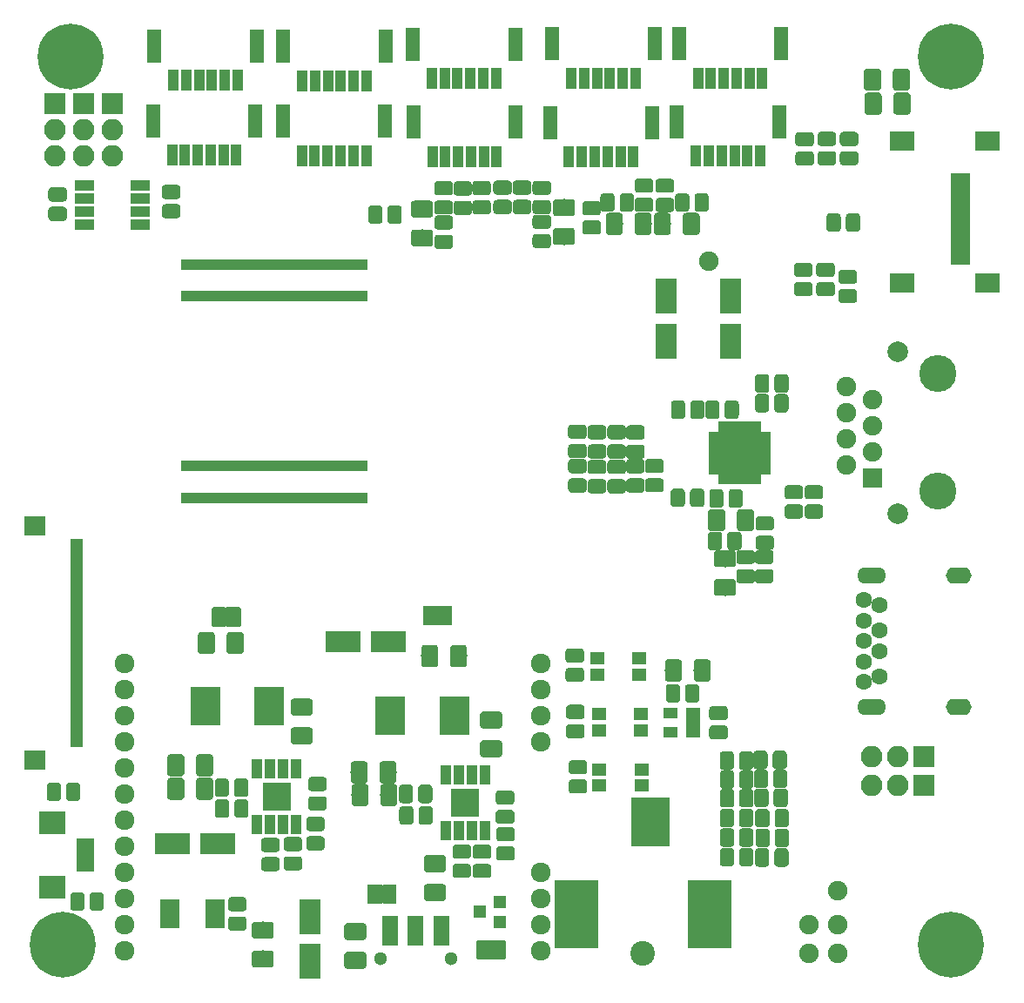
<source format=gbr>
G04 #@! TF.GenerationSoftware,KiCad,Pcbnew,(5.0.0)*
G04 #@! TF.CreationDate,2018-11-20T23:03:42-05:00*
G04 #@! TF.ProjectId,DART6UL_BREAKOUT,4441525436554C5F425245414B4F5554,rev?*
G04 #@! TF.SameCoordinates,Original*
G04 #@! TF.FileFunction,Soldermask,Top*
G04 #@! TF.FilePolarity,Negative*
%FSLAX46Y46*%
G04 Gerber Fmt 4.6, Leading zero omitted, Abs format (unit mm)*
G04 Created by KiCad (PCBNEW (5.0.0)) date 11/20/18 23:03:42*
%MOMM*%
%LPD*%
G01*
G04 APERTURE LIST*
%ADD10C,3.600000*%
%ADD11R,1.900000X1.900000*%
%ADD12C,1.900000*%
%ADD13C,2.000000*%
%ADD14C,0.100000*%
%ADD15C,1.375000*%
%ADD16R,2.400000X1.850000*%
%ADD17R,1.900000X1.200000*%
%ADD18C,1.650000*%
%ADD19R,1.212800X0.654000*%
%ADD20R,2.101800X1.924000*%
%ADD21R,1.225000X0.650000*%
%ADD22R,0.650000X1.225000*%
%ADD23R,4.000000X4.000000*%
%ADD24R,0.600000X1.100000*%
%ADD25R,3.700000X4.800000*%
%ADD26R,4.300000X6.600000*%
%ADD27C,2.400000*%
%ADD28O,2.100000X2.100000*%
%ADD29R,2.100000X2.100000*%
%ADD30R,2.600000X2.200000*%
%ADD31R,1.700000X0.700000*%
%ADD32C,0.300000*%
%ADD33R,2.900000X3.800000*%
%ADD34C,6.400000*%
%ADD35R,1.300000X1.200000*%
%ADD36R,1.400000X1.300000*%
%ADD37R,1.000000X1.950000*%
%ADD38R,2.750000X2.750000*%
%ADD39R,1.850000X0.850000*%
%ADD40R,1.950000X1.000000*%
%ADD41R,1.460000X1.050000*%
%ADD42C,1.924000*%
%ADD43R,1.650000X2.900000*%
%ADD44C,1.300000*%
%ADD45R,1.000000X2.100000*%
%ADD46R,1.400000X3.200000*%
%ADD47R,2.000000X3.400000*%
%ADD48R,3.400000X2.000000*%
%ADD49C,1.600000*%
%ADD50O,2.800000X1.600000*%
%ADD51O,2.500000X1.600000*%
G04 APERTURE END LIST*
D10*
G04 #@! TO.C,J4*
X224663000Y-65532000D03*
X224663000Y-76962000D03*
D11*
X218313000Y-75692000D03*
D12*
X215773000Y-74422000D03*
X218313000Y-73152000D03*
X215773000Y-71882000D03*
X218313000Y-70612000D03*
X215773000Y-69342000D03*
X218313000Y-68072000D03*
X215773000Y-66802000D03*
D13*
X220773000Y-79122000D03*
X220773000Y-63372000D03*
G04 #@! TD*
D14*
G04 #@! TO.C,D15*
G36*
X216489943Y-57274655D02*
X216523312Y-57279605D01*
X216556035Y-57287802D01*
X216587797Y-57299166D01*
X216618293Y-57313590D01*
X216647227Y-57330932D01*
X216674323Y-57351028D01*
X216699318Y-57373682D01*
X216721972Y-57398677D01*
X216742068Y-57425773D01*
X216759410Y-57454707D01*
X216773834Y-57485203D01*
X216785198Y-57516965D01*
X216793395Y-57549688D01*
X216798345Y-57583057D01*
X216800000Y-57616750D01*
X216800000Y-58304250D01*
X216798345Y-58337943D01*
X216793395Y-58371312D01*
X216785198Y-58404035D01*
X216773834Y-58435797D01*
X216759410Y-58466293D01*
X216742068Y-58495227D01*
X216721972Y-58522323D01*
X216699318Y-58547318D01*
X216674323Y-58569972D01*
X216647227Y-58590068D01*
X216618293Y-58607410D01*
X216587797Y-58621834D01*
X216556035Y-58633198D01*
X216523312Y-58641395D01*
X216489943Y-58646345D01*
X216456250Y-58648000D01*
X215343750Y-58648000D01*
X215310057Y-58646345D01*
X215276688Y-58641395D01*
X215243965Y-58633198D01*
X215212203Y-58621834D01*
X215181707Y-58607410D01*
X215152773Y-58590068D01*
X215125677Y-58569972D01*
X215100682Y-58547318D01*
X215078028Y-58522323D01*
X215057932Y-58495227D01*
X215040590Y-58466293D01*
X215026166Y-58435797D01*
X215014802Y-58404035D01*
X215006605Y-58371312D01*
X215001655Y-58337943D01*
X215000000Y-58304250D01*
X215000000Y-57616750D01*
X215001655Y-57583057D01*
X215006605Y-57549688D01*
X215014802Y-57516965D01*
X215026166Y-57485203D01*
X215040590Y-57454707D01*
X215057932Y-57425773D01*
X215078028Y-57398677D01*
X215100682Y-57373682D01*
X215125677Y-57351028D01*
X215152773Y-57330932D01*
X215181707Y-57313590D01*
X215212203Y-57299166D01*
X215243965Y-57287802D01*
X215276688Y-57279605D01*
X215310057Y-57274655D01*
X215343750Y-57273000D01*
X216456250Y-57273000D01*
X216489943Y-57274655D01*
X216489943Y-57274655D01*
G37*
D15*
X215900000Y-57960500D03*
D14*
G36*
X216489943Y-55399655D02*
X216523312Y-55404605D01*
X216556035Y-55412802D01*
X216587797Y-55424166D01*
X216618293Y-55438590D01*
X216647227Y-55455932D01*
X216674323Y-55476028D01*
X216699318Y-55498682D01*
X216721972Y-55523677D01*
X216742068Y-55550773D01*
X216759410Y-55579707D01*
X216773834Y-55610203D01*
X216785198Y-55641965D01*
X216793395Y-55674688D01*
X216798345Y-55708057D01*
X216800000Y-55741750D01*
X216800000Y-56429250D01*
X216798345Y-56462943D01*
X216793395Y-56496312D01*
X216785198Y-56529035D01*
X216773834Y-56560797D01*
X216759410Y-56591293D01*
X216742068Y-56620227D01*
X216721972Y-56647323D01*
X216699318Y-56672318D01*
X216674323Y-56694972D01*
X216647227Y-56715068D01*
X216618293Y-56732410D01*
X216587797Y-56746834D01*
X216556035Y-56758198D01*
X216523312Y-56766395D01*
X216489943Y-56771345D01*
X216456250Y-56773000D01*
X215343750Y-56773000D01*
X215310057Y-56771345D01*
X215276688Y-56766395D01*
X215243965Y-56758198D01*
X215212203Y-56746834D01*
X215181707Y-56732410D01*
X215152773Y-56715068D01*
X215125677Y-56694972D01*
X215100682Y-56672318D01*
X215078028Y-56647323D01*
X215057932Y-56620227D01*
X215040590Y-56591293D01*
X215026166Y-56560797D01*
X215014802Y-56529035D01*
X215006605Y-56496312D01*
X215001655Y-56462943D01*
X215000000Y-56429250D01*
X215000000Y-55741750D01*
X215001655Y-55708057D01*
X215006605Y-55674688D01*
X215014802Y-55641965D01*
X215026166Y-55610203D01*
X215040590Y-55579707D01*
X215057932Y-55550773D01*
X215078028Y-55523677D01*
X215100682Y-55498682D01*
X215125677Y-55476028D01*
X215152773Y-55455932D01*
X215181707Y-55438590D01*
X215212203Y-55424166D01*
X215243965Y-55412802D01*
X215276688Y-55404605D01*
X215310057Y-55399655D01*
X215343750Y-55398000D01*
X216456250Y-55398000D01*
X216489943Y-55399655D01*
X216489943Y-55399655D01*
G37*
D15*
X215900000Y-56085500D03*
G04 #@! TD*
D16*
G04 #@! TO.C,J5*
X229448000Y-56659000D03*
X229448000Y-42909000D03*
X221148000Y-42909000D03*
X221148000Y-56659000D03*
D17*
X226848000Y-54284000D03*
X226848000Y-53184000D03*
X226848000Y-52084000D03*
X226848000Y-50984000D03*
X226848000Y-49884000D03*
X226848000Y-48784000D03*
X226848000Y-47684000D03*
X226848000Y-46584000D03*
G04 #@! TD*
D14*
G04 #@! TO.C,C19*
G36*
X175288046Y-51481189D02*
X175320080Y-51485941D01*
X175351494Y-51493810D01*
X175381986Y-51504720D01*
X175411261Y-51518566D01*
X175439038Y-51535215D01*
X175465050Y-51554507D01*
X175489045Y-51576255D01*
X175510793Y-51600250D01*
X175530085Y-51626262D01*
X175546734Y-51654039D01*
X175560580Y-51683314D01*
X175571490Y-51713806D01*
X175579359Y-51745220D01*
X175584111Y-51777254D01*
X175585700Y-51809600D01*
X175585700Y-52799600D01*
X175584111Y-52831946D01*
X175579359Y-52863980D01*
X175571490Y-52895394D01*
X175560580Y-52925886D01*
X175546734Y-52955161D01*
X175530085Y-52982938D01*
X175510793Y-53008950D01*
X175489045Y-53032945D01*
X175465050Y-53054693D01*
X175439038Y-53073985D01*
X175411261Y-53090634D01*
X175381986Y-53104480D01*
X175351494Y-53115390D01*
X175320080Y-53123259D01*
X175288046Y-53128011D01*
X175255700Y-53129600D01*
X173765700Y-53129600D01*
X173733354Y-53128011D01*
X173701320Y-53123259D01*
X173669906Y-53115390D01*
X173639414Y-53104480D01*
X173610139Y-53090634D01*
X173582362Y-53073985D01*
X173556350Y-53054693D01*
X173532355Y-53032945D01*
X173510607Y-53008950D01*
X173491315Y-52982938D01*
X173474666Y-52955161D01*
X173460820Y-52925886D01*
X173449910Y-52895394D01*
X173442041Y-52863980D01*
X173437289Y-52831946D01*
X173435700Y-52799600D01*
X173435700Y-51809600D01*
X173437289Y-51777254D01*
X173442041Y-51745220D01*
X173449910Y-51713806D01*
X173460820Y-51683314D01*
X173474666Y-51654039D01*
X173491315Y-51626262D01*
X173510607Y-51600250D01*
X173532355Y-51576255D01*
X173556350Y-51554507D01*
X173582362Y-51535215D01*
X173610139Y-51518566D01*
X173639414Y-51504720D01*
X173669906Y-51493810D01*
X173701320Y-51485941D01*
X173733354Y-51481189D01*
X173765700Y-51479600D01*
X175255700Y-51479600D01*
X175288046Y-51481189D01*
X175288046Y-51481189D01*
G37*
D18*
X174510700Y-52304600D03*
D14*
G36*
X175288046Y-48681189D02*
X175320080Y-48685941D01*
X175351494Y-48693810D01*
X175381986Y-48704720D01*
X175411261Y-48718566D01*
X175439038Y-48735215D01*
X175465050Y-48754507D01*
X175489045Y-48776255D01*
X175510793Y-48800250D01*
X175530085Y-48826262D01*
X175546734Y-48854039D01*
X175560580Y-48883314D01*
X175571490Y-48913806D01*
X175579359Y-48945220D01*
X175584111Y-48977254D01*
X175585700Y-49009600D01*
X175585700Y-49999600D01*
X175584111Y-50031946D01*
X175579359Y-50063980D01*
X175571490Y-50095394D01*
X175560580Y-50125886D01*
X175546734Y-50155161D01*
X175530085Y-50182938D01*
X175510793Y-50208950D01*
X175489045Y-50232945D01*
X175465050Y-50254693D01*
X175439038Y-50273985D01*
X175411261Y-50290634D01*
X175381986Y-50304480D01*
X175351494Y-50315390D01*
X175320080Y-50323259D01*
X175288046Y-50328011D01*
X175255700Y-50329600D01*
X173765700Y-50329600D01*
X173733354Y-50328011D01*
X173701320Y-50323259D01*
X173669906Y-50315390D01*
X173639414Y-50304480D01*
X173610139Y-50290634D01*
X173582362Y-50273985D01*
X173556350Y-50254693D01*
X173532355Y-50232945D01*
X173510607Y-50208950D01*
X173491315Y-50182938D01*
X173474666Y-50155161D01*
X173460820Y-50125886D01*
X173449910Y-50095394D01*
X173442041Y-50063980D01*
X173437289Y-50031946D01*
X173435700Y-49999600D01*
X173435700Y-49009600D01*
X173437289Y-48977254D01*
X173442041Y-48945220D01*
X173449910Y-48913806D01*
X173460820Y-48883314D01*
X173474666Y-48854039D01*
X173491315Y-48826262D01*
X173510607Y-48800250D01*
X173532355Y-48776255D01*
X173556350Y-48754507D01*
X173582362Y-48735215D01*
X173610139Y-48718566D01*
X173639414Y-48704720D01*
X173669906Y-48693810D01*
X173701320Y-48685941D01*
X173733354Y-48681189D01*
X173765700Y-48679600D01*
X175255700Y-48679600D01*
X175288046Y-48681189D01*
X175288046Y-48681189D01*
G37*
D18*
X174510700Y-49504600D03*
G04 #@! TD*
D19*
G04 #@! TO.C,J20*
X140906500Y-81956501D03*
X140906500Y-82456500D03*
X140906500Y-82956502D03*
X140906500Y-83456501D03*
X140906500Y-83956502D03*
X140906500Y-84456501D03*
X140906500Y-84956500D03*
X140906500Y-85456502D03*
X140906500Y-85956501D03*
X140906500Y-86456500D03*
X140906500Y-86956501D03*
X140906500Y-87456500D03*
X140906500Y-87956502D03*
X140906500Y-88456501D03*
X140906500Y-88956500D03*
X140906500Y-89456501D03*
X140906500Y-89956500D03*
X140906500Y-90456502D03*
X140906500Y-90956501D03*
X140906500Y-91456500D03*
X140906500Y-91956502D03*
X140906500Y-92456500D03*
X140906500Y-92956502D03*
X140906500Y-93456501D03*
X140906500Y-93956500D03*
X140906500Y-94456502D03*
X140906500Y-94956501D03*
X140906500Y-95456502D03*
X140906500Y-95956501D03*
X140906500Y-96456500D03*
X140906500Y-96956502D03*
X140906500Y-97456501D03*
X140906500Y-97956502D03*
X140906500Y-98456501D03*
X140906500Y-98956500D03*
X140906500Y-99456502D03*
X140906500Y-99956501D03*
X140906500Y-100456502D03*
X140906500Y-100956501D03*
X140906500Y-101456500D03*
D20*
X136893300Y-103111102D03*
X136893300Y-80301902D03*
G04 #@! TD*
D14*
G04 #@! TO.C,R32*
G36*
X203127623Y-68103295D02*
X203160992Y-68108245D01*
X203193715Y-68116442D01*
X203225477Y-68127806D01*
X203255973Y-68142230D01*
X203284907Y-68159572D01*
X203312003Y-68179668D01*
X203336998Y-68202322D01*
X203359652Y-68227317D01*
X203379748Y-68254413D01*
X203397090Y-68283347D01*
X203411514Y-68313843D01*
X203422878Y-68345605D01*
X203431075Y-68378328D01*
X203436025Y-68411697D01*
X203437680Y-68445390D01*
X203437680Y-69557890D01*
X203436025Y-69591583D01*
X203431075Y-69624952D01*
X203422878Y-69657675D01*
X203411514Y-69689437D01*
X203397090Y-69719933D01*
X203379748Y-69748867D01*
X203359652Y-69775963D01*
X203336998Y-69800958D01*
X203312003Y-69823612D01*
X203284907Y-69843708D01*
X203255973Y-69861050D01*
X203225477Y-69875474D01*
X203193715Y-69886838D01*
X203160992Y-69895035D01*
X203127623Y-69899985D01*
X203093930Y-69901640D01*
X202406430Y-69901640D01*
X202372737Y-69899985D01*
X202339368Y-69895035D01*
X202306645Y-69886838D01*
X202274883Y-69875474D01*
X202244387Y-69861050D01*
X202215453Y-69843708D01*
X202188357Y-69823612D01*
X202163362Y-69800958D01*
X202140708Y-69775963D01*
X202120612Y-69748867D01*
X202103270Y-69719933D01*
X202088846Y-69689437D01*
X202077482Y-69657675D01*
X202069285Y-69624952D01*
X202064335Y-69591583D01*
X202062680Y-69557890D01*
X202062680Y-68445390D01*
X202064335Y-68411697D01*
X202069285Y-68378328D01*
X202077482Y-68345605D01*
X202088846Y-68313843D01*
X202103270Y-68283347D01*
X202120612Y-68254413D01*
X202140708Y-68227317D01*
X202163362Y-68202322D01*
X202188357Y-68179668D01*
X202215453Y-68159572D01*
X202244387Y-68142230D01*
X202274883Y-68127806D01*
X202306645Y-68116442D01*
X202339368Y-68108245D01*
X202372737Y-68103295D01*
X202406430Y-68101640D01*
X203093930Y-68101640D01*
X203127623Y-68103295D01*
X203127623Y-68103295D01*
G37*
D15*
X202750180Y-69001640D03*
D14*
G36*
X205002623Y-68103295D02*
X205035992Y-68108245D01*
X205068715Y-68116442D01*
X205100477Y-68127806D01*
X205130973Y-68142230D01*
X205159907Y-68159572D01*
X205187003Y-68179668D01*
X205211998Y-68202322D01*
X205234652Y-68227317D01*
X205254748Y-68254413D01*
X205272090Y-68283347D01*
X205286514Y-68313843D01*
X205297878Y-68345605D01*
X205306075Y-68378328D01*
X205311025Y-68411697D01*
X205312680Y-68445390D01*
X205312680Y-69557890D01*
X205311025Y-69591583D01*
X205306075Y-69624952D01*
X205297878Y-69657675D01*
X205286514Y-69689437D01*
X205272090Y-69719933D01*
X205254748Y-69748867D01*
X205234652Y-69775963D01*
X205211998Y-69800958D01*
X205187003Y-69823612D01*
X205159907Y-69843708D01*
X205130973Y-69861050D01*
X205100477Y-69875474D01*
X205068715Y-69886838D01*
X205035992Y-69895035D01*
X205002623Y-69899985D01*
X204968930Y-69901640D01*
X204281430Y-69901640D01*
X204247737Y-69899985D01*
X204214368Y-69895035D01*
X204181645Y-69886838D01*
X204149883Y-69875474D01*
X204119387Y-69861050D01*
X204090453Y-69843708D01*
X204063357Y-69823612D01*
X204038362Y-69800958D01*
X204015708Y-69775963D01*
X203995612Y-69748867D01*
X203978270Y-69719933D01*
X203963846Y-69689437D01*
X203952482Y-69657675D01*
X203944285Y-69624952D01*
X203939335Y-69591583D01*
X203937680Y-69557890D01*
X203937680Y-68445390D01*
X203939335Y-68411697D01*
X203944285Y-68378328D01*
X203952482Y-68345605D01*
X203963846Y-68313843D01*
X203978270Y-68283347D01*
X203995612Y-68254413D01*
X204015708Y-68227317D01*
X204038362Y-68202322D01*
X204063357Y-68179668D01*
X204090453Y-68159572D01*
X204119387Y-68142230D01*
X204149883Y-68127806D01*
X204181645Y-68116442D01*
X204214368Y-68108245D01*
X204247737Y-68103295D01*
X204281430Y-68101640D01*
X204968930Y-68101640D01*
X205002623Y-68103295D01*
X205002623Y-68103295D01*
G37*
D15*
X204625180Y-69001640D03*
G04 #@! TD*
D14*
G04 #@! TO.C,R29*
G36*
X209828623Y-67468295D02*
X209861992Y-67473245D01*
X209894715Y-67481442D01*
X209926477Y-67492806D01*
X209956973Y-67507230D01*
X209985907Y-67524572D01*
X210013003Y-67544668D01*
X210037998Y-67567322D01*
X210060652Y-67592317D01*
X210080748Y-67619413D01*
X210098090Y-67648347D01*
X210112514Y-67678843D01*
X210123878Y-67710605D01*
X210132075Y-67743328D01*
X210137025Y-67776697D01*
X210138680Y-67810390D01*
X210138680Y-68922890D01*
X210137025Y-68956583D01*
X210132075Y-68989952D01*
X210123878Y-69022675D01*
X210112514Y-69054437D01*
X210098090Y-69084933D01*
X210080748Y-69113867D01*
X210060652Y-69140963D01*
X210037998Y-69165958D01*
X210013003Y-69188612D01*
X209985907Y-69208708D01*
X209956973Y-69226050D01*
X209926477Y-69240474D01*
X209894715Y-69251838D01*
X209861992Y-69260035D01*
X209828623Y-69264985D01*
X209794930Y-69266640D01*
X209107430Y-69266640D01*
X209073737Y-69264985D01*
X209040368Y-69260035D01*
X209007645Y-69251838D01*
X208975883Y-69240474D01*
X208945387Y-69226050D01*
X208916453Y-69208708D01*
X208889357Y-69188612D01*
X208864362Y-69165958D01*
X208841708Y-69140963D01*
X208821612Y-69113867D01*
X208804270Y-69084933D01*
X208789846Y-69054437D01*
X208778482Y-69022675D01*
X208770285Y-68989952D01*
X208765335Y-68956583D01*
X208763680Y-68922890D01*
X208763680Y-67810390D01*
X208765335Y-67776697D01*
X208770285Y-67743328D01*
X208778482Y-67710605D01*
X208789846Y-67678843D01*
X208804270Y-67648347D01*
X208821612Y-67619413D01*
X208841708Y-67592317D01*
X208864362Y-67567322D01*
X208889357Y-67544668D01*
X208916453Y-67524572D01*
X208945387Y-67507230D01*
X208975883Y-67492806D01*
X209007645Y-67481442D01*
X209040368Y-67473245D01*
X209073737Y-67468295D01*
X209107430Y-67466640D01*
X209794930Y-67466640D01*
X209828623Y-67468295D01*
X209828623Y-67468295D01*
G37*
D15*
X209451180Y-68366640D03*
D14*
G36*
X207953623Y-67468295D02*
X207986992Y-67473245D01*
X208019715Y-67481442D01*
X208051477Y-67492806D01*
X208081973Y-67507230D01*
X208110907Y-67524572D01*
X208138003Y-67544668D01*
X208162998Y-67567322D01*
X208185652Y-67592317D01*
X208205748Y-67619413D01*
X208223090Y-67648347D01*
X208237514Y-67678843D01*
X208248878Y-67710605D01*
X208257075Y-67743328D01*
X208262025Y-67776697D01*
X208263680Y-67810390D01*
X208263680Y-68922890D01*
X208262025Y-68956583D01*
X208257075Y-68989952D01*
X208248878Y-69022675D01*
X208237514Y-69054437D01*
X208223090Y-69084933D01*
X208205748Y-69113867D01*
X208185652Y-69140963D01*
X208162998Y-69165958D01*
X208138003Y-69188612D01*
X208110907Y-69208708D01*
X208081973Y-69226050D01*
X208051477Y-69240474D01*
X208019715Y-69251838D01*
X207986992Y-69260035D01*
X207953623Y-69264985D01*
X207919930Y-69266640D01*
X207232430Y-69266640D01*
X207198737Y-69264985D01*
X207165368Y-69260035D01*
X207132645Y-69251838D01*
X207100883Y-69240474D01*
X207070387Y-69226050D01*
X207041453Y-69208708D01*
X207014357Y-69188612D01*
X206989362Y-69165958D01*
X206966708Y-69140963D01*
X206946612Y-69113867D01*
X206929270Y-69084933D01*
X206914846Y-69054437D01*
X206903482Y-69022675D01*
X206895285Y-68989952D01*
X206890335Y-68956583D01*
X206888680Y-68922890D01*
X206888680Y-67810390D01*
X206890335Y-67776697D01*
X206895285Y-67743328D01*
X206903482Y-67710605D01*
X206914846Y-67678843D01*
X206929270Y-67648347D01*
X206946612Y-67619413D01*
X206966708Y-67592317D01*
X206989362Y-67567322D01*
X207014357Y-67544668D01*
X207041453Y-67524572D01*
X207070387Y-67507230D01*
X207100883Y-67492806D01*
X207132645Y-67481442D01*
X207165368Y-67473245D01*
X207198737Y-67468295D01*
X207232430Y-67466640D01*
X207919930Y-67466640D01*
X207953623Y-67468295D01*
X207953623Y-67468295D01*
G37*
D15*
X207576180Y-68366640D03*
G04 #@! TD*
D14*
G04 #@! TO.C,C29*
G36*
X209833703Y-65558215D02*
X209867072Y-65563165D01*
X209899795Y-65571362D01*
X209931557Y-65582726D01*
X209962053Y-65597150D01*
X209990987Y-65614492D01*
X210018083Y-65634588D01*
X210043078Y-65657242D01*
X210065732Y-65682237D01*
X210085828Y-65709333D01*
X210103170Y-65738267D01*
X210117594Y-65768763D01*
X210128958Y-65800525D01*
X210137155Y-65833248D01*
X210142105Y-65866617D01*
X210143760Y-65900310D01*
X210143760Y-67012810D01*
X210142105Y-67046503D01*
X210137155Y-67079872D01*
X210128958Y-67112595D01*
X210117594Y-67144357D01*
X210103170Y-67174853D01*
X210085828Y-67203787D01*
X210065732Y-67230883D01*
X210043078Y-67255878D01*
X210018083Y-67278532D01*
X209990987Y-67298628D01*
X209962053Y-67315970D01*
X209931557Y-67330394D01*
X209899795Y-67341758D01*
X209867072Y-67349955D01*
X209833703Y-67354905D01*
X209800010Y-67356560D01*
X209112510Y-67356560D01*
X209078817Y-67354905D01*
X209045448Y-67349955D01*
X209012725Y-67341758D01*
X208980963Y-67330394D01*
X208950467Y-67315970D01*
X208921533Y-67298628D01*
X208894437Y-67278532D01*
X208869442Y-67255878D01*
X208846788Y-67230883D01*
X208826692Y-67203787D01*
X208809350Y-67174853D01*
X208794926Y-67144357D01*
X208783562Y-67112595D01*
X208775365Y-67079872D01*
X208770415Y-67046503D01*
X208768760Y-67012810D01*
X208768760Y-65900310D01*
X208770415Y-65866617D01*
X208775365Y-65833248D01*
X208783562Y-65800525D01*
X208794926Y-65768763D01*
X208809350Y-65738267D01*
X208826692Y-65709333D01*
X208846788Y-65682237D01*
X208869442Y-65657242D01*
X208894437Y-65634588D01*
X208921533Y-65614492D01*
X208950467Y-65597150D01*
X208980963Y-65582726D01*
X209012725Y-65571362D01*
X209045448Y-65563165D01*
X209078817Y-65558215D01*
X209112510Y-65556560D01*
X209800010Y-65556560D01*
X209833703Y-65558215D01*
X209833703Y-65558215D01*
G37*
D15*
X209456260Y-66456560D03*
D14*
G36*
X207958703Y-65558215D02*
X207992072Y-65563165D01*
X208024795Y-65571362D01*
X208056557Y-65582726D01*
X208087053Y-65597150D01*
X208115987Y-65614492D01*
X208143083Y-65634588D01*
X208168078Y-65657242D01*
X208190732Y-65682237D01*
X208210828Y-65709333D01*
X208228170Y-65738267D01*
X208242594Y-65768763D01*
X208253958Y-65800525D01*
X208262155Y-65833248D01*
X208267105Y-65866617D01*
X208268760Y-65900310D01*
X208268760Y-67012810D01*
X208267105Y-67046503D01*
X208262155Y-67079872D01*
X208253958Y-67112595D01*
X208242594Y-67144357D01*
X208228170Y-67174853D01*
X208210828Y-67203787D01*
X208190732Y-67230883D01*
X208168078Y-67255878D01*
X208143083Y-67278532D01*
X208115987Y-67298628D01*
X208087053Y-67315970D01*
X208056557Y-67330394D01*
X208024795Y-67341758D01*
X207992072Y-67349955D01*
X207958703Y-67354905D01*
X207925010Y-67356560D01*
X207237510Y-67356560D01*
X207203817Y-67354905D01*
X207170448Y-67349955D01*
X207137725Y-67341758D01*
X207105963Y-67330394D01*
X207075467Y-67315970D01*
X207046533Y-67298628D01*
X207019437Y-67278532D01*
X206994442Y-67255878D01*
X206971788Y-67230883D01*
X206951692Y-67203787D01*
X206934350Y-67174853D01*
X206919926Y-67144357D01*
X206908562Y-67112595D01*
X206900365Y-67079872D01*
X206895415Y-67046503D01*
X206893760Y-67012810D01*
X206893760Y-65900310D01*
X206895415Y-65866617D01*
X206900365Y-65833248D01*
X206908562Y-65800525D01*
X206919926Y-65768763D01*
X206934350Y-65738267D01*
X206951692Y-65709333D01*
X206971788Y-65682237D01*
X206994442Y-65657242D01*
X207019437Y-65634588D01*
X207046533Y-65614492D01*
X207075467Y-65597150D01*
X207105963Y-65582726D01*
X207137725Y-65571362D01*
X207170448Y-65563165D01*
X207203817Y-65558215D01*
X207237510Y-65556560D01*
X207925010Y-65556560D01*
X207958703Y-65558215D01*
X207958703Y-65558215D01*
G37*
D15*
X207581260Y-66456560D03*
G04 #@! TD*
D14*
G04 #@! TO.C,R31*
G36*
X199774823Y-68103295D02*
X199808192Y-68108245D01*
X199840915Y-68116442D01*
X199872677Y-68127806D01*
X199903173Y-68142230D01*
X199932107Y-68159572D01*
X199959203Y-68179668D01*
X199984198Y-68202322D01*
X200006852Y-68227317D01*
X200026948Y-68254413D01*
X200044290Y-68283347D01*
X200058714Y-68313843D01*
X200070078Y-68345605D01*
X200078275Y-68378328D01*
X200083225Y-68411697D01*
X200084880Y-68445390D01*
X200084880Y-69557890D01*
X200083225Y-69591583D01*
X200078275Y-69624952D01*
X200070078Y-69657675D01*
X200058714Y-69689437D01*
X200044290Y-69719933D01*
X200026948Y-69748867D01*
X200006852Y-69775963D01*
X199984198Y-69800958D01*
X199959203Y-69823612D01*
X199932107Y-69843708D01*
X199903173Y-69861050D01*
X199872677Y-69875474D01*
X199840915Y-69886838D01*
X199808192Y-69895035D01*
X199774823Y-69899985D01*
X199741130Y-69901640D01*
X199053630Y-69901640D01*
X199019937Y-69899985D01*
X198986568Y-69895035D01*
X198953845Y-69886838D01*
X198922083Y-69875474D01*
X198891587Y-69861050D01*
X198862653Y-69843708D01*
X198835557Y-69823612D01*
X198810562Y-69800958D01*
X198787908Y-69775963D01*
X198767812Y-69748867D01*
X198750470Y-69719933D01*
X198736046Y-69689437D01*
X198724682Y-69657675D01*
X198716485Y-69624952D01*
X198711535Y-69591583D01*
X198709880Y-69557890D01*
X198709880Y-68445390D01*
X198711535Y-68411697D01*
X198716485Y-68378328D01*
X198724682Y-68345605D01*
X198736046Y-68313843D01*
X198750470Y-68283347D01*
X198767812Y-68254413D01*
X198787908Y-68227317D01*
X198810562Y-68202322D01*
X198835557Y-68179668D01*
X198862653Y-68159572D01*
X198891587Y-68142230D01*
X198922083Y-68127806D01*
X198953845Y-68116442D01*
X198986568Y-68108245D01*
X199019937Y-68103295D01*
X199053630Y-68101640D01*
X199741130Y-68101640D01*
X199774823Y-68103295D01*
X199774823Y-68103295D01*
G37*
D15*
X199397380Y-69001640D03*
D14*
G36*
X201649823Y-68103295D02*
X201683192Y-68108245D01*
X201715915Y-68116442D01*
X201747677Y-68127806D01*
X201778173Y-68142230D01*
X201807107Y-68159572D01*
X201834203Y-68179668D01*
X201859198Y-68202322D01*
X201881852Y-68227317D01*
X201901948Y-68254413D01*
X201919290Y-68283347D01*
X201933714Y-68313843D01*
X201945078Y-68345605D01*
X201953275Y-68378328D01*
X201958225Y-68411697D01*
X201959880Y-68445390D01*
X201959880Y-69557890D01*
X201958225Y-69591583D01*
X201953275Y-69624952D01*
X201945078Y-69657675D01*
X201933714Y-69689437D01*
X201919290Y-69719933D01*
X201901948Y-69748867D01*
X201881852Y-69775963D01*
X201859198Y-69800958D01*
X201834203Y-69823612D01*
X201807107Y-69843708D01*
X201778173Y-69861050D01*
X201747677Y-69875474D01*
X201715915Y-69886838D01*
X201683192Y-69895035D01*
X201649823Y-69899985D01*
X201616130Y-69901640D01*
X200928630Y-69901640D01*
X200894937Y-69899985D01*
X200861568Y-69895035D01*
X200828845Y-69886838D01*
X200797083Y-69875474D01*
X200766587Y-69861050D01*
X200737653Y-69843708D01*
X200710557Y-69823612D01*
X200685562Y-69800958D01*
X200662908Y-69775963D01*
X200642812Y-69748867D01*
X200625470Y-69719933D01*
X200611046Y-69689437D01*
X200599682Y-69657675D01*
X200591485Y-69624952D01*
X200586535Y-69591583D01*
X200584880Y-69557890D01*
X200584880Y-68445390D01*
X200586535Y-68411697D01*
X200591485Y-68378328D01*
X200599682Y-68345605D01*
X200611046Y-68313843D01*
X200625470Y-68283347D01*
X200642812Y-68254413D01*
X200662908Y-68227317D01*
X200685562Y-68202322D01*
X200710557Y-68179668D01*
X200737653Y-68159572D01*
X200766587Y-68142230D01*
X200797083Y-68127806D01*
X200828845Y-68116442D01*
X200861568Y-68108245D01*
X200894937Y-68103295D01*
X200928630Y-68101640D01*
X201616130Y-68101640D01*
X201649823Y-68103295D01*
X201649823Y-68103295D01*
G37*
D15*
X201272380Y-69001640D03*
G04 #@! TD*
D14*
G04 #@! TO.C,R30*
G36*
X205373463Y-76734215D02*
X205406832Y-76739165D01*
X205439555Y-76747362D01*
X205471317Y-76758726D01*
X205501813Y-76773150D01*
X205530747Y-76790492D01*
X205557843Y-76810588D01*
X205582838Y-76833242D01*
X205605492Y-76858237D01*
X205625588Y-76885333D01*
X205642930Y-76914267D01*
X205657354Y-76944763D01*
X205668718Y-76976525D01*
X205676915Y-77009248D01*
X205681865Y-77042617D01*
X205683520Y-77076310D01*
X205683520Y-78188810D01*
X205681865Y-78222503D01*
X205676915Y-78255872D01*
X205668718Y-78288595D01*
X205657354Y-78320357D01*
X205642930Y-78350853D01*
X205625588Y-78379787D01*
X205605492Y-78406883D01*
X205582838Y-78431878D01*
X205557843Y-78454532D01*
X205530747Y-78474628D01*
X205501813Y-78491970D01*
X205471317Y-78506394D01*
X205439555Y-78517758D01*
X205406832Y-78525955D01*
X205373463Y-78530905D01*
X205339770Y-78532560D01*
X204652270Y-78532560D01*
X204618577Y-78530905D01*
X204585208Y-78525955D01*
X204552485Y-78517758D01*
X204520723Y-78506394D01*
X204490227Y-78491970D01*
X204461293Y-78474628D01*
X204434197Y-78454532D01*
X204409202Y-78431878D01*
X204386548Y-78406883D01*
X204366452Y-78379787D01*
X204349110Y-78350853D01*
X204334686Y-78320357D01*
X204323322Y-78288595D01*
X204315125Y-78255872D01*
X204310175Y-78222503D01*
X204308520Y-78188810D01*
X204308520Y-77076310D01*
X204310175Y-77042617D01*
X204315125Y-77009248D01*
X204323322Y-76976525D01*
X204334686Y-76944763D01*
X204349110Y-76914267D01*
X204366452Y-76885333D01*
X204386548Y-76858237D01*
X204409202Y-76833242D01*
X204434197Y-76810588D01*
X204461293Y-76790492D01*
X204490227Y-76773150D01*
X204520723Y-76758726D01*
X204552485Y-76747362D01*
X204585208Y-76739165D01*
X204618577Y-76734215D01*
X204652270Y-76732560D01*
X205339770Y-76732560D01*
X205373463Y-76734215D01*
X205373463Y-76734215D01*
G37*
D15*
X204996020Y-77632560D03*
D14*
G36*
X203498463Y-76734215D02*
X203531832Y-76739165D01*
X203564555Y-76747362D01*
X203596317Y-76758726D01*
X203626813Y-76773150D01*
X203655747Y-76790492D01*
X203682843Y-76810588D01*
X203707838Y-76833242D01*
X203730492Y-76858237D01*
X203750588Y-76885333D01*
X203767930Y-76914267D01*
X203782354Y-76944763D01*
X203793718Y-76976525D01*
X203801915Y-77009248D01*
X203806865Y-77042617D01*
X203808520Y-77076310D01*
X203808520Y-78188810D01*
X203806865Y-78222503D01*
X203801915Y-78255872D01*
X203793718Y-78288595D01*
X203782354Y-78320357D01*
X203767930Y-78350853D01*
X203750588Y-78379787D01*
X203730492Y-78406883D01*
X203707838Y-78431878D01*
X203682843Y-78454532D01*
X203655747Y-78474628D01*
X203626813Y-78491970D01*
X203596317Y-78506394D01*
X203564555Y-78517758D01*
X203531832Y-78525955D01*
X203498463Y-78530905D01*
X203464770Y-78532560D01*
X202777270Y-78532560D01*
X202743577Y-78530905D01*
X202710208Y-78525955D01*
X202677485Y-78517758D01*
X202645723Y-78506394D01*
X202615227Y-78491970D01*
X202586293Y-78474628D01*
X202559197Y-78454532D01*
X202534202Y-78431878D01*
X202511548Y-78406883D01*
X202491452Y-78379787D01*
X202474110Y-78350853D01*
X202459686Y-78320357D01*
X202448322Y-78288595D01*
X202440125Y-78255872D01*
X202435175Y-78222503D01*
X202433520Y-78188810D01*
X202433520Y-77076310D01*
X202435175Y-77042617D01*
X202440125Y-77009248D01*
X202448322Y-76976525D01*
X202459686Y-76944763D01*
X202474110Y-76914267D01*
X202491452Y-76885333D01*
X202511548Y-76858237D01*
X202534202Y-76833242D01*
X202559197Y-76810588D01*
X202586293Y-76790492D01*
X202615227Y-76773150D01*
X202645723Y-76758726D01*
X202677485Y-76747362D01*
X202710208Y-76739165D01*
X202743577Y-76734215D01*
X202777270Y-76732560D01*
X203464770Y-76732560D01*
X203498463Y-76734215D01*
X203498463Y-76734215D01*
G37*
D15*
X203121020Y-77632560D03*
G04 #@! TD*
D14*
G04 #@! TO.C,C26*
G36*
X206553463Y-82643695D02*
X206586832Y-82648645D01*
X206619555Y-82656842D01*
X206651317Y-82668206D01*
X206681813Y-82682630D01*
X206710747Y-82699972D01*
X206737843Y-82720068D01*
X206762838Y-82742722D01*
X206785492Y-82767717D01*
X206805588Y-82794813D01*
X206822930Y-82823747D01*
X206837354Y-82854243D01*
X206848718Y-82886005D01*
X206856915Y-82918728D01*
X206861865Y-82952097D01*
X206863520Y-82985790D01*
X206863520Y-83673290D01*
X206861865Y-83706983D01*
X206856915Y-83740352D01*
X206848718Y-83773075D01*
X206837354Y-83804837D01*
X206822930Y-83835333D01*
X206805588Y-83864267D01*
X206785492Y-83891363D01*
X206762838Y-83916358D01*
X206737843Y-83939012D01*
X206710747Y-83959108D01*
X206681813Y-83976450D01*
X206651317Y-83990874D01*
X206619555Y-84002238D01*
X206586832Y-84010435D01*
X206553463Y-84015385D01*
X206519770Y-84017040D01*
X205407270Y-84017040D01*
X205373577Y-84015385D01*
X205340208Y-84010435D01*
X205307485Y-84002238D01*
X205275723Y-83990874D01*
X205245227Y-83976450D01*
X205216293Y-83959108D01*
X205189197Y-83939012D01*
X205164202Y-83916358D01*
X205141548Y-83891363D01*
X205121452Y-83864267D01*
X205104110Y-83835333D01*
X205089686Y-83804837D01*
X205078322Y-83773075D01*
X205070125Y-83740352D01*
X205065175Y-83706983D01*
X205063520Y-83673290D01*
X205063520Y-82985790D01*
X205065175Y-82952097D01*
X205070125Y-82918728D01*
X205078322Y-82886005D01*
X205089686Y-82854243D01*
X205104110Y-82823747D01*
X205121452Y-82794813D01*
X205141548Y-82767717D01*
X205164202Y-82742722D01*
X205189197Y-82720068D01*
X205216293Y-82699972D01*
X205245227Y-82682630D01*
X205275723Y-82668206D01*
X205307485Y-82656842D01*
X205340208Y-82648645D01*
X205373577Y-82643695D01*
X205407270Y-82642040D01*
X206519770Y-82642040D01*
X206553463Y-82643695D01*
X206553463Y-82643695D01*
G37*
D15*
X205963520Y-83329540D03*
D14*
G36*
X206553463Y-84518695D02*
X206586832Y-84523645D01*
X206619555Y-84531842D01*
X206651317Y-84543206D01*
X206681813Y-84557630D01*
X206710747Y-84574972D01*
X206737843Y-84595068D01*
X206762838Y-84617722D01*
X206785492Y-84642717D01*
X206805588Y-84669813D01*
X206822930Y-84698747D01*
X206837354Y-84729243D01*
X206848718Y-84761005D01*
X206856915Y-84793728D01*
X206861865Y-84827097D01*
X206863520Y-84860790D01*
X206863520Y-85548290D01*
X206861865Y-85581983D01*
X206856915Y-85615352D01*
X206848718Y-85648075D01*
X206837354Y-85679837D01*
X206822930Y-85710333D01*
X206805588Y-85739267D01*
X206785492Y-85766363D01*
X206762838Y-85791358D01*
X206737843Y-85814012D01*
X206710747Y-85834108D01*
X206681813Y-85851450D01*
X206651317Y-85865874D01*
X206619555Y-85877238D01*
X206586832Y-85885435D01*
X206553463Y-85890385D01*
X206519770Y-85892040D01*
X205407270Y-85892040D01*
X205373577Y-85890385D01*
X205340208Y-85885435D01*
X205307485Y-85877238D01*
X205275723Y-85865874D01*
X205245227Y-85851450D01*
X205216293Y-85834108D01*
X205189197Y-85814012D01*
X205164202Y-85791358D01*
X205141548Y-85766363D01*
X205121452Y-85739267D01*
X205104110Y-85710333D01*
X205089686Y-85679837D01*
X205078322Y-85648075D01*
X205070125Y-85615352D01*
X205065175Y-85581983D01*
X205063520Y-85548290D01*
X205063520Y-84860790D01*
X205065175Y-84827097D01*
X205070125Y-84793728D01*
X205078322Y-84761005D01*
X205089686Y-84729243D01*
X205104110Y-84698747D01*
X205121452Y-84669813D01*
X205141548Y-84642717D01*
X205164202Y-84617722D01*
X205189197Y-84595068D01*
X205216293Y-84574972D01*
X205245227Y-84557630D01*
X205275723Y-84543206D01*
X205307485Y-84531842D01*
X205340208Y-84523645D01*
X205373577Y-84518695D01*
X205407270Y-84517040D01*
X206519770Y-84517040D01*
X206553463Y-84518695D01*
X206553463Y-84518695D01*
G37*
D15*
X205963520Y-85204540D03*
G04 #@! TD*
D14*
G04 #@! TO.C,C1*
G36*
X157130143Y-118287755D02*
X157163512Y-118292705D01*
X157196235Y-118300902D01*
X157227997Y-118312266D01*
X157258493Y-118326690D01*
X157287427Y-118344032D01*
X157314523Y-118364128D01*
X157339518Y-118386782D01*
X157362172Y-118411777D01*
X157382268Y-118438873D01*
X157399610Y-118467807D01*
X157414034Y-118498303D01*
X157425398Y-118530065D01*
X157433595Y-118562788D01*
X157438545Y-118596157D01*
X157440200Y-118629850D01*
X157440200Y-119317350D01*
X157438545Y-119351043D01*
X157433595Y-119384412D01*
X157425398Y-119417135D01*
X157414034Y-119448897D01*
X157399610Y-119479393D01*
X157382268Y-119508327D01*
X157362172Y-119535423D01*
X157339518Y-119560418D01*
X157314523Y-119583072D01*
X157287427Y-119603168D01*
X157258493Y-119620510D01*
X157227997Y-119634934D01*
X157196235Y-119646298D01*
X157163512Y-119654495D01*
X157130143Y-119659445D01*
X157096450Y-119661100D01*
X155983950Y-119661100D01*
X155950257Y-119659445D01*
X155916888Y-119654495D01*
X155884165Y-119646298D01*
X155852403Y-119634934D01*
X155821907Y-119620510D01*
X155792973Y-119603168D01*
X155765877Y-119583072D01*
X155740882Y-119560418D01*
X155718228Y-119535423D01*
X155698132Y-119508327D01*
X155680790Y-119479393D01*
X155666366Y-119448897D01*
X155655002Y-119417135D01*
X155646805Y-119384412D01*
X155641855Y-119351043D01*
X155640200Y-119317350D01*
X155640200Y-118629850D01*
X155641855Y-118596157D01*
X155646805Y-118562788D01*
X155655002Y-118530065D01*
X155666366Y-118498303D01*
X155680790Y-118467807D01*
X155698132Y-118438873D01*
X155718228Y-118411777D01*
X155740882Y-118386782D01*
X155765877Y-118364128D01*
X155792973Y-118344032D01*
X155821907Y-118326690D01*
X155852403Y-118312266D01*
X155884165Y-118300902D01*
X155916888Y-118292705D01*
X155950257Y-118287755D01*
X155983950Y-118286100D01*
X157096450Y-118286100D01*
X157130143Y-118287755D01*
X157130143Y-118287755D01*
G37*
D15*
X156540200Y-118973600D03*
D14*
G36*
X157130143Y-116412755D02*
X157163512Y-116417705D01*
X157196235Y-116425902D01*
X157227997Y-116437266D01*
X157258493Y-116451690D01*
X157287427Y-116469032D01*
X157314523Y-116489128D01*
X157339518Y-116511782D01*
X157362172Y-116536777D01*
X157382268Y-116563873D01*
X157399610Y-116592807D01*
X157414034Y-116623303D01*
X157425398Y-116655065D01*
X157433595Y-116687788D01*
X157438545Y-116721157D01*
X157440200Y-116754850D01*
X157440200Y-117442350D01*
X157438545Y-117476043D01*
X157433595Y-117509412D01*
X157425398Y-117542135D01*
X157414034Y-117573897D01*
X157399610Y-117604393D01*
X157382268Y-117633327D01*
X157362172Y-117660423D01*
X157339518Y-117685418D01*
X157314523Y-117708072D01*
X157287427Y-117728168D01*
X157258493Y-117745510D01*
X157227997Y-117759934D01*
X157196235Y-117771298D01*
X157163512Y-117779495D01*
X157130143Y-117784445D01*
X157096450Y-117786100D01*
X155983950Y-117786100D01*
X155950257Y-117784445D01*
X155916888Y-117779495D01*
X155884165Y-117771298D01*
X155852403Y-117759934D01*
X155821907Y-117745510D01*
X155792973Y-117728168D01*
X155765877Y-117708072D01*
X155740882Y-117685418D01*
X155718228Y-117660423D01*
X155698132Y-117633327D01*
X155680790Y-117604393D01*
X155666366Y-117573897D01*
X155655002Y-117542135D01*
X155646805Y-117509412D01*
X155641855Y-117476043D01*
X155640200Y-117442350D01*
X155640200Y-116754850D01*
X155641855Y-116721157D01*
X155646805Y-116687788D01*
X155655002Y-116655065D01*
X155666366Y-116623303D01*
X155680790Y-116592807D01*
X155698132Y-116563873D01*
X155718228Y-116536777D01*
X155740882Y-116511782D01*
X155765877Y-116489128D01*
X155792973Y-116469032D01*
X155821907Y-116451690D01*
X155852403Y-116437266D01*
X155884165Y-116425902D01*
X155916888Y-116417705D01*
X155950257Y-116412755D01*
X155983950Y-116411100D01*
X157096450Y-116411100D01*
X157130143Y-116412755D01*
X157130143Y-116412755D01*
G37*
D15*
X156540200Y-117098600D03*
G04 #@! TD*
D14*
G04 #@! TO.C,C2*
G36*
X159781346Y-121604589D02*
X159813380Y-121609341D01*
X159844794Y-121617210D01*
X159875286Y-121628120D01*
X159904561Y-121641966D01*
X159932338Y-121658615D01*
X159958350Y-121677907D01*
X159982345Y-121699655D01*
X160004093Y-121723650D01*
X160023385Y-121749662D01*
X160040034Y-121777439D01*
X160053880Y-121806714D01*
X160064790Y-121837206D01*
X160072659Y-121868620D01*
X160077411Y-121900654D01*
X160079000Y-121933000D01*
X160079000Y-122923000D01*
X160077411Y-122955346D01*
X160072659Y-122987380D01*
X160064790Y-123018794D01*
X160053880Y-123049286D01*
X160040034Y-123078561D01*
X160023385Y-123106338D01*
X160004093Y-123132350D01*
X159982345Y-123156345D01*
X159958350Y-123178093D01*
X159932338Y-123197385D01*
X159904561Y-123214034D01*
X159875286Y-123227880D01*
X159844794Y-123238790D01*
X159813380Y-123246659D01*
X159781346Y-123251411D01*
X159749000Y-123253000D01*
X158259000Y-123253000D01*
X158226654Y-123251411D01*
X158194620Y-123246659D01*
X158163206Y-123238790D01*
X158132714Y-123227880D01*
X158103439Y-123214034D01*
X158075662Y-123197385D01*
X158049650Y-123178093D01*
X158025655Y-123156345D01*
X158003907Y-123132350D01*
X157984615Y-123106338D01*
X157967966Y-123078561D01*
X157954120Y-123049286D01*
X157943210Y-123018794D01*
X157935341Y-122987380D01*
X157930589Y-122955346D01*
X157929000Y-122923000D01*
X157929000Y-121933000D01*
X157930589Y-121900654D01*
X157935341Y-121868620D01*
X157943210Y-121837206D01*
X157954120Y-121806714D01*
X157967966Y-121777439D01*
X157984615Y-121749662D01*
X158003907Y-121723650D01*
X158025655Y-121699655D01*
X158049650Y-121677907D01*
X158075662Y-121658615D01*
X158103439Y-121641966D01*
X158132714Y-121628120D01*
X158163206Y-121617210D01*
X158194620Y-121609341D01*
X158226654Y-121604589D01*
X158259000Y-121603000D01*
X159749000Y-121603000D01*
X159781346Y-121604589D01*
X159781346Y-121604589D01*
G37*
D18*
X159004000Y-122428000D03*
D14*
G36*
X159781346Y-118804589D02*
X159813380Y-118809341D01*
X159844794Y-118817210D01*
X159875286Y-118828120D01*
X159904561Y-118841966D01*
X159932338Y-118858615D01*
X159958350Y-118877907D01*
X159982345Y-118899655D01*
X160004093Y-118923650D01*
X160023385Y-118949662D01*
X160040034Y-118977439D01*
X160053880Y-119006714D01*
X160064790Y-119037206D01*
X160072659Y-119068620D01*
X160077411Y-119100654D01*
X160079000Y-119133000D01*
X160079000Y-120123000D01*
X160077411Y-120155346D01*
X160072659Y-120187380D01*
X160064790Y-120218794D01*
X160053880Y-120249286D01*
X160040034Y-120278561D01*
X160023385Y-120306338D01*
X160004093Y-120332350D01*
X159982345Y-120356345D01*
X159958350Y-120378093D01*
X159932338Y-120397385D01*
X159904561Y-120414034D01*
X159875286Y-120427880D01*
X159844794Y-120438790D01*
X159813380Y-120446659D01*
X159781346Y-120451411D01*
X159749000Y-120453000D01*
X158259000Y-120453000D01*
X158226654Y-120451411D01*
X158194620Y-120446659D01*
X158163206Y-120438790D01*
X158132714Y-120427880D01*
X158103439Y-120414034D01*
X158075662Y-120397385D01*
X158049650Y-120378093D01*
X158025655Y-120356345D01*
X158003907Y-120332350D01*
X157984615Y-120306338D01*
X157967966Y-120278561D01*
X157954120Y-120249286D01*
X157943210Y-120218794D01*
X157935341Y-120187380D01*
X157930589Y-120155346D01*
X157929000Y-120123000D01*
X157929000Y-119133000D01*
X157930589Y-119100654D01*
X157935341Y-119068620D01*
X157943210Y-119037206D01*
X157954120Y-119006714D01*
X157967966Y-118977439D01*
X157984615Y-118949662D01*
X158003907Y-118923650D01*
X158025655Y-118899655D01*
X158049650Y-118877907D01*
X158075662Y-118858615D01*
X158103439Y-118841966D01*
X158132714Y-118828120D01*
X158163206Y-118817210D01*
X158194620Y-118809341D01*
X158226654Y-118804589D01*
X158259000Y-118803000D01*
X159749000Y-118803000D01*
X159781346Y-118804589D01*
X159781346Y-118804589D01*
G37*
D18*
X159004000Y-119628000D03*
G04 #@! TD*
D14*
G04 #@! TO.C,C3*
G36*
X139654943Y-47398655D02*
X139688312Y-47403605D01*
X139721035Y-47411802D01*
X139752797Y-47423166D01*
X139783293Y-47437590D01*
X139812227Y-47454932D01*
X139839323Y-47475028D01*
X139864318Y-47497682D01*
X139886972Y-47522677D01*
X139907068Y-47549773D01*
X139924410Y-47578707D01*
X139938834Y-47609203D01*
X139950198Y-47640965D01*
X139958395Y-47673688D01*
X139963345Y-47707057D01*
X139965000Y-47740750D01*
X139965000Y-48428250D01*
X139963345Y-48461943D01*
X139958395Y-48495312D01*
X139950198Y-48528035D01*
X139938834Y-48559797D01*
X139924410Y-48590293D01*
X139907068Y-48619227D01*
X139886972Y-48646323D01*
X139864318Y-48671318D01*
X139839323Y-48693972D01*
X139812227Y-48714068D01*
X139783293Y-48731410D01*
X139752797Y-48745834D01*
X139721035Y-48757198D01*
X139688312Y-48765395D01*
X139654943Y-48770345D01*
X139621250Y-48772000D01*
X138508750Y-48772000D01*
X138475057Y-48770345D01*
X138441688Y-48765395D01*
X138408965Y-48757198D01*
X138377203Y-48745834D01*
X138346707Y-48731410D01*
X138317773Y-48714068D01*
X138290677Y-48693972D01*
X138265682Y-48671318D01*
X138243028Y-48646323D01*
X138222932Y-48619227D01*
X138205590Y-48590293D01*
X138191166Y-48559797D01*
X138179802Y-48528035D01*
X138171605Y-48495312D01*
X138166655Y-48461943D01*
X138165000Y-48428250D01*
X138165000Y-47740750D01*
X138166655Y-47707057D01*
X138171605Y-47673688D01*
X138179802Y-47640965D01*
X138191166Y-47609203D01*
X138205590Y-47578707D01*
X138222932Y-47549773D01*
X138243028Y-47522677D01*
X138265682Y-47497682D01*
X138290677Y-47475028D01*
X138317773Y-47454932D01*
X138346707Y-47437590D01*
X138377203Y-47423166D01*
X138408965Y-47411802D01*
X138441688Y-47403605D01*
X138475057Y-47398655D01*
X138508750Y-47397000D01*
X139621250Y-47397000D01*
X139654943Y-47398655D01*
X139654943Y-47398655D01*
G37*
D15*
X139065000Y-48084500D03*
D14*
G36*
X139654943Y-49273655D02*
X139688312Y-49278605D01*
X139721035Y-49286802D01*
X139752797Y-49298166D01*
X139783293Y-49312590D01*
X139812227Y-49329932D01*
X139839323Y-49350028D01*
X139864318Y-49372682D01*
X139886972Y-49397677D01*
X139907068Y-49424773D01*
X139924410Y-49453707D01*
X139938834Y-49484203D01*
X139950198Y-49515965D01*
X139958395Y-49548688D01*
X139963345Y-49582057D01*
X139965000Y-49615750D01*
X139965000Y-50303250D01*
X139963345Y-50336943D01*
X139958395Y-50370312D01*
X139950198Y-50403035D01*
X139938834Y-50434797D01*
X139924410Y-50465293D01*
X139907068Y-50494227D01*
X139886972Y-50521323D01*
X139864318Y-50546318D01*
X139839323Y-50568972D01*
X139812227Y-50589068D01*
X139783293Y-50606410D01*
X139752797Y-50620834D01*
X139721035Y-50632198D01*
X139688312Y-50640395D01*
X139654943Y-50645345D01*
X139621250Y-50647000D01*
X138508750Y-50647000D01*
X138475057Y-50645345D01*
X138441688Y-50640395D01*
X138408965Y-50632198D01*
X138377203Y-50620834D01*
X138346707Y-50606410D01*
X138317773Y-50589068D01*
X138290677Y-50568972D01*
X138265682Y-50546318D01*
X138243028Y-50521323D01*
X138222932Y-50494227D01*
X138205590Y-50465293D01*
X138191166Y-50434797D01*
X138179802Y-50403035D01*
X138171605Y-50370312D01*
X138166655Y-50336943D01*
X138165000Y-50303250D01*
X138165000Y-49615750D01*
X138166655Y-49582057D01*
X138171605Y-49548688D01*
X138179802Y-49515965D01*
X138191166Y-49484203D01*
X138205590Y-49453707D01*
X138222932Y-49424773D01*
X138243028Y-49397677D01*
X138265682Y-49372682D01*
X138290677Y-49350028D01*
X138317773Y-49329932D01*
X138346707Y-49312590D01*
X138377203Y-49298166D01*
X138408965Y-49286802D01*
X138441688Y-49278605D01*
X138475057Y-49273655D01*
X138508750Y-49272000D01*
X139621250Y-49272000D01*
X139654943Y-49273655D01*
X139654943Y-49273655D01*
G37*
D15*
X139065000Y-49959500D03*
G04 #@! TD*
D14*
G04 #@! TO.C,C4*
G36*
X168798346Y-118931589D02*
X168830380Y-118936341D01*
X168861794Y-118944210D01*
X168892286Y-118955120D01*
X168921561Y-118968966D01*
X168949338Y-118985615D01*
X168975350Y-119004907D01*
X168999345Y-119026655D01*
X169021093Y-119050650D01*
X169040385Y-119076662D01*
X169057034Y-119104439D01*
X169070880Y-119133714D01*
X169081790Y-119164206D01*
X169089659Y-119195620D01*
X169094411Y-119227654D01*
X169096000Y-119260000D01*
X169096000Y-120250000D01*
X169094411Y-120282346D01*
X169089659Y-120314380D01*
X169081790Y-120345794D01*
X169070880Y-120376286D01*
X169057034Y-120405561D01*
X169040385Y-120433338D01*
X169021093Y-120459350D01*
X168999345Y-120483345D01*
X168975350Y-120505093D01*
X168949338Y-120524385D01*
X168921561Y-120541034D01*
X168892286Y-120554880D01*
X168861794Y-120565790D01*
X168830380Y-120573659D01*
X168798346Y-120578411D01*
X168766000Y-120580000D01*
X167276000Y-120580000D01*
X167243654Y-120578411D01*
X167211620Y-120573659D01*
X167180206Y-120565790D01*
X167149714Y-120554880D01*
X167120439Y-120541034D01*
X167092662Y-120524385D01*
X167066650Y-120505093D01*
X167042655Y-120483345D01*
X167020907Y-120459350D01*
X167001615Y-120433338D01*
X166984966Y-120405561D01*
X166971120Y-120376286D01*
X166960210Y-120345794D01*
X166952341Y-120314380D01*
X166947589Y-120282346D01*
X166946000Y-120250000D01*
X166946000Y-119260000D01*
X166947589Y-119227654D01*
X166952341Y-119195620D01*
X166960210Y-119164206D01*
X166971120Y-119133714D01*
X166984966Y-119104439D01*
X167001615Y-119076662D01*
X167020907Y-119050650D01*
X167042655Y-119026655D01*
X167066650Y-119004907D01*
X167092662Y-118985615D01*
X167120439Y-118968966D01*
X167149714Y-118955120D01*
X167180206Y-118944210D01*
X167211620Y-118936341D01*
X167243654Y-118931589D01*
X167276000Y-118930000D01*
X168766000Y-118930000D01*
X168798346Y-118931589D01*
X168798346Y-118931589D01*
G37*
D18*
X168021000Y-119755000D03*
D14*
G36*
X168798346Y-121731589D02*
X168830380Y-121736341D01*
X168861794Y-121744210D01*
X168892286Y-121755120D01*
X168921561Y-121768966D01*
X168949338Y-121785615D01*
X168975350Y-121804907D01*
X168999345Y-121826655D01*
X169021093Y-121850650D01*
X169040385Y-121876662D01*
X169057034Y-121904439D01*
X169070880Y-121933714D01*
X169081790Y-121964206D01*
X169089659Y-121995620D01*
X169094411Y-122027654D01*
X169096000Y-122060000D01*
X169096000Y-123050000D01*
X169094411Y-123082346D01*
X169089659Y-123114380D01*
X169081790Y-123145794D01*
X169070880Y-123176286D01*
X169057034Y-123205561D01*
X169040385Y-123233338D01*
X169021093Y-123259350D01*
X168999345Y-123283345D01*
X168975350Y-123305093D01*
X168949338Y-123324385D01*
X168921561Y-123341034D01*
X168892286Y-123354880D01*
X168861794Y-123365790D01*
X168830380Y-123373659D01*
X168798346Y-123378411D01*
X168766000Y-123380000D01*
X167276000Y-123380000D01*
X167243654Y-123378411D01*
X167211620Y-123373659D01*
X167180206Y-123365790D01*
X167149714Y-123354880D01*
X167120439Y-123341034D01*
X167092662Y-123324385D01*
X167066650Y-123305093D01*
X167042655Y-123283345D01*
X167020907Y-123259350D01*
X167001615Y-123233338D01*
X166984966Y-123205561D01*
X166971120Y-123176286D01*
X166960210Y-123145794D01*
X166952341Y-123114380D01*
X166947589Y-123082346D01*
X166946000Y-123050000D01*
X166946000Y-122060000D01*
X166947589Y-122027654D01*
X166952341Y-121995620D01*
X166960210Y-121964206D01*
X166971120Y-121933714D01*
X166984966Y-121904439D01*
X167001615Y-121876662D01*
X167020907Y-121850650D01*
X167042655Y-121826655D01*
X167066650Y-121804907D01*
X167092662Y-121785615D01*
X167120439Y-121768966D01*
X167149714Y-121755120D01*
X167180206Y-121744210D01*
X167211620Y-121736341D01*
X167243654Y-121731589D01*
X167276000Y-121730000D01*
X168766000Y-121730000D01*
X168798346Y-121731589D01*
X168798346Y-121731589D01*
G37*
D18*
X168021000Y-122555000D03*
G04 #@! TD*
D14*
G04 #@! TO.C,C5*
G36*
X189080246Y-48535489D02*
X189112280Y-48540241D01*
X189143694Y-48548110D01*
X189174186Y-48559020D01*
X189203461Y-48572866D01*
X189231238Y-48589515D01*
X189257250Y-48608807D01*
X189281245Y-48630555D01*
X189302993Y-48654550D01*
X189322285Y-48680562D01*
X189338934Y-48708339D01*
X189352780Y-48737614D01*
X189363690Y-48768106D01*
X189371559Y-48799520D01*
X189376311Y-48831554D01*
X189377900Y-48863900D01*
X189377900Y-49853900D01*
X189376311Y-49886246D01*
X189371559Y-49918280D01*
X189363690Y-49949694D01*
X189352780Y-49980186D01*
X189338934Y-50009461D01*
X189322285Y-50037238D01*
X189302993Y-50063250D01*
X189281245Y-50087245D01*
X189257250Y-50108993D01*
X189231238Y-50128285D01*
X189203461Y-50144934D01*
X189174186Y-50158780D01*
X189143694Y-50169690D01*
X189112280Y-50177559D01*
X189080246Y-50182311D01*
X189047900Y-50183900D01*
X187557900Y-50183900D01*
X187525554Y-50182311D01*
X187493520Y-50177559D01*
X187462106Y-50169690D01*
X187431614Y-50158780D01*
X187402339Y-50144934D01*
X187374562Y-50128285D01*
X187348550Y-50108993D01*
X187324555Y-50087245D01*
X187302807Y-50063250D01*
X187283515Y-50037238D01*
X187266866Y-50009461D01*
X187253020Y-49980186D01*
X187242110Y-49949694D01*
X187234241Y-49918280D01*
X187229489Y-49886246D01*
X187227900Y-49853900D01*
X187227900Y-48863900D01*
X187229489Y-48831554D01*
X187234241Y-48799520D01*
X187242110Y-48768106D01*
X187253020Y-48737614D01*
X187266866Y-48708339D01*
X187283515Y-48680562D01*
X187302807Y-48654550D01*
X187324555Y-48630555D01*
X187348550Y-48608807D01*
X187374562Y-48589515D01*
X187402339Y-48572866D01*
X187431614Y-48559020D01*
X187462106Y-48548110D01*
X187493520Y-48540241D01*
X187525554Y-48535489D01*
X187557900Y-48533900D01*
X189047900Y-48533900D01*
X189080246Y-48535489D01*
X189080246Y-48535489D01*
G37*
D18*
X188302900Y-49358900D03*
D14*
G36*
X189080246Y-51335489D02*
X189112280Y-51340241D01*
X189143694Y-51348110D01*
X189174186Y-51359020D01*
X189203461Y-51372866D01*
X189231238Y-51389515D01*
X189257250Y-51408807D01*
X189281245Y-51430555D01*
X189302993Y-51454550D01*
X189322285Y-51480562D01*
X189338934Y-51508339D01*
X189352780Y-51537614D01*
X189363690Y-51568106D01*
X189371559Y-51599520D01*
X189376311Y-51631554D01*
X189377900Y-51663900D01*
X189377900Y-52653900D01*
X189376311Y-52686246D01*
X189371559Y-52718280D01*
X189363690Y-52749694D01*
X189352780Y-52780186D01*
X189338934Y-52809461D01*
X189322285Y-52837238D01*
X189302993Y-52863250D01*
X189281245Y-52887245D01*
X189257250Y-52908993D01*
X189231238Y-52928285D01*
X189203461Y-52944934D01*
X189174186Y-52958780D01*
X189143694Y-52969690D01*
X189112280Y-52977559D01*
X189080246Y-52982311D01*
X189047900Y-52983900D01*
X187557900Y-52983900D01*
X187525554Y-52982311D01*
X187493520Y-52977559D01*
X187462106Y-52969690D01*
X187431614Y-52958780D01*
X187402339Y-52944934D01*
X187374562Y-52928285D01*
X187348550Y-52908993D01*
X187324555Y-52887245D01*
X187302807Y-52863250D01*
X187283515Y-52837238D01*
X187266866Y-52809461D01*
X187253020Y-52780186D01*
X187242110Y-52749694D01*
X187234241Y-52718280D01*
X187229489Y-52686246D01*
X187227900Y-52653900D01*
X187227900Y-51663900D01*
X187229489Y-51631554D01*
X187234241Y-51599520D01*
X187242110Y-51568106D01*
X187253020Y-51537614D01*
X187266866Y-51508339D01*
X187283515Y-51480562D01*
X187302807Y-51454550D01*
X187324555Y-51430555D01*
X187348550Y-51408807D01*
X187374562Y-51389515D01*
X187402339Y-51372866D01*
X187431614Y-51359020D01*
X187462106Y-51348110D01*
X187493520Y-51340241D01*
X187525554Y-51335489D01*
X187557900Y-51333900D01*
X189047900Y-51333900D01*
X189080246Y-51335489D01*
X189080246Y-51335489D01*
G37*
D18*
X188302900Y-52158900D03*
G04 #@! TD*
D14*
G04 #@! TO.C,C7*
G36*
X182006346Y-101163589D02*
X182038380Y-101168341D01*
X182069794Y-101176210D01*
X182100286Y-101187120D01*
X182129561Y-101200966D01*
X182157338Y-101217615D01*
X182183350Y-101236907D01*
X182207345Y-101258655D01*
X182229093Y-101282650D01*
X182248385Y-101308662D01*
X182265034Y-101336439D01*
X182278880Y-101365714D01*
X182289790Y-101396206D01*
X182297659Y-101427620D01*
X182302411Y-101459654D01*
X182304000Y-101492000D01*
X182304000Y-102482000D01*
X182302411Y-102514346D01*
X182297659Y-102546380D01*
X182289790Y-102577794D01*
X182278880Y-102608286D01*
X182265034Y-102637561D01*
X182248385Y-102665338D01*
X182229093Y-102691350D01*
X182207345Y-102715345D01*
X182183350Y-102737093D01*
X182157338Y-102756385D01*
X182129561Y-102773034D01*
X182100286Y-102786880D01*
X182069794Y-102797790D01*
X182038380Y-102805659D01*
X182006346Y-102810411D01*
X181974000Y-102812000D01*
X180484000Y-102812000D01*
X180451654Y-102810411D01*
X180419620Y-102805659D01*
X180388206Y-102797790D01*
X180357714Y-102786880D01*
X180328439Y-102773034D01*
X180300662Y-102756385D01*
X180274650Y-102737093D01*
X180250655Y-102715345D01*
X180228907Y-102691350D01*
X180209615Y-102665338D01*
X180192966Y-102637561D01*
X180179120Y-102608286D01*
X180168210Y-102577794D01*
X180160341Y-102546380D01*
X180155589Y-102514346D01*
X180154000Y-102482000D01*
X180154000Y-101492000D01*
X180155589Y-101459654D01*
X180160341Y-101427620D01*
X180168210Y-101396206D01*
X180179120Y-101365714D01*
X180192966Y-101336439D01*
X180209615Y-101308662D01*
X180228907Y-101282650D01*
X180250655Y-101258655D01*
X180274650Y-101236907D01*
X180300662Y-101217615D01*
X180328439Y-101200966D01*
X180357714Y-101187120D01*
X180388206Y-101176210D01*
X180419620Y-101168341D01*
X180451654Y-101163589D01*
X180484000Y-101162000D01*
X181974000Y-101162000D01*
X182006346Y-101163589D01*
X182006346Y-101163589D01*
G37*
D18*
X181229000Y-101987000D03*
D14*
G36*
X182006346Y-98363589D02*
X182038380Y-98368341D01*
X182069794Y-98376210D01*
X182100286Y-98387120D01*
X182129561Y-98400966D01*
X182157338Y-98417615D01*
X182183350Y-98436907D01*
X182207345Y-98458655D01*
X182229093Y-98482650D01*
X182248385Y-98508662D01*
X182265034Y-98536439D01*
X182278880Y-98565714D01*
X182289790Y-98596206D01*
X182297659Y-98627620D01*
X182302411Y-98659654D01*
X182304000Y-98692000D01*
X182304000Y-99682000D01*
X182302411Y-99714346D01*
X182297659Y-99746380D01*
X182289790Y-99777794D01*
X182278880Y-99808286D01*
X182265034Y-99837561D01*
X182248385Y-99865338D01*
X182229093Y-99891350D01*
X182207345Y-99915345D01*
X182183350Y-99937093D01*
X182157338Y-99956385D01*
X182129561Y-99973034D01*
X182100286Y-99986880D01*
X182069794Y-99997790D01*
X182038380Y-100005659D01*
X182006346Y-100010411D01*
X181974000Y-100012000D01*
X180484000Y-100012000D01*
X180451654Y-100010411D01*
X180419620Y-100005659D01*
X180388206Y-99997790D01*
X180357714Y-99986880D01*
X180328439Y-99973034D01*
X180300662Y-99956385D01*
X180274650Y-99937093D01*
X180250655Y-99915345D01*
X180228907Y-99891350D01*
X180209615Y-99865338D01*
X180192966Y-99837561D01*
X180179120Y-99808286D01*
X180168210Y-99777794D01*
X180160341Y-99746380D01*
X180155589Y-99714346D01*
X180154000Y-99682000D01*
X180154000Y-98692000D01*
X180155589Y-98659654D01*
X180160341Y-98627620D01*
X180168210Y-98596206D01*
X180179120Y-98565714D01*
X180192966Y-98536439D01*
X180209615Y-98508662D01*
X180228907Y-98482650D01*
X180250655Y-98458655D01*
X180274650Y-98436907D01*
X180300662Y-98417615D01*
X180328439Y-98400966D01*
X180357714Y-98387120D01*
X180388206Y-98376210D01*
X180419620Y-98368341D01*
X180451654Y-98363589D01*
X180484000Y-98362000D01*
X181974000Y-98362000D01*
X182006346Y-98363589D01*
X182006346Y-98363589D01*
G37*
D18*
X181229000Y-99187000D03*
G04 #@! TD*
D14*
G04 #@! TO.C,C8*
G36*
X163591346Y-97093589D02*
X163623380Y-97098341D01*
X163654794Y-97106210D01*
X163685286Y-97117120D01*
X163714561Y-97130966D01*
X163742338Y-97147615D01*
X163768350Y-97166907D01*
X163792345Y-97188655D01*
X163814093Y-97212650D01*
X163833385Y-97238662D01*
X163850034Y-97266439D01*
X163863880Y-97295714D01*
X163874790Y-97326206D01*
X163882659Y-97357620D01*
X163887411Y-97389654D01*
X163889000Y-97422000D01*
X163889000Y-98412000D01*
X163887411Y-98444346D01*
X163882659Y-98476380D01*
X163874790Y-98507794D01*
X163863880Y-98538286D01*
X163850034Y-98567561D01*
X163833385Y-98595338D01*
X163814093Y-98621350D01*
X163792345Y-98645345D01*
X163768350Y-98667093D01*
X163742338Y-98686385D01*
X163714561Y-98703034D01*
X163685286Y-98716880D01*
X163654794Y-98727790D01*
X163623380Y-98735659D01*
X163591346Y-98740411D01*
X163559000Y-98742000D01*
X162069000Y-98742000D01*
X162036654Y-98740411D01*
X162004620Y-98735659D01*
X161973206Y-98727790D01*
X161942714Y-98716880D01*
X161913439Y-98703034D01*
X161885662Y-98686385D01*
X161859650Y-98667093D01*
X161835655Y-98645345D01*
X161813907Y-98621350D01*
X161794615Y-98595338D01*
X161777966Y-98567561D01*
X161764120Y-98538286D01*
X161753210Y-98507794D01*
X161745341Y-98476380D01*
X161740589Y-98444346D01*
X161739000Y-98412000D01*
X161739000Y-97422000D01*
X161740589Y-97389654D01*
X161745341Y-97357620D01*
X161753210Y-97326206D01*
X161764120Y-97295714D01*
X161777966Y-97266439D01*
X161794615Y-97238662D01*
X161813907Y-97212650D01*
X161835655Y-97188655D01*
X161859650Y-97166907D01*
X161885662Y-97147615D01*
X161913439Y-97130966D01*
X161942714Y-97117120D01*
X161973206Y-97106210D01*
X162004620Y-97098341D01*
X162036654Y-97093589D01*
X162069000Y-97092000D01*
X163559000Y-97092000D01*
X163591346Y-97093589D01*
X163591346Y-97093589D01*
G37*
D18*
X162814000Y-97917000D03*
D14*
G36*
X163591346Y-99893589D02*
X163623380Y-99898341D01*
X163654794Y-99906210D01*
X163685286Y-99917120D01*
X163714561Y-99930966D01*
X163742338Y-99947615D01*
X163768350Y-99966907D01*
X163792345Y-99988655D01*
X163814093Y-100012650D01*
X163833385Y-100038662D01*
X163850034Y-100066439D01*
X163863880Y-100095714D01*
X163874790Y-100126206D01*
X163882659Y-100157620D01*
X163887411Y-100189654D01*
X163889000Y-100222000D01*
X163889000Y-101212000D01*
X163887411Y-101244346D01*
X163882659Y-101276380D01*
X163874790Y-101307794D01*
X163863880Y-101338286D01*
X163850034Y-101367561D01*
X163833385Y-101395338D01*
X163814093Y-101421350D01*
X163792345Y-101445345D01*
X163768350Y-101467093D01*
X163742338Y-101486385D01*
X163714561Y-101503034D01*
X163685286Y-101516880D01*
X163654794Y-101527790D01*
X163623380Y-101535659D01*
X163591346Y-101540411D01*
X163559000Y-101542000D01*
X162069000Y-101542000D01*
X162036654Y-101540411D01*
X162004620Y-101535659D01*
X161973206Y-101527790D01*
X161942714Y-101516880D01*
X161913439Y-101503034D01*
X161885662Y-101486385D01*
X161859650Y-101467093D01*
X161835655Y-101445345D01*
X161813907Y-101421350D01*
X161794615Y-101395338D01*
X161777966Y-101367561D01*
X161764120Y-101338286D01*
X161753210Y-101307794D01*
X161745341Y-101276380D01*
X161740589Y-101244346D01*
X161739000Y-101212000D01*
X161739000Y-100222000D01*
X161740589Y-100189654D01*
X161745341Y-100157620D01*
X161753210Y-100126206D01*
X161764120Y-100095714D01*
X161777966Y-100066439D01*
X161794615Y-100038662D01*
X161813907Y-100012650D01*
X161835655Y-99988655D01*
X161859650Y-99966907D01*
X161885662Y-99947615D01*
X161913439Y-99930966D01*
X161942714Y-99917120D01*
X161973206Y-99906210D01*
X162004620Y-99898341D01*
X162036654Y-99893589D01*
X162069000Y-99892000D01*
X163559000Y-99892000D01*
X163591346Y-99893589D01*
X163591346Y-99893589D01*
G37*
D18*
X162814000Y-100717000D03*
G04 #@! TD*
D14*
G04 #@! TO.C,C9*
G36*
X183215943Y-111475955D02*
X183249312Y-111480905D01*
X183282035Y-111489102D01*
X183313797Y-111500466D01*
X183344293Y-111514890D01*
X183373227Y-111532232D01*
X183400323Y-111552328D01*
X183425318Y-111574982D01*
X183447972Y-111599977D01*
X183468068Y-111627073D01*
X183485410Y-111656007D01*
X183499834Y-111686503D01*
X183511198Y-111718265D01*
X183519395Y-111750988D01*
X183524345Y-111784357D01*
X183526000Y-111818050D01*
X183526000Y-112505550D01*
X183524345Y-112539243D01*
X183519395Y-112572612D01*
X183511198Y-112605335D01*
X183499834Y-112637097D01*
X183485410Y-112667593D01*
X183468068Y-112696527D01*
X183447972Y-112723623D01*
X183425318Y-112748618D01*
X183400323Y-112771272D01*
X183373227Y-112791368D01*
X183344293Y-112808710D01*
X183313797Y-112823134D01*
X183282035Y-112834498D01*
X183249312Y-112842695D01*
X183215943Y-112847645D01*
X183182250Y-112849300D01*
X182069750Y-112849300D01*
X182036057Y-112847645D01*
X182002688Y-112842695D01*
X181969965Y-112834498D01*
X181938203Y-112823134D01*
X181907707Y-112808710D01*
X181878773Y-112791368D01*
X181851677Y-112771272D01*
X181826682Y-112748618D01*
X181804028Y-112723623D01*
X181783932Y-112696527D01*
X181766590Y-112667593D01*
X181752166Y-112637097D01*
X181740802Y-112605335D01*
X181732605Y-112572612D01*
X181727655Y-112539243D01*
X181726000Y-112505550D01*
X181726000Y-111818050D01*
X181727655Y-111784357D01*
X181732605Y-111750988D01*
X181740802Y-111718265D01*
X181752166Y-111686503D01*
X181766590Y-111656007D01*
X181783932Y-111627073D01*
X181804028Y-111599977D01*
X181826682Y-111574982D01*
X181851677Y-111552328D01*
X181878773Y-111532232D01*
X181907707Y-111514890D01*
X181938203Y-111500466D01*
X181969965Y-111489102D01*
X182002688Y-111480905D01*
X182036057Y-111475955D01*
X182069750Y-111474300D01*
X183182250Y-111474300D01*
X183215943Y-111475955D01*
X183215943Y-111475955D01*
G37*
D15*
X182626000Y-112161800D03*
D14*
G36*
X183215943Y-109600955D02*
X183249312Y-109605905D01*
X183282035Y-109614102D01*
X183313797Y-109625466D01*
X183344293Y-109639890D01*
X183373227Y-109657232D01*
X183400323Y-109677328D01*
X183425318Y-109699982D01*
X183447972Y-109724977D01*
X183468068Y-109752073D01*
X183485410Y-109781007D01*
X183499834Y-109811503D01*
X183511198Y-109843265D01*
X183519395Y-109875988D01*
X183524345Y-109909357D01*
X183526000Y-109943050D01*
X183526000Y-110630550D01*
X183524345Y-110664243D01*
X183519395Y-110697612D01*
X183511198Y-110730335D01*
X183499834Y-110762097D01*
X183485410Y-110792593D01*
X183468068Y-110821527D01*
X183447972Y-110848623D01*
X183425318Y-110873618D01*
X183400323Y-110896272D01*
X183373227Y-110916368D01*
X183344293Y-110933710D01*
X183313797Y-110948134D01*
X183282035Y-110959498D01*
X183249312Y-110967695D01*
X183215943Y-110972645D01*
X183182250Y-110974300D01*
X182069750Y-110974300D01*
X182036057Y-110972645D01*
X182002688Y-110967695D01*
X181969965Y-110959498D01*
X181938203Y-110948134D01*
X181907707Y-110933710D01*
X181878773Y-110916368D01*
X181851677Y-110896272D01*
X181826682Y-110873618D01*
X181804028Y-110848623D01*
X181783932Y-110821527D01*
X181766590Y-110792593D01*
X181752166Y-110762097D01*
X181740802Y-110730335D01*
X181732605Y-110697612D01*
X181727655Y-110664243D01*
X181726000Y-110630550D01*
X181726000Y-109943050D01*
X181727655Y-109909357D01*
X181732605Y-109875988D01*
X181740802Y-109843265D01*
X181752166Y-109811503D01*
X181766590Y-109781007D01*
X181783932Y-109752073D01*
X181804028Y-109724977D01*
X181826682Y-109699982D01*
X181851677Y-109677328D01*
X181878773Y-109657232D01*
X181907707Y-109639890D01*
X181938203Y-109625466D01*
X181969965Y-109614102D01*
X182002688Y-109605905D01*
X182036057Y-109600955D01*
X182069750Y-109599300D01*
X183182250Y-109599300D01*
X183215943Y-109600955D01*
X183215943Y-109600955D01*
G37*
D15*
X182626000Y-110286800D03*
G04 #@! TD*
D14*
G04 #@! TO.C,C10*
G36*
X164724743Y-108612655D02*
X164758112Y-108617605D01*
X164790835Y-108625802D01*
X164822597Y-108637166D01*
X164853093Y-108651590D01*
X164882027Y-108668932D01*
X164909123Y-108689028D01*
X164934118Y-108711682D01*
X164956772Y-108736677D01*
X164976868Y-108763773D01*
X164994210Y-108792707D01*
X165008634Y-108823203D01*
X165019998Y-108854965D01*
X165028195Y-108887688D01*
X165033145Y-108921057D01*
X165034800Y-108954750D01*
X165034800Y-109642250D01*
X165033145Y-109675943D01*
X165028195Y-109709312D01*
X165019998Y-109742035D01*
X165008634Y-109773797D01*
X164994210Y-109804293D01*
X164976868Y-109833227D01*
X164956772Y-109860323D01*
X164934118Y-109885318D01*
X164909123Y-109907972D01*
X164882027Y-109928068D01*
X164853093Y-109945410D01*
X164822597Y-109959834D01*
X164790835Y-109971198D01*
X164758112Y-109979395D01*
X164724743Y-109984345D01*
X164691050Y-109986000D01*
X163578550Y-109986000D01*
X163544857Y-109984345D01*
X163511488Y-109979395D01*
X163478765Y-109971198D01*
X163447003Y-109959834D01*
X163416507Y-109945410D01*
X163387573Y-109928068D01*
X163360477Y-109907972D01*
X163335482Y-109885318D01*
X163312828Y-109860323D01*
X163292732Y-109833227D01*
X163275390Y-109804293D01*
X163260966Y-109773797D01*
X163249602Y-109742035D01*
X163241405Y-109709312D01*
X163236455Y-109675943D01*
X163234800Y-109642250D01*
X163234800Y-108954750D01*
X163236455Y-108921057D01*
X163241405Y-108887688D01*
X163249602Y-108854965D01*
X163260966Y-108823203D01*
X163275390Y-108792707D01*
X163292732Y-108763773D01*
X163312828Y-108736677D01*
X163335482Y-108711682D01*
X163360477Y-108689028D01*
X163387573Y-108668932D01*
X163416507Y-108651590D01*
X163447003Y-108637166D01*
X163478765Y-108625802D01*
X163511488Y-108617605D01*
X163544857Y-108612655D01*
X163578550Y-108611000D01*
X164691050Y-108611000D01*
X164724743Y-108612655D01*
X164724743Y-108612655D01*
G37*
D15*
X164134800Y-109298500D03*
D14*
G36*
X164724743Y-110487655D02*
X164758112Y-110492605D01*
X164790835Y-110500802D01*
X164822597Y-110512166D01*
X164853093Y-110526590D01*
X164882027Y-110543932D01*
X164909123Y-110564028D01*
X164934118Y-110586682D01*
X164956772Y-110611677D01*
X164976868Y-110638773D01*
X164994210Y-110667707D01*
X165008634Y-110698203D01*
X165019998Y-110729965D01*
X165028195Y-110762688D01*
X165033145Y-110796057D01*
X165034800Y-110829750D01*
X165034800Y-111517250D01*
X165033145Y-111550943D01*
X165028195Y-111584312D01*
X165019998Y-111617035D01*
X165008634Y-111648797D01*
X164994210Y-111679293D01*
X164976868Y-111708227D01*
X164956772Y-111735323D01*
X164934118Y-111760318D01*
X164909123Y-111782972D01*
X164882027Y-111803068D01*
X164853093Y-111820410D01*
X164822597Y-111834834D01*
X164790835Y-111846198D01*
X164758112Y-111854395D01*
X164724743Y-111859345D01*
X164691050Y-111861000D01*
X163578550Y-111861000D01*
X163544857Y-111859345D01*
X163511488Y-111854395D01*
X163478765Y-111846198D01*
X163447003Y-111834834D01*
X163416507Y-111820410D01*
X163387573Y-111803068D01*
X163360477Y-111782972D01*
X163335482Y-111760318D01*
X163312828Y-111735323D01*
X163292732Y-111708227D01*
X163275390Y-111679293D01*
X163260966Y-111648797D01*
X163249602Y-111617035D01*
X163241405Y-111584312D01*
X163236455Y-111550943D01*
X163234800Y-111517250D01*
X163234800Y-110829750D01*
X163236455Y-110796057D01*
X163241405Y-110762688D01*
X163249602Y-110729965D01*
X163260966Y-110698203D01*
X163275390Y-110667707D01*
X163292732Y-110638773D01*
X163312828Y-110611677D01*
X163335482Y-110586682D01*
X163360477Y-110564028D01*
X163387573Y-110543932D01*
X163416507Y-110526590D01*
X163447003Y-110512166D01*
X163478765Y-110500802D01*
X163511488Y-110492605D01*
X163544857Y-110487655D01*
X163578550Y-110486000D01*
X164691050Y-110486000D01*
X164724743Y-110487655D01*
X164724743Y-110487655D01*
G37*
D15*
X164134800Y-111173500D03*
G04 #@! TD*
D14*
G04 #@! TO.C,C11*
G36*
X178961443Y-111292355D02*
X178994812Y-111297305D01*
X179027535Y-111305502D01*
X179059297Y-111316866D01*
X179089793Y-111331290D01*
X179118727Y-111348632D01*
X179145823Y-111368728D01*
X179170818Y-111391382D01*
X179193472Y-111416377D01*
X179213568Y-111443473D01*
X179230910Y-111472407D01*
X179245334Y-111502903D01*
X179256698Y-111534665D01*
X179264895Y-111567388D01*
X179269845Y-111600757D01*
X179271500Y-111634450D01*
X179271500Y-112321950D01*
X179269845Y-112355643D01*
X179264895Y-112389012D01*
X179256698Y-112421735D01*
X179245334Y-112453497D01*
X179230910Y-112483993D01*
X179213568Y-112512927D01*
X179193472Y-112540023D01*
X179170818Y-112565018D01*
X179145823Y-112587672D01*
X179118727Y-112607768D01*
X179089793Y-112625110D01*
X179059297Y-112639534D01*
X179027535Y-112650898D01*
X178994812Y-112659095D01*
X178961443Y-112664045D01*
X178927750Y-112665700D01*
X177815250Y-112665700D01*
X177781557Y-112664045D01*
X177748188Y-112659095D01*
X177715465Y-112650898D01*
X177683703Y-112639534D01*
X177653207Y-112625110D01*
X177624273Y-112607768D01*
X177597177Y-112587672D01*
X177572182Y-112565018D01*
X177549528Y-112540023D01*
X177529432Y-112512927D01*
X177512090Y-112483993D01*
X177497666Y-112453497D01*
X177486302Y-112421735D01*
X177478105Y-112389012D01*
X177473155Y-112355643D01*
X177471500Y-112321950D01*
X177471500Y-111634450D01*
X177473155Y-111600757D01*
X177478105Y-111567388D01*
X177486302Y-111534665D01*
X177497666Y-111502903D01*
X177512090Y-111472407D01*
X177529432Y-111443473D01*
X177549528Y-111416377D01*
X177572182Y-111391382D01*
X177597177Y-111368728D01*
X177624273Y-111348632D01*
X177653207Y-111331290D01*
X177683703Y-111316866D01*
X177715465Y-111305502D01*
X177748188Y-111297305D01*
X177781557Y-111292355D01*
X177815250Y-111290700D01*
X178927750Y-111290700D01*
X178961443Y-111292355D01*
X178961443Y-111292355D01*
G37*
D15*
X178371500Y-111978200D03*
D14*
G36*
X178961443Y-113167355D02*
X178994812Y-113172305D01*
X179027535Y-113180502D01*
X179059297Y-113191866D01*
X179089793Y-113206290D01*
X179118727Y-113223632D01*
X179145823Y-113243728D01*
X179170818Y-113266382D01*
X179193472Y-113291377D01*
X179213568Y-113318473D01*
X179230910Y-113347407D01*
X179245334Y-113377903D01*
X179256698Y-113409665D01*
X179264895Y-113442388D01*
X179269845Y-113475757D01*
X179271500Y-113509450D01*
X179271500Y-114196950D01*
X179269845Y-114230643D01*
X179264895Y-114264012D01*
X179256698Y-114296735D01*
X179245334Y-114328497D01*
X179230910Y-114358993D01*
X179213568Y-114387927D01*
X179193472Y-114415023D01*
X179170818Y-114440018D01*
X179145823Y-114462672D01*
X179118727Y-114482768D01*
X179089793Y-114500110D01*
X179059297Y-114514534D01*
X179027535Y-114525898D01*
X178994812Y-114534095D01*
X178961443Y-114539045D01*
X178927750Y-114540700D01*
X177815250Y-114540700D01*
X177781557Y-114539045D01*
X177748188Y-114534095D01*
X177715465Y-114525898D01*
X177683703Y-114514534D01*
X177653207Y-114500110D01*
X177624273Y-114482768D01*
X177597177Y-114462672D01*
X177572182Y-114440018D01*
X177549528Y-114415023D01*
X177529432Y-114387927D01*
X177512090Y-114358993D01*
X177497666Y-114328497D01*
X177486302Y-114296735D01*
X177478105Y-114264012D01*
X177473155Y-114230643D01*
X177471500Y-114196950D01*
X177471500Y-113509450D01*
X177473155Y-113475757D01*
X177478105Y-113442388D01*
X177486302Y-113409665D01*
X177497666Y-113377903D01*
X177512090Y-113347407D01*
X177529432Y-113318473D01*
X177549528Y-113291377D01*
X177572182Y-113266382D01*
X177597177Y-113243728D01*
X177624273Y-113223632D01*
X177653207Y-113206290D01*
X177683703Y-113191866D01*
X177715465Y-113180502D01*
X177748188Y-113172305D01*
X177781557Y-113167355D01*
X177815250Y-113165700D01*
X178927750Y-113165700D01*
X178961443Y-113167355D01*
X178961443Y-113167355D01*
G37*
D15*
X178371500Y-113853200D03*
G04 #@! TD*
D14*
G04 #@! TO.C,C12*
G36*
X160355943Y-112519655D02*
X160389312Y-112524605D01*
X160422035Y-112532802D01*
X160453797Y-112544166D01*
X160484293Y-112558590D01*
X160513227Y-112575932D01*
X160540323Y-112596028D01*
X160565318Y-112618682D01*
X160587972Y-112643677D01*
X160608068Y-112670773D01*
X160625410Y-112699707D01*
X160639834Y-112730203D01*
X160651198Y-112761965D01*
X160659395Y-112794688D01*
X160664345Y-112828057D01*
X160666000Y-112861750D01*
X160666000Y-113549250D01*
X160664345Y-113582943D01*
X160659395Y-113616312D01*
X160651198Y-113649035D01*
X160639834Y-113680797D01*
X160625410Y-113711293D01*
X160608068Y-113740227D01*
X160587972Y-113767323D01*
X160565318Y-113792318D01*
X160540323Y-113814972D01*
X160513227Y-113835068D01*
X160484293Y-113852410D01*
X160453797Y-113866834D01*
X160422035Y-113878198D01*
X160389312Y-113886395D01*
X160355943Y-113891345D01*
X160322250Y-113893000D01*
X159209750Y-113893000D01*
X159176057Y-113891345D01*
X159142688Y-113886395D01*
X159109965Y-113878198D01*
X159078203Y-113866834D01*
X159047707Y-113852410D01*
X159018773Y-113835068D01*
X158991677Y-113814972D01*
X158966682Y-113792318D01*
X158944028Y-113767323D01*
X158923932Y-113740227D01*
X158906590Y-113711293D01*
X158892166Y-113680797D01*
X158880802Y-113649035D01*
X158872605Y-113616312D01*
X158867655Y-113582943D01*
X158866000Y-113549250D01*
X158866000Y-112861750D01*
X158867655Y-112828057D01*
X158872605Y-112794688D01*
X158880802Y-112761965D01*
X158892166Y-112730203D01*
X158906590Y-112699707D01*
X158923932Y-112670773D01*
X158944028Y-112643677D01*
X158966682Y-112618682D01*
X158991677Y-112596028D01*
X159018773Y-112575932D01*
X159047707Y-112558590D01*
X159078203Y-112544166D01*
X159109965Y-112532802D01*
X159142688Y-112524605D01*
X159176057Y-112519655D01*
X159209750Y-112518000D01*
X160322250Y-112518000D01*
X160355943Y-112519655D01*
X160355943Y-112519655D01*
G37*
D15*
X159766000Y-113205500D03*
D14*
G36*
X160355943Y-110644655D02*
X160389312Y-110649605D01*
X160422035Y-110657802D01*
X160453797Y-110669166D01*
X160484293Y-110683590D01*
X160513227Y-110700932D01*
X160540323Y-110721028D01*
X160565318Y-110743682D01*
X160587972Y-110768677D01*
X160608068Y-110795773D01*
X160625410Y-110824707D01*
X160639834Y-110855203D01*
X160651198Y-110886965D01*
X160659395Y-110919688D01*
X160664345Y-110953057D01*
X160666000Y-110986750D01*
X160666000Y-111674250D01*
X160664345Y-111707943D01*
X160659395Y-111741312D01*
X160651198Y-111774035D01*
X160639834Y-111805797D01*
X160625410Y-111836293D01*
X160608068Y-111865227D01*
X160587972Y-111892323D01*
X160565318Y-111917318D01*
X160540323Y-111939972D01*
X160513227Y-111960068D01*
X160484293Y-111977410D01*
X160453797Y-111991834D01*
X160422035Y-112003198D01*
X160389312Y-112011395D01*
X160355943Y-112016345D01*
X160322250Y-112018000D01*
X159209750Y-112018000D01*
X159176057Y-112016345D01*
X159142688Y-112011395D01*
X159109965Y-112003198D01*
X159078203Y-111991834D01*
X159047707Y-111977410D01*
X159018773Y-111960068D01*
X158991677Y-111939972D01*
X158966682Y-111917318D01*
X158944028Y-111892323D01*
X158923932Y-111865227D01*
X158906590Y-111836293D01*
X158892166Y-111805797D01*
X158880802Y-111774035D01*
X158872605Y-111741312D01*
X158867655Y-111707943D01*
X158866000Y-111674250D01*
X158866000Y-110986750D01*
X158867655Y-110953057D01*
X158872605Y-110919688D01*
X158880802Y-110886965D01*
X158892166Y-110855203D01*
X158906590Y-110824707D01*
X158923932Y-110795773D01*
X158944028Y-110768677D01*
X158966682Y-110743682D01*
X158991677Y-110721028D01*
X159018773Y-110700932D01*
X159047707Y-110683590D01*
X159078203Y-110669166D01*
X159109965Y-110657802D01*
X159142688Y-110649605D01*
X159176057Y-110644655D01*
X159209750Y-110643000D01*
X160322250Y-110643000D01*
X160355943Y-110644655D01*
X160355943Y-110644655D01*
G37*
D15*
X159766000Y-111330500D03*
G04 #@! TD*
D14*
G04 #@! TO.C,C13*
G36*
X171723346Y-103193589D02*
X171755380Y-103198341D01*
X171786794Y-103206210D01*
X171817286Y-103217120D01*
X171846561Y-103230966D01*
X171874338Y-103247615D01*
X171900350Y-103266907D01*
X171924345Y-103288655D01*
X171946093Y-103312650D01*
X171965385Y-103338662D01*
X171982034Y-103366439D01*
X171995880Y-103395714D01*
X172006790Y-103426206D01*
X172014659Y-103457620D01*
X172019411Y-103489654D01*
X172021000Y-103522000D01*
X172021000Y-105012000D01*
X172019411Y-105044346D01*
X172014659Y-105076380D01*
X172006790Y-105107794D01*
X171995880Y-105138286D01*
X171982034Y-105167561D01*
X171965385Y-105195338D01*
X171946093Y-105221350D01*
X171924345Y-105245345D01*
X171900350Y-105267093D01*
X171874338Y-105286385D01*
X171846561Y-105303034D01*
X171817286Y-105316880D01*
X171786794Y-105327790D01*
X171755380Y-105335659D01*
X171723346Y-105340411D01*
X171691000Y-105342000D01*
X170701000Y-105342000D01*
X170668654Y-105340411D01*
X170636620Y-105335659D01*
X170605206Y-105327790D01*
X170574714Y-105316880D01*
X170545439Y-105303034D01*
X170517662Y-105286385D01*
X170491650Y-105267093D01*
X170467655Y-105245345D01*
X170445907Y-105221350D01*
X170426615Y-105195338D01*
X170409966Y-105167561D01*
X170396120Y-105138286D01*
X170385210Y-105107794D01*
X170377341Y-105076380D01*
X170372589Y-105044346D01*
X170371000Y-105012000D01*
X170371000Y-103522000D01*
X170372589Y-103489654D01*
X170377341Y-103457620D01*
X170385210Y-103426206D01*
X170396120Y-103395714D01*
X170409966Y-103366439D01*
X170426615Y-103338662D01*
X170445907Y-103312650D01*
X170467655Y-103288655D01*
X170491650Y-103266907D01*
X170517662Y-103247615D01*
X170545439Y-103230966D01*
X170574714Y-103217120D01*
X170605206Y-103206210D01*
X170636620Y-103198341D01*
X170668654Y-103193589D01*
X170701000Y-103192000D01*
X171691000Y-103192000D01*
X171723346Y-103193589D01*
X171723346Y-103193589D01*
G37*
D18*
X171196000Y-104267000D03*
D14*
G36*
X168923346Y-103193589D02*
X168955380Y-103198341D01*
X168986794Y-103206210D01*
X169017286Y-103217120D01*
X169046561Y-103230966D01*
X169074338Y-103247615D01*
X169100350Y-103266907D01*
X169124345Y-103288655D01*
X169146093Y-103312650D01*
X169165385Y-103338662D01*
X169182034Y-103366439D01*
X169195880Y-103395714D01*
X169206790Y-103426206D01*
X169214659Y-103457620D01*
X169219411Y-103489654D01*
X169221000Y-103522000D01*
X169221000Y-105012000D01*
X169219411Y-105044346D01*
X169214659Y-105076380D01*
X169206790Y-105107794D01*
X169195880Y-105138286D01*
X169182034Y-105167561D01*
X169165385Y-105195338D01*
X169146093Y-105221350D01*
X169124345Y-105245345D01*
X169100350Y-105267093D01*
X169074338Y-105286385D01*
X169046561Y-105303034D01*
X169017286Y-105316880D01*
X168986794Y-105327790D01*
X168955380Y-105335659D01*
X168923346Y-105340411D01*
X168891000Y-105342000D01*
X167901000Y-105342000D01*
X167868654Y-105340411D01*
X167836620Y-105335659D01*
X167805206Y-105327790D01*
X167774714Y-105316880D01*
X167745439Y-105303034D01*
X167717662Y-105286385D01*
X167691650Y-105267093D01*
X167667655Y-105245345D01*
X167645907Y-105221350D01*
X167626615Y-105195338D01*
X167609966Y-105167561D01*
X167596120Y-105138286D01*
X167585210Y-105107794D01*
X167577341Y-105076380D01*
X167572589Y-105044346D01*
X167571000Y-105012000D01*
X167571000Y-103522000D01*
X167572589Y-103489654D01*
X167577341Y-103457620D01*
X167585210Y-103426206D01*
X167596120Y-103395714D01*
X167609966Y-103366439D01*
X167626615Y-103338662D01*
X167645907Y-103312650D01*
X167667655Y-103288655D01*
X167691650Y-103266907D01*
X167717662Y-103247615D01*
X167745439Y-103230966D01*
X167774714Y-103217120D01*
X167805206Y-103206210D01*
X167836620Y-103198341D01*
X167868654Y-103193589D01*
X167901000Y-103192000D01*
X168891000Y-103192000D01*
X168923346Y-103193589D01*
X168923346Y-103193589D01*
G37*
D18*
X168396000Y-104267000D03*
G04 #@! TD*
D14*
G04 #@! TO.C,C14*
G36*
X153892546Y-104793789D02*
X153924580Y-104798541D01*
X153955994Y-104806410D01*
X153986486Y-104817320D01*
X154015761Y-104831166D01*
X154043538Y-104847815D01*
X154069550Y-104867107D01*
X154093545Y-104888855D01*
X154115293Y-104912850D01*
X154134585Y-104938862D01*
X154151234Y-104966639D01*
X154165080Y-104995914D01*
X154175990Y-105026406D01*
X154183859Y-105057820D01*
X154188611Y-105089854D01*
X154190200Y-105122200D01*
X154190200Y-106612200D01*
X154188611Y-106644546D01*
X154183859Y-106676580D01*
X154175990Y-106707994D01*
X154165080Y-106738486D01*
X154151234Y-106767761D01*
X154134585Y-106795538D01*
X154115293Y-106821550D01*
X154093545Y-106845545D01*
X154069550Y-106867293D01*
X154043538Y-106886585D01*
X154015761Y-106903234D01*
X153986486Y-106917080D01*
X153955994Y-106927990D01*
X153924580Y-106935859D01*
X153892546Y-106940611D01*
X153860200Y-106942200D01*
X152870200Y-106942200D01*
X152837854Y-106940611D01*
X152805820Y-106935859D01*
X152774406Y-106927990D01*
X152743914Y-106917080D01*
X152714639Y-106903234D01*
X152686862Y-106886585D01*
X152660850Y-106867293D01*
X152636855Y-106845545D01*
X152615107Y-106821550D01*
X152595815Y-106795538D01*
X152579166Y-106767761D01*
X152565320Y-106738486D01*
X152554410Y-106707994D01*
X152546541Y-106676580D01*
X152541789Y-106644546D01*
X152540200Y-106612200D01*
X152540200Y-105122200D01*
X152541789Y-105089854D01*
X152546541Y-105057820D01*
X152554410Y-105026406D01*
X152565320Y-104995914D01*
X152579166Y-104966639D01*
X152595815Y-104938862D01*
X152615107Y-104912850D01*
X152636855Y-104888855D01*
X152660850Y-104867107D01*
X152686862Y-104847815D01*
X152714639Y-104831166D01*
X152743914Y-104817320D01*
X152774406Y-104806410D01*
X152805820Y-104798541D01*
X152837854Y-104793789D01*
X152870200Y-104792200D01*
X153860200Y-104792200D01*
X153892546Y-104793789D01*
X153892546Y-104793789D01*
G37*
D18*
X153365200Y-105867200D03*
D14*
G36*
X151092546Y-104793789D02*
X151124580Y-104798541D01*
X151155994Y-104806410D01*
X151186486Y-104817320D01*
X151215761Y-104831166D01*
X151243538Y-104847815D01*
X151269550Y-104867107D01*
X151293545Y-104888855D01*
X151315293Y-104912850D01*
X151334585Y-104938862D01*
X151351234Y-104966639D01*
X151365080Y-104995914D01*
X151375990Y-105026406D01*
X151383859Y-105057820D01*
X151388611Y-105089854D01*
X151390200Y-105122200D01*
X151390200Y-106612200D01*
X151388611Y-106644546D01*
X151383859Y-106676580D01*
X151375990Y-106707994D01*
X151365080Y-106738486D01*
X151351234Y-106767761D01*
X151334585Y-106795538D01*
X151315293Y-106821550D01*
X151293545Y-106845545D01*
X151269550Y-106867293D01*
X151243538Y-106886585D01*
X151215761Y-106903234D01*
X151186486Y-106917080D01*
X151155994Y-106927990D01*
X151124580Y-106935859D01*
X151092546Y-106940611D01*
X151060200Y-106942200D01*
X150070200Y-106942200D01*
X150037854Y-106940611D01*
X150005820Y-106935859D01*
X149974406Y-106927990D01*
X149943914Y-106917080D01*
X149914639Y-106903234D01*
X149886862Y-106886585D01*
X149860850Y-106867293D01*
X149836855Y-106845545D01*
X149815107Y-106821550D01*
X149795815Y-106795538D01*
X149779166Y-106767761D01*
X149765320Y-106738486D01*
X149754410Y-106707994D01*
X149746541Y-106676580D01*
X149741789Y-106644546D01*
X149740200Y-106612200D01*
X149740200Y-105122200D01*
X149741789Y-105089854D01*
X149746541Y-105057820D01*
X149754410Y-105026406D01*
X149765320Y-104995914D01*
X149779166Y-104966639D01*
X149795815Y-104938862D01*
X149815107Y-104912850D01*
X149836855Y-104888855D01*
X149860850Y-104867107D01*
X149886862Y-104847815D01*
X149914639Y-104831166D01*
X149943914Y-104817320D01*
X149974406Y-104806410D01*
X150005820Y-104798541D01*
X150037854Y-104793789D01*
X150070200Y-104792200D01*
X151060200Y-104792200D01*
X151092546Y-104793789D01*
X151092546Y-104793789D01*
G37*
D18*
X150565200Y-105867200D03*
G04 #@! TD*
D14*
G04 #@! TO.C,C15*
G36*
X169002546Y-105403389D02*
X169034580Y-105408141D01*
X169065994Y-105416010D01*
X169096486Y-105426920D01*
X169125761Y-105440766D01*
X169153538Y-105457415D01*
X169179550Y-105476707D01*
X169203545Y-105498455D01*
X169225293Y-105522450D01*
X169244585Y-105548462D01*
X169261234Y-105576239D01*
X169275080Y-105605514D01*
X169285990Y-105636006D01*
X169293859Y-105667420D01*
X169298611Y-105699454D01*
X169300200Y-105731800D01*
X169300200Y-107221800D01*
X169298611Y-107254146D01*
X169293859Y-107286180D01*
X169285990Y-107317594D01*
X169275080Y-107348086D01*
X169261234Y-107377361D01*
X169244585Y-107405138D01*
X169225293Y-107431150D01*
X169203545Y-107455145D01*
X169179550Y-107476893D01*
X169153538Y-107496185D01*
X169125761Y-107512834D01*
X169096486Y-107526680D01*
X169065994Y-107537590D01*
X169034580Y-107545459D01*
X169002546Y-107550211D01*
X168970200Y-107551800D01*
X167980200Y-107551800D01*
X167947854Y-107550211D01*
X167915820Y-107545459D01*
X167884406Y-107537590D01*
X167853914Y-107526680D01*
X167824639Y-107512834D01*
X167796862Y-107496185D01*
X167770850Y-107476893D01*
X167746855Y-107455145D01*
X167725107Y-107431150D01*
X167705815Y-107405138D01*
X167689166Y-107377361D01*
X167675320Y-107348086D01*
X167664410Y-107317594D01*
X167656541Y-107286180D01*
X167651789Y-107254146D01*
X167650200Y-107221800D01*
X167650200Y-105731800D01*
X167651789Y-105699454D01*
X167656541Y-105667420D01*
X167664410Y-105636006D01*
X167675320Y-105605514D01*
X167689166Y-105576239D01*
X167705815Y-105548462D01*
X167725107Y-105522450D01*
X167746855Y-105498455D01*
X167770850Y-105476707D01*
X167796862Y-105457415D01*
X167824639Y-105440766D01*
X167853914Y-105426920D01*
X167884406Y-105416010D01*
X167915820Y-105408141D01*
X167947854Y-105403389D01*
X167980200Y-105401800D01*
X168970200Y-105401800D01*
X169002546Y-105403389D01*
X169002546Y-105403389D01*
G37*
D18*
X168475200Y-106476800D03*
D14*
G36*
X171802546Y-105403389D02*
X171834580Y-105408141D01*
X171865994Y-105416010D01*
X171896486Y-105426920D01*
X171925761Y-105440766D01*
X171953538Y-105457415D01*
X171979550Y-105476707D01*
X172003545Y-105498455D01*
X172025293Y-105522450D01*
X172044585Y-105548462D01*
X172061234Y-105576239D01*
X172075080Y-105605514D01*
X172085990Y-105636006D01*
X172093859Y-105667420D01*
X172098611Y-105699454D01*
X172100200Y-105731800D01*
X172100200Y-107221800D01*
X172098611Y-107254146D01*
X172093859Y-107286180D01*
X172085990Y-107317594D01*
X172075080Y-107348086D01*
X172061234Y-107377361D01*
X172044585Y-107405138D01*
X172025293Y-107431150D01*
X172003545Y-107455145D01*
X171979550Y-107476893D01*
X171953538Y-107496185D01*
X171925761Y-107512834D01*
X171896486Y-107526680D01*
X171865994Y-107537590D01*
X171834580Y-107545459D01*
X171802546Y-107550211D01*
X171770200Y-107551800D01*
X170780200Y-107551800D01*
X170747854Y-107550211D01*
X170715820Y-107545459D01*
X170684406Y-107537590D01*
X170653914Y-107526680D01*
X170624639Y-107512834D01*
X170596862Y-107496185D01*
X170570850Y-107476893D01*
X170546855Y-107455145D01*
X170525107Y-107431150D01*
X170505815Y-107405138D01*
X170489166Y-107377361D01*
X170475320Y-107348086D01*
X170464410Y-107317594D01*
X170456541Y-107286180D01*
X170451789Y-107254146D01*
X170450200Y-107221800D01*
X170450200Y-105731800D01*
X170451789Y-105699454D01*
X170456541Y-105667420D01*
X170464410Y-105636006D01*
X170475320Y-105605514D01*
X170489166Y-105576239D01*
X170505815Y-105548462D01*
X170525107Y-105522450D01*
X170546855Y-105498455D01*
X170570850Y-105476707D01*
X170596862Y-105457415D01*
X170624639Y-105440766D01*
X170653914Y-105426920D01*
X170684406Y-105416010D01*
X170715820Y-105408141D01*
X170747854Y-105403389D01*
X170780200Y-105401800D01*
X171770200Y-105401800D01*
X171802546Y-105403389D01*
X171802546Y-105403389D01*
G37*
D18*
X171275200Y-106476800D03*
G04 #@! TD*
D14*
G04 #@! TO.C,C16*
G36*
X153892546Y-102507789D02*
X153924580Y-102512541D01*
X153955994Y-102520410D01*
X153986486Y-102531320D01*
X154015761Y-102545166D01*
X154043538Y-102561815D01*
X154069550Y-102581107D01*
X154093545Y-102602855D01*
X154115293Y-102626850D01*
X154134585Y-102652862D01*
X154151234Y-102680639D01*
X154165080Y-102709914D01*
X154175990Y-102740406D01*
X154183859Y-102771820D01*
X154188611Y-102803854D01*
X154190200Y-102836200D01*
X154190200Y-104326200D01*
X154188611Y-104358546D01*
X154183859Y-104390580D01*
X154175990Y-104421994D01*
X154165080Y-104452486D01*
X154151234Y-104481761D01*
X154134585Y-104509538D01*
X154115293Y-104535550D01*
X154093545Y-104559545D01*
X154069550Y-104581293D01*
X154043538Y-104600585D01*
X154015761Y-104617234D01*
X153986486Y-104631080D01*
X153955994Y-104641990D01*
X153924580Y-104649859D01*
X153892546Y-104654611D01*
X153860200Y-104656200D01*
X152870200Y-104656200D01*
X152837854Y-104654611D01*
X152805820Y-104649859D01*
X152774406Y-104641990D01*
X152743914Y-104631080D01*
X152714639Y-104617234D01*
X152686862Y-104600585D01*
X152660850Y-104581293D01*
X152636855Y-104559545D01*
X152615107Y-104535550D01*
X152595815Y-104509538D01*
X152579166Y-104481761D01*
X152565320Y-104452486D01*
X152554410Y-104421994D01*
X152546541Y-104390580D01*
X152541789Y-104358546D01*
X152540200Y-104326200D01*
X152540200Y-102836200D01*
X152541789Y-102803854D01*
X152546541Y-102771820D01*
X152554410Y-102740406D01*
X152565320Y-102709914D01*
X152579166Y-102680639D01*
X152595815Y-102652862D01*
X152615107Y-102626850D01*
X152636855Y-102602855D01*
X152660850Y-102581107D01*
X152686862Y-102561815D01*
X152714639Y-102545166D01*
X152743914Y-102531320D01*
X152774406Y-102520410D01*
X152805820Y-102512541D01*
X152837854Y-102507789D01*
X152870200Y-102506200D01*
X153860200Y-102506200D01*
X153892546Y-102507789D01*
X153892546Y-102507789D01*
G37*
D18*
X153365200Y-103581200D03*
D14*
G36*
X151092546Y-102507789D02*
X151124580Y-102512541D01*
X151155994Y-102520410D01*
X151186486Y-102531320D01*
X151215761Y-102545166D01*
X151243538Y-102561815D01*
X151269550Y-102581107D01*
X151293545Y-102602855D01*
X151315293Y-102626850D01*
X151334585Y-102652862D01*
X151351234Y-102680639D01*
X151365080Y-102709914D01*
X151375990Y-102740406D01*
X151383859Y-102771820D01*
X151388611Y-102803854D01*
X151390200Y-102836200D01*
X151390200Y-104326200D01*
X151388611Y-104358546D01*
X151383859Y-104390580D01*
X151375990Y-104421994D01*
X151365080Y-104452486D01*
X151351234Y-104481761D01*
X151334585Y-104509538D01*
X151315293Y-104535550D01*
X151293545Y-104559545D01*
X151269550Y-104581293D01*
X151243538Y-104600585D01*
X151215761Y-104617234D01*
X151186486Y-104631080D01*
X151155994Y-104641990D01*
X151124580Y-104649859D01*
X151092546Y-104654611D01*
X151060200Y-104656200D01*
X150070200Y-104656200D01*
X150037854Y-104654611D01*
X150005820Y-104649859D01*
X149974406Y-104641990D01*
X149943914Y-104631080D01*
X149914639Y-104617234D01*
X149886862Y-104600585D01*
X149860850Y-104581293D01*
X149836855Y-104559545D01*
X149815107Y-104535550D01*
X149795815Y-104509538D01*
X149779166Y-104481761D01*
X149765320Y-104452486D01*
X149754410Y-104421994D01*
X149746541Y-104390580D01*
X149741789Y-104358546D01*
X149740200Y-104326200D01*
X149740200Y-102836200D01*
X149741789Y-102803854D01*
X149746541Y-102771820D01*
X149754410Y-102740406D01*
X149765320Y-102709914D01*
X149779166Y-102680639D01*
X149795815Y-102652862D01*
X149815107Y-102626850D01*
X149836855Y-102602855D01*
X149860850Y-102581107D01*
X149886862Y-102561815D01*
X149914639Y-102545166D01*
X149943914Y-102531320D01*
X149974406Y-102520410D01*
X150005820Y-102512541D01*
X150037854Y-102507789D01*
X150070200Y-102506200D01*
X151060200Y-102506200D01*
X151092546Y-102507789D01*
X151092546Y-102507789D01*
G37*
D18*
X150565200Y-103581200D03*
G04 #@! TD*
D14*
G04 #@! TO.C,C20*
G36*
X177208843Y-51991455D02*
X177242212Y-51996405D01*
X177274935Y-52004602D01*
X177306697Y-52015966D01*
X177337193Y-52030390D01*
X177366127Y-52047732D01*
X177393223Y-52067828D01*
X177418218Y-52090482D01*
X177440872Y-52115477D01*
X177460968Y-52142573D01*
X177478310Y-52171507D01*
X177492734Y-52202003D01*
X177504098Y-52233765D01*
X177512295Y-52266488D01*
X177517245Y-52299857D01*
X177518900Y-52333550D01*
X177518900Y-53021050D01*
X177517245Y-53054743D01*
X177512295Y-53088112D01*
X177504098Y-53120835D01*
X177492734Y-53152597D01*
X177478310Y-53183093D01*
X177460968Y-53212027D01*
X177440872Y-53239123D01*
X177418218Y-53264118D01*
X177393223Y-53286772D01*
X177366127Y-53306868D01*
X177337193Y-53324210D01*
X177306697Y-53338634D01*
X177274935Y-53349998D01*
X177242212Y-53358195D01*
X177208843Y-53363145D01*
X177175150Y-53364800D01*
X176062650Y-53364800D01*
X176028957Y-53363145D01*
X175995588Y-53358195D01*
X175962865Y-53349998D01*
X175931103Y-53338634D01*
X175900607Y-53324210D01*
X175871673Y-53306868D01*
X175844577Y-53286772D01*
X175819582Y-53264118D01*
X175796928Y-53239123D01*
X175776832Y-53212027D01*
X175759490Y-53183093D01*
X175745066Y-53152597D01*
X175733702Y-53120835D01*
X175725505Y-53088112D01*
X175720555Y-53054743D01*
X175718900Y-53021050D01*
X175718900Y-52333550D01*
X175720555Y-52299857D01*
X175725505Y-52266488D01*
X175733702Y-52233765D01*
X175745066Y-52202003D01*
X175759490Y-52171507D01*
X175776832Y-52142573D01*
X175796928Y-52115477D01*
X175819582Y-52090482D01*
X175844577Y-52067828D01*
X175871673Y-52047732D01*
X175900607Y-52030390D01*
X175931103Y-52015966D01*
X175962865Y-52004602D01*
X175995588Y-51996405D01*
X176028957Y-51991455D01*
X176062650Y-51989800D01*
X177175150Y-51989800D01*
X177208843Y-51991455D01*
X177208843Y-51991455D01*
G37*
D15*
X176618900Y-52677300D03*
D14*
G36*
X177208843Y-50116455D02*
X177242212Y-50121405D01*
X177274935Y-50129602D01*
X177306697Y-50140966D01*
X177337193Y-50155390D01*
X177366127Y-50172732D01*
X177393223Y-50192828D01*
X177418218Y-50215482D01*
X177440872Y-50240477D01*
X177460968Y-50267573D01*
X177478310Y-50296507D01*
X177492734Y-50327003D01*
X177504098Y-50358765D01*
X177512295Y-50391488D01*
X177517245Y-50424857D01*
X177518900Y-50458550D01*
X177518900Y-51146050D01*
X177517245Y-51179743D01*
X177512295Y-51213112D01*
X177504098Y-51245835D01*
X177492734Y-51277597D01*
X177478310Y-51308093D01*
X177460968Y-51337027D01*
X177440872Y-51364123D01*
X177418218Y-51389118D01*
X177393223Y-51411772D01*
X177366127Y-51431868D01*
X177337193Y-51449210D01*
X177306697Y-51463634D01*
X177274935Y-51474998D01*
X177242212Y-51483195D01*
X177208843Y-51488145D01*
X177175150Y-51489800D01*
X176062650Y-51489800D01*
X176028957Y-51488145D01*
X175995588Y-51483195D01*
X175962865Y-51474998D01*
X175931103Y-51463634D01*
X175900607Y-51449210D01*
X175871673Y-51431868D01*
X175844577Y-51411772D01*
X175819582Y-51389118D01*
X175796928Y-51364123D01*
X175776832Y-51337027D01*
X175759490Y-51308093D01*
X175745066Y-51277597D01*
X175733702Y-51245835D01*
X175725505Y-51213112D01*
X175720555Y-51179743D01*
X175718900Y-51146050D01*
X175718900Y-50458550D01*
X175720555Y-50424857D01*
X175725505Y-50391488D01*
X175733702Y-50358765D01*
X175745066Y-50327003D01*
X175759490Y-50296507D01*
X175776832Y-50267573D01*
X175796928Y-50240477D01*
X175819582Y-50215482D01*
X175844577Y-50192828D01*
X175871673Y-50172732D01*
X175900607Y-50155390D01*
X175931103Y-50140966D01*
X175962865Y-50129602D01*
X175995588Y-50121405D01*
X176028957Y-50116455D01*
X176062650Y-50114800D01*
X177175150Y-50114800D01*
X177208843Y-50116455D01*
X177208843Y-50116455D01*
G37*
D15*
X176618900Y-50802300D03*
G04 #@! TD*
D14*
G04 #@! TO.C,C21*
G36*
X186733843Y-50042555D02*
X186767212Y-50047505D01*
X186799935Y-50055702D01*
X186831697Y-50067066D01*
X186862193Y-50081490D01*
X186891127Y-50098832D01*
X186918223Y-50118928D01*
X186943218Y-50141582D01*
X186965872Y-50166577D01*
X186985968Y-50193673D01*
X187003310Y-50222607D01*
X187017734Y-50253103D01*
X187029098Y-50284865D01*
X187037295Y-50317588D01*
X187042245Y-50350957D01*
X187043900Y-50384650D01*
X187043900Y-51072150D01*
X187042245Y-51105843D01*
X187037295Y-51139212D01*
X187029098Y-51171935D01*
X187017734Y-51203697D01*
X187003310Y-51234193D01*
X186985968Y-51263127D01*
X186965872Y-51290223D01*
X186943218Y-51315218D01*
X186918223Y-51337872D01*
X186891127Y-51357968D01*
X186862193Y-51375310D01*
X186831697Y-51389734D01*
X186799935Y-51401098D01*
X186767212Y-51409295D01*
X186733843Y-51414245D01*
X186700150Y-51415900D01*
X185587650Y-51415900D01*
X185553957Y-51414245D01*
X185520588Y-51409295D01*
X185487865Y-51401098D01*
X185456103Y-51389734D01*
X185425607Y-51375310D01*
X185396673Y-51357968D01*
X185369577Y-51337872D01*
X185344582Y-51315218D01*
X185321928Y-51290223D01*
X185301832Y-51263127D01*
X185284490Y-51234193D01*
X185270066Y-51203697D01*
X185258702Y-51171935D01*
X185250505Y-51139212D01*
X185245555Y-51105843D01*
X185243900Y-51072150D01*
X185243900Y-50384650D01*
X185245555Y-50350957D01*
X185250505Y-50317588D01*
X185258702Y-50284865D01*
X185270066Y-50253103D01*
X185284490Y-50222607D01*
X185301832Y-50193673D01*
X185321928Y-50166577D01*
X185344582Y-50141582D01*
X185369577Y-50118928D01*
X185396673Y-50098832D01*
X185425607Y-50081490D01*
X185456103Y-50067066D01*
X185487865Y-50055702D01*
X185520588Y-50047505D01*
X185553957Y-50042555D01*
X185587650Y-50040900D01*
X186700150Y-50040900D01*
X186733843Y-50042555D01*
X186733843Y-50042555D01*
G37*
D15*
X186143900Y-50728400D03*
D14*
G36*
X186733843Y-51917555D02*
X186767212Y-51922505D01*
X186799935Y-51930702D01*
X186831697Y-51942066D01*
X186862193Y-51956490D01*
X186891127Y-51973832D01*
X186918223Y-51993928D01*
X186943218Y-52016582D01*
X186965872Y-52041577D01*
X186985968Y-52068673D01*
X187003310Y-52097607D01*
X187017734Y-52128103D01*
X187029098Y-52159865D01*
X187037295Y-52192588D01*
X187042245Y-52225957D01*
X187043900Y-52259650D01*
X187043900Y-52947150D01*
X187042245Y-52980843D01*
X187037295Y-53014212D01*
X187029098Y-53046935D01*
X187017734Y-53078697D01*
X187003310Y-53109193D01*
X186985968Y-53138127D01*
X186965872Y-53165223D01*
X186943218Y-53190218D01*
X186918223Y-53212872D01*
X186891127Y-53232968D01*
X186862193Y-53250310D01*
X186831697Y-53264734D01*
X186799935Y-53276098D01*
X186767212Y-53284295D01*
X186733843Y-53289245D01*
X186700150Y-53290900D01*
X185587650Y-53290900D01*
X185553957Y-53289245D01*
X185520588Y-53284295D01*
X185487865Y-53276098D01*
X185456103Y-53264734D01*
X185425607Y-53250310D01*
X185396673Y-53232968D01*
X185369577Y-53212872D01*
X185344582Y-53190218D01*
X185321928Y-53165223D01*
X185301832Y-53138127D01*
X185284490Y-53109193D01*
X185270066Y-53078697D01*
X185258702Y-53046935D01*
X185250505Y-53014212D01*
X185245555Y-52980843D01*
X185243900Y-52947150D01*
X185243900Y-52259650D01*
X185245555Y-52225957D01*
X185250505Y-52192588D01*
X185258702Y-52159865D01*
X185270066Y-52128103D01*
X185284490Y-52097607D01*
X185301832Y-52068673D01*
X185321928Y-52041577D01*
X185344582Y-52016582D01*
X185369577Y-51993928D01*
X185396673Y-51973832D01*
X185425607Y-51956490D01*
X185456103Y-51942066D01*
X185487865Y-51930702D01*
X185520588Y-51922505D01*
X185553957Y-51917555D01*
X185587650Y-51915900D01*
X186700150Y-51915900D01*
X186733843Y-51917555D01*
X186733843Y-51917555D01*
G37*
D15*
X186143900Y-52603400D03*
G04 #@! TD*
D14*
G04 #@! TO.C,C22*
G36*
X198406046Y-49868829D02*
X198438080Y-49873581D01*
X198469494Y-49881450D01*
X198499986Y-49892360D01*
X198529261Y-49906206D01*
X198557038Y-49922855D01*
X198583050Y-49942147D01*
X198607045Y-49963895D01*
X198628793Y-49987890D01*
X198648085Y-50013902D01*
X198664734Y-50041679D01*
X198678580Y-50070954D01*
X198689490Y-50101446D01*
X198697359Y-50132860D01*
X198702111Y-50164894D01*
X198703700Y-50197240D01*
X198703700Y-51687240D01*
X198702111Y-51719586D01*
X198697359Y-51751620D01*
X198689490Y-51783034D01*
X198678580Y-51813526D01*
X198664734Y-51842801D01*
X198648085Y-51870578D01*
X198628793Y-51896590D01*
X198607045Y-51920585D01*
X198583050Y-51942333D01*
X198557038Y-51961625D01*
X198529261Y-51978274D01*
X198499986Y-51992120D01*
X198469494Y-52003030D01*
X198438080Y-52010899D01*
X198406046Y-52015651D01*
X198373700Y-52017240D01*
X197383700Y-52017240D01*
X197351354Y-52015651D01*
X197319320Y-52010899D01*
X197287906Y-52003030D01*
X197257414Y-51992120D01*
X197228139Y-51978274D01*
X197200362Y-51961625D01*
X197174350Y-51942333D01*
X197150355Y-51920585D01*
X197128607Y-51896590D01*
X197109315Y-51870578D01*
X197092666Y-51842801D01*
X197078820Y-51813526D01*
X197067910Y-51783034D01*
X197060041Y-51751620D01*
X197055289Y-51719586D01*
X197053700Y-51687240D01*
X197053700Y-50197240D01*
X197055289Y-50164894D01*
X197060041Y-50132860D01*
X197067910Y-50101446D01*
X197078820Y-50070954D01*
X197092666Y-50041679D01*
X197109315Y-50013902D01*
X197128607Y-49987890D01*
X197150355Y-49963895D01*
X197174350Y-49942147D01*
X197200362Y-49922855D01*
X197228139Y-49906206D01*
X197257414Y-49892360D01*
X197287906Y-49881450D01*
X197319320Y-49873581D01*
X197351354Y-49868829D01*
X197383700Y-49867240D01*
X198373700Y-49867240D01*
X198406046Y-49868829D01*
X198406046Y-49868829D01*
G37*
D18*
X197878700Y-50942240D03*
D14*
G36*
X201206046Y-49868829D02*
X201238080Y-49873581D01*
X201269494Y-49881450D01*
X201299986Y-49892360D01*
X201329261Y-49906206D01*
X201357038Y-49922855D01*
X201383050Y-49942147D01*
X201407045Y-49963895D01*
X201428793Y-49987890D01*
X201448085Y-50013902D01*
X201464734Y-50041679D01*
X201478580Y-50070954D01*
X201489490Y-50101446D01*
X201497359Y-50132860D01*
X201502111Y-50164894D01*
X201503700Y-50197240D01*
X201503700Y-51687240D01*
X201502111Y-51719586D01*
X201497359Y-51751620D01*
X201489490Y-51783034D01*
X201478580Y-51813526D01*
X201464734Y-51842801D01*
X201448085Y-51870578D01*
X201428793Y-51896590D01*
X201407045Y-51920585D01*
X201383050Y-51942333D01*
X201357038Y-51961625D01*
X201329261Y-51978274D01*
X201299986Y-51992120D01*
X201269494Y-52003030D01*
X201238080Y-52010899D01*
X201206046Y-52015651D01*
X201173700Y-52017240D01*
X200183700Y-52017240D01*
X200151354Y-52015651D01*
X200119320Y-52010899D01*
X200087906Y-52003030D01*
X200057414Y-51992120D01*
X200028139Y-51978274D01*
X200000362Y-51961625D01*
X199974350Y-51942333D01*
X199950355Y-51920585D01*
X199928607Y-51896590D01*
X199909315Y-51870578D01*
X199892666Y-51842801D01*
X199878820Y-51813526D01*
X199867910Y-51783034D01*
X199860041Y-51751620D01*
X199855289Y-51719586D01*
X199853700Y-51687240D01*
X199853700Y-50197240D01*
X199855289Y-50164894D01*
X199860041Y-50132860D01*
X199867910Y-50101446D01*
X199878820Y-50070954D01*
X199892666Y-50041679D01*
X199909315Y-50013902D01*
X199928607Y-49987890D01*
X199950355Y-49963895D01*
X199974350Y-49942147D01*
X200000362Y-49922855D01*
X200028139Y-49906206D01*
X200057414Y-49892360D01*
X200087906Y-49881450D01*
X200119320Y-49873581D01*
X200151354Y-49868829D01*
X200183700Y-49867240D01*
X201173700Y-49867240D01*
X201206046Y-49868829D01*
X201206046Y-49868829D01*
G37*
D18*
X200678700Y-50942240D03*
G04 #@! TD*
D14*
G04 #@! TO.C,C23*
G36*
X196531986Y-49856129D02*
X196564020Y-49860881D01*
X196595434Y-49868750D01*
X196625926Y-49879660D01*
X196655201Y-49893506D01*
X196682978Y-49910155D01*
X196708990Y-49929447D01*
X196732985Y-49951195D01*
X196754733Y-49975190D01*
X196774025Y-50001202D01*
X196790674Y-50028979D01*
X196804520Y-50058254D01*
X196815430Y-50088746D01*
X196823299Y-50120160D01*
X196828051Y-50152194D01*
X196829640Y-50184540D01*
X196829640Y-51674540D01*
X196828051Y-51706886D01*
X196823299Y-51738920D01*
X196815430Y-51770334D01*
X196804520Y-51800826D01*
X196790674Y-51830101D01*
X196774025Y-51857878D01*
X196754733Y-51883890D01*
X196732985Y-51907885D01*
X196708990Y-51929633D01*
X196682978Y-51948925D01*
X196655201Y-51965574D01*
X196625926Y-51979420D01*
X196595434Y-51990330D01*
X196564020Y-51998199D01*
X196531986Y-52002951D01*
X196499640Y-52004540D01*
X195509640Y-52004540D01*
X195477294Y-52002951D01*
X195445260Y-51998199D01*
X195413846Y-51990330D01*
X195383354Y-51979420D01*
X195354079Y-51965574D01*
X195326302Y-51948925D01*
X195300290Y-51929633D01*
X195276295Y-51907885D01*
X195254547Y-51883890D01*
X195235255Y-51857878D01*
X195218606Y-51830101D01*
X195204760Y-51800826D01*
X195193850Y-51770334D01*
X195185981Y-51738920D01*
X195181229Y-51706886D01*
X195179640Y-51674540D01*
X195179640Y-50184540D01*
X195181229Y-50152194D01*
X195185981Y-50120160D01*
X195193850Y-50088746D01*
X195204760Y-50058254D01*
X195218606Y-50028979D01*
X195235255Y-50001202D01*
X195254547Y-49975190D01*
X195276295Y-49951195D01*
X195300290Y-49929447D01*
X195326302Y-49910155D01*
X195354079Y-49893506D01*
X195383354Y-49879660D01*
X195413846Y-49868750D01*
X195445260Y-49860881D01*
X195477294Y-49856129D01*
X195509640Y-49854540D01*
X196499640Y-49854540D01*
X196531986Y-49856129D01*
X196531986Y-49856129D01*
G37*
D18*
X196004640Y-50929540D03*
D14*
G36*
X193731986Y-49856129D02*
X193764020Y-49860881D01*
X193795434Y-49868750D01*
X193825926Y-49879660D01*
X193855201Y-49893506D01*
X193882978Y-49910155D01*
X193908990Y-49929447D01*
X193932985Y-49951195D01*
X193954733Y-49975190D01*
X193974025Y-50001202D01*
X193990674Y-50028979D01*
X194004520Y-50058254D01*
X194015430Y-50088746D01*
X194023299Y-50120160D01*
X194028051Y-50152194D01*
X194029640Y-50184540D01*
X194029640Y-51674540D01*
X194028051Y-51706886D01*
X194023299Y-51738920D01*
X194015430Y-51770334D01*
X194004520Y-51800826D01*
X193990674Y-51830101D01*
X193974025Y-51857878D01*
X193954733Y-51883890D01*
X193932985Y-51907885D01*
X193908990Y-51929633D01*
X193882978Y-51948925D01*
X193855201Y-51965574D01*
X193825926Y-51979420D01*
X193795434Y-51990330D01*
X193764020Y-51998199D01*
X193731986Y-52002951D01*
X193699640Y-52004540D01*
X192709640Y-52004540D01*
X192677294Y-52002951D01*
X192645260Y-51998199D01*
X192613846Y-51990330D01*
X192583354Y-51979420D01*
X192554079Y-51965574D01*
X192526302Y-51948925D01*
X192500290Y-51929633D01*
X192476295Y-51907885D01*
X192454547Y-51883890D01*
X192435255Y-51857878D01*
X192418606Y-51830101D01*
X192404760Y-51800826D01*
X192393850Y-51770334D01*
X192385981Y-51738920D01*
X192381229Y-51706886D01*
X192379640Y-51674540D01*
X192379640Y-50184540D01*
X192381229Y-50152194D01*
X192385981Y-50120160D01*
X192393850Y-50088746D01*
X192404760Y-50058254D01*
X192418606Y-50028979D01*
X192435255Y-50001202D01*
X192454547Y-49975190D01*
X192476295Y-49951195D01*
X192500290Y-49929447D01*
X192526302Y-49910155D01*
X192554079Y-49893506D01*
X192583354Y-49879660D01*
X192613846Y-49868750D01*
X192645260Y-49860881D01*
X192677294Y-49856129D01*
X192709640Y-49854540D01*
X193699640Y-49854540D01*
X193731986Y-49856129D01*
X193731986Y-49856129D01*
G37*
D18*
X193204640Y-50929540D03*
G04 #@! TD*
D14*
G04 #@! TO.C,C24*
G36*
X205259403Y-80869335D02*
X205292772Y-80874285D01*
X205325495Y-80882482D01*
X205357257Y-80893846D01*
X205387753Y-80908270D01*
X205416687Y-80925612D01*
X205443783Y-80945708D01*
X205468778Y-80968362D01*
X205491432Y-80993357D01*
X205511528Y-81020453D01*
X205528870Y-81049387D01*
X205543294Y-81079883D01*
X205554658Y-81111645D01*
X205562855Y-81144368D01*
X205567805Y-81177737D01*
X205569460Y-81211430D01*
X205569460Y-82323930D01*
X205567805Y-82357623D01*
X205562855Y-82390992D01*
X205554658Y-82423715D01*
X205543294Y-82455477D01*
X205528870Y-82485973D01*
X205511528Y-82514907D01*
X205491432Y-82542003D01*
X205468778Y-82566998D01*
X205443783Y-82589652D01*
X205416687Y-82609748D01*
X205387753Y-82627090D01*
X205357257Y-82641514D01*
X205325495Y-82652878D01*
X205292772Y-82661075D01*
X205259403Y-82666025D01*
X205225710Y-82667680D01*
X204538210Y-82667680D01*
X204504517Y-82666025D01*
X204471148Y-82661075D01*
X204438425Y-82652878D01*
X204406663Y-82641514D01*
X204376167Y-82627090D01*
X204347233Y-82609748D01*
X204320137Y-82589652D01*
X204295142Y-82566998D01*
X204272488Y-82542003D01*
X204252392Y-82514907D01*
X204235050Y-82485973D01*
X204220626Y-82455477D01*
X204209262Y-82423715D01*
X204201065Y-82390992D01*
X204196115Y-82357623D01*
X204194460Y-82323930D01*
X204194460Y-81211430D01*
X204196115Y-81177737D01*
X204201065Y-81144368D01*
X204209262Y-81111645D01*
X204220626Y-81079883D01*
X204235050Y-81049387D01*
X204252392Y-81020453D01*
X204272488Y-80993357D01*
X204295142Y-80968362D01*
X204320137Y-80945708D01*
X204347233Y-80925612D01*
X204376167Y-80908270D01*
X204406663Y-80893846D01*
X204438425Y-80882482D01*
X204471148Y-80874285D01*
X204504517Y-80869335D01*
X204538210Y-80867680D01*
X205225710Y-80867680D01*
X205259403Y-80869335D01*
X205259403Y-80869335D01*
G37*
D15*
X204881960Y-81767680D03*
D14*
G36*
X203384403Y-80869335D02*
X203417772Y-80874285D01*
X203450495Y-80882482D01*
X203482257Y-80893846D01*
X203512753Y-80908270D01*
X203541687Y-80925612D01*
X203568783Y-80945708D01*
X203593778Y-80968362D01*
X203616432Y-80993357D01*
X203636528Y-81020453D01*
X203653870Y-81049387D01*
X203668294Y-81079883D01*
X203679658Y-81111645D01*
X203687855Y-81144368D01*
X203692805Y-81177737D01*
X203694460Y-81211430D01*
X203694460Y-82323930D01*
X203692805Y-82357623D01*
X203687855Y-82390992D01*
X203679658Y-82423715D01*
X203668294Y-82455477D01*
X203653870Y-82485973D01*
X203636528Y-82514907D01*
X203616432Y-82542003D01*
X203593778Y-82566998D01*
X203568783Y-82589652D01*
X203541687Y-82609748D01*
X203512753Y-82627090D01*
X203482257Y-82641514D01*
X203450495Y-82652878D01*
X203417772Y-82661075D01*
X203384403Y-82666025D01*
X203350710Y-82667680D01*
X202663210Y-82667680D01*
X202629517Y-82666025D01*
X202596148Y-82661075D01*
X202563425Y-82652878D01*
X202531663Y-82641514D01*
X202501167Y-82627090D01*
X202472233Y-82609748D01*
X202445137Y-82589652D01*
X202420142Y-82566998D01*
X202397488Y-82542003D01*
X202377392Y-82514907D01*
X202360050Y-82485973D01*
X202345626Y-82455477D01*
X202334262Y-82423715D01*
X202326065Y-82390992D01*
X202321115Y-82357623D01*
X202319460Y-82323930D01*
X202319460Y-81211430D01*
X202321115Y-81177737D01*
X202326065Y-81144368D01*
X202334262Y-81111645D01*
X202345626Y-81079883D01*
X202360050Y-81049387D01*
X202377392Y-81020453D01*
X202397488Y-80993357D01*
X202420142Y-80968362D01*
X202445137Y-80945708D01*
X202472233Y-80925612D01*
X202501167Y-80908270D01*
X202531663Y-80893846D01*
X202563425Y-80882482D01*
X202596148Y-80874285D01*
X202629517Y-80869335D01*
X202663210Y-80867680D01*
X203350710Y-80867680D01*
X203384403Y-80869335D01*
X203384403Y-80869335D01*
G37*
D15*
X203006960Y-81767680D03*
G04 #@! TD*
D14*
G04 #@! TO.C,C25*
G36*
X206480706Y-78662269D02*
X206512740Y-78667021D01*
X206544154Y-78674890D01*
X206574646Y-78685800D01*
X206603921Y-78699646D01*
X206631698Y-78716295D01*
X206657710Y-78735587D01*
X206681705Y-78757335D01*
X206703453Y-78781330D01*
X206722745Y-78807342D01*
X206739394Y-78835119D01*
X206753240Y-78864394D01*
X206764150Y-78894886D01*
X206772019Y-78926300D01*
X206776771Y-78958334D01*
X206778360Y-78990680D01*
X206778360Y-80480680D01*
X206776771Y-80513026D01*
X206772019Y-80545060D01*
X206764150Y-80576474D01*
X206753240Y-80606966D01*
X206739394Y-80636241D01*
X206722745Y-80664018D01*
X206703453Y-80690030D01*
X206681705Y-80714025D01*
X206657710Y-80735773D01*
X206631698Y-80755065D01*
X206603921Y-80771714D01*
X206574646Y-80785560D01*
X206544154Y-80796470D01*
X206512740Y-80804339D01*
X206480706Y-80809091D01*
X206448360Y-80810680D01*
X205458360Y-80810680D01*
X205426014Y-80809091D01*
X205393980Y-80804339D01*
X205362566Y-80796470D01*
X205332074Y-80785560D01*
X205302799Y-80771714D01*
X205275022Y-80755065D01*
X205249010Y-80735773D01*
X205225015Y-80714025D01*
X205203267Y-80690030D01*
X205183975Y-80664018D01*
X205167326Y-80636241D01*
X205153480Y-80606966D01*
X205142570Y-80576474D01*
X205134701Y-80545060D01*
X205129949Y-80513026D01*
X205128360Y-80480680D01*
X205128360Y-78990680D01*
X205129949Y-78958334D01*
X205134701Y-78926300D01*
X205142570Y-78894886D01*
X205153480Y-78864394D01*
X205167326Y-78835119D01*
X205183975Y-78807342D01*
X205203267Y-78781330D01*
X205225015Y-78757335D01*
X205249010Y-78735587D01*
X205275022Y-78716295D01*
X205302799Y-78699646D01*
X205332074Y-78685800D01*
X205362566Y-78674890D01*
X205393980Y-78667021D01*
X205426014Y-78662269D01*
X205458360Y-78660680D01*
X206448360Y-78660680D01*
X206480706Y-78662269D01*
X206480706Y-78662269D01*
G37*
D18*
X205953360Y-79735680D03*
D14*
G36*
X203680706Y-78662269D02*
X203712740Y-78667021D01*
X203744154Y-78674890D01*
X203774646Y-78685800D01*
X203803921Y-78699646D01*
X203831698Y-78716295D01*
X203857710Y-78735587D01*
X203881705Y-78757335D01*
X203903453Y-78781330D01*
X203922745Y-78807342D01*
X203939394Y-78835119D01*
X203953240Y-78864394D01*
X203964150Y-78894886D01*
X203972019Y-78926300D01*
X203976771Y-78958334D01*
X203978360Y-78990680D01*
X203978360Y-80480680D01*
X203976771Y-80513026D01*
X203972019Y-80545060D01*
X203964150Y-80576474D01*
X203953240Y-80606966D01*
X203939394Y-80636241D01*
X203922745Y-80664018D01*
X203903453Y-80690030D01*
X203881705Y-80714025D01*
X203857710Y-80735773D01*
X203831698Y-80755065D01*
X203803921Y-80771714D01*
X203774646Y-80785560D01*
X203744154Y-80796470D01*
X203712740Y-80804339D01*
X203680706Y-80809091D01*
X203648360Y-80810680D01*
X202658360Y-80810680D01*
X202626014Y-80809091D01*
X202593980Y-80804339D01*
X202562566Y-80796470D01*
X202532074Y-80785560D01*
X202502799Y-80771714D01*
X202475022Y-80755065D01*
X202449010Y-80735773D01*
X202425015Y-80714025D01*
X202403267Y-80690030D01*
X202383975Y-80664018D01*
X202367326Y-80636241D01*
X202353480Y-80606966D01*
X202342570Y-80576474D01*
X202334701Y-80545060D01*
X202329949Y-80513026D01*
X202328360Y-80480680D01*
X202328360Y-78990680D01*
X202329949Y-78958334D01*
X202334701Y-78926300D01*
X202342570Y-78894886D01*
X202353480Y-78864394D01*
X202367326Y-78835119D01*
X202383975Y-78807342D01*
X202403267Y-78781330D01*
X202425015Y-78757335D01*
X202449010Y-78735587D01*
X202475022Y-78716295D01*
X202502799Y-78699646D01*
X202532074Y-78685800D01*
X202562566Y-78674890D01*
X202593980Y-78667021D01*
X202626014Y-78662269D01*
X202658360Y-78660680D01*
X203648360Y-78660680D01*
X203680706Y-78662269D01*
X203680706Y-78662269D01*
G37*
D18*
X203153360Y-79735680D03*
G04 #@! TD*
D14*
G04 #@! TO.C,C27*
G36*
X204749506Y-85465469D02*
X204781540Y-85470221D01*
X204812954Y-85478090D01*
X204843446Y-85489000D01*
X204872721Y-85502846D01*
X204900498Y-85519495D01*
X204926510Y-85538787D01*
X204950505Y-85560535D01*
X204972253Y-85584530D01*
X204991545Y-85610542D01*
X205008194Y-85638319D01*
X205022040Y-85667594D01*
X205032950Y-85698086D01*
X205040819Y-85729500D01*
X205045571Y-85761534D01*
X205047160Y-85793880D01*
X205047160Y-86783880D01*
X205045571Y-86816226D01*
X205040819Y-86848260D01*
X205032950Y-86879674D01*
X205022040Y-86910166D01*
X205008194Y-86939441D01*
X204991545Y-86967218D01*
X204972253Y-86993230D01*
X204950505Y-87017225D01*
X204926510Y-87038973D01*
X204900498Y-87058265D01*
X204872721Y-87074914D01*
X204843446Y-87088760D01*
X204812954Y-87099670D01*
X204781540Y-87107539D01*
X204749506Y-87112291D01*
X204717160Y-87113880D01*
X203227160Y-87113880D01*
X203194814Y-87112291D01*
X203162780Y-87107539D01*
X203131366Y-87099670D01*
X203100874Y-87088760D01*
X203071599Y-87074914D01*
X203043822Y-87058265D01*
X203017810Y-87038973D01*
X202993815Y-87017225D01*
X202972067Y-86993230D01*
X202952775Y-86967218D01*
X202936126Y-86939441D01*
X202922280Y-86910166D01*
X202911370Y-86879674D01*
X202903501Y-86848260D01*
X202898749Y-86816226D01*
X202897160Y-86783880D01*
X202897160Y-85793880D01*
X202898749Y-85761534D01*
X202903501Y-85729500D01*
X202911370Y-85698086D01*
X202922280Y-85667594D01*
X202936126Y-85638319D01*
X202952775Y-85610542D01*
X202972067Y-85584530D01*
X202993815Y-85560535D01*
X203017810Y-85538787D01*
X203043822Y-85519495D01*
X203071599Y-85502846D01*
X203100874Y-85489000D01*
X203131366Y-85478090D01*
X203162780Y-85470221D01*
X203194814Y-85465469D01*
X203227160Y-85463880D01*
X204717160Y-85463880D01*
X204749506Y-85465469D01*
X204749506Y-85465469D01*
G37*
D18*
X203972160Y-86288880D03*
D14*
G36*
X204749506Y-82665469D02*
X204781540Y-82670221D01*
X204812954Y-82678090D01*
X204843446Y-82689000D01*
X204872721Y-82702846D01*
X204900498Y-82719495D01*
X204926510Y-82738787D01*
X204950505Y-82760535D01*
X204972253Y-82784530D01*
X204991545Y-82810542D01*
X205008194Y-82838319D01*
X205022040Y-82867594D01*
X205032950Y-82898086D01*
X205040819Y-82929500D01*
X205045571Y-82961534D01*
X205047160Y-82993880D01*
X205047160Y-83983880D01*
X205045571Y-84016226D01*
X205040819Y-84048260D01*
X205032950Y-84079674D01*
X205022040Y-84110166D01*
X205008194Y-84139441D01*
X204991545Y-84167218D01*
X204972253Y-84193230D01*
X204950505Y-84217225D01*
X204926510Y-84238973D01*
X204900498Y-84258265D01*
X204872721Y-84274914D01*
X204843446Y-84288760D01*
X204812954Y-84299670D01*
X204781540Y-84307539D01*
X204749506Y-84312291D01*
X204717160Y-84313880D01*
X203227160Y-84313880D01*
X203194814Y-84312291D01*
X203162780Y-84307539D01*
X203131366Y-84299670D01*
X203100874Y-84288760D01*
X203071599Y-84274914D01*
X203043822Y-84258265D01*
X203017810Y-84238973D01*
X202993815Y-84217225D01*
X202972067Y-84193230D01*
X202952775Y-84167218D01*
X202936126Y-84139441D01*
X202922280Y-84110166D01*
X202911370Y-84079674D01*
X202903501Y-84048260D01*
X202898749Y-84016226D01*
X202897160Y-83983880D01*
X202897160Y-82993880D01*
X202898749Y-82961534D01*
X202903501Y-82929500D01*
X202911370Y-82898086D01*
X202922280Y-82867594D01*
X202936126Y-82838319D01*
X202952775Y-82810542D01*
X202972067Y-82784530D01*
X202993815Y-82760535D01*
X203017810Y-82738787D01*
X203043822Y-82719495D01*
X203071599Y-82702846D01*
X203100874Y-82689000D01*
X203131366Y-82678090D01*
X203162780Y-82670221D01*
X203194814Y-82665469D01*
X203227160Y-82663880D01*
X204717160Y-82663880D01*
X204749506Y-82665469D01*
X204749506Y-82665469D01*
G37*
D18*
X203972160Y-83488880D03*
G04 #@! TD*
D14*
G04 #@! TO.C,C28*
G36*
X208372103Y-84508535D02*
X208405472Y-84513485D01*
X208438195Y-84521682D01*
X208469957Y-84533046D01*
X208500453Y-84547470D01*
X208529387Y-84564812D01*
X208556483Y-84584908D01*
X208581478Y-84607562D01*
X208604132Y-84632557D01*
X208624228Y-84659653D01*
X208641570Y-84688587D01*
X208655994Y-84719083D01*
X208667358Y-84750845D01*
X208675555Y-84783568D01*
X208680505Y-84816937D01*
X208682160Y-84850630D01*
X208682160Y-85538130D01*
X208680505Y-85571823D01*
X208675555Y-85605192D01*
X208667358Y-85637915D01*
X208655994Y-85669677D01*
X208641570Y-85700173D01*
X208624228Y-85729107D01*
X208604132Y-85756203D01*
X208581478Y-85781198D01*
X208556483Y-85803852D01*
X208529387Y-85823948D01*
X208500453Y-85841290D01*
X208469957Y-85855714D01*
X208438195Y-85867078D01*
X208405472Y-85875275D01*
X208372103Y-85880225D01*
X208338410Y-85881880D01*
X207225910Y-85881880D01*
X207192217Y-85880225D01*
X207158848Y-85875275D01*
X207126125Y-85867078D01*
X207094363Y-85855714D01*
X207063867Y-85841290D01*
X207034933Y-85823948D01*
X207007837Y-85803852D01*
X206982842Y-85781198D01*
X206960188Y-85756203D01*
X206940092Y-85729107D01*
X206922750Y-85700173D01*
X206908326Y-85669677D01*
X206896962Y-85637915D01*
X206888765Y-85605192D01*
X206883815Y-85571823D01*
X206882160Y-85538130D01*
X206882160Y-84850630D01*
X206883815Y-84816937D01*
X206888765Y-84783568D01*
X206896962Y-84750845D01*
X206908326Y-84719083D01*
X206922750Y-84688587D01*
X206940092Y-84659653D01*
X206960188Y-84632557D01*
X206982842Y-84607562D01*
X207007837Y-84584908D01*
X207034933Y-84564812D01*
X207063867Y-84547470D01*
X207094363Y-84533046D01*
X207126125Y-84521682D01*
X207158848Y-84513485D01*
X207192217Y-84508535D01*
X207225910Y-84506880D01*
X208338410Y-84506880D01*
X208372103Y-84508535D01*
X208372103Y-84508535D01*
G37*
D15*
X207782160Y-85194380D03*
D14*
G36*
X208372103Y-82633535D02*
X208405472Y-82638485D01*
X208438195Y-82646682D01*
X208469957Y-82658046D01*
X208500453Y-82672470D01*
X208529387Y-82689812D01*
X208556483Y-82709908D01*
X208581478Y-82732562D01*
X208604132Y-82757557D01*
X208624228Y-82784653D01*
X208641570Y-82813587D01*
X208655994Y-82844083D01*
X208667358Y-82875845D01*
X208675555Y-82908568D01*
X208680505Y-82941937D01*
X208682160Y-82975630D01*
X208682160Y-83663130D01*
X208680505Y-83696823D01*
X208675555Y-83730192D01*
X208667358Y-83762915D01*
X208655994Y-83794677D01*
X208641570Y-83825173D01*
X208624228Y-83854107D01*
X208604132Y-83881203D01*
X208581478Y-83906198D01*
X208556483Y-83928852D01*
X208529387Y-83948948D01*
X208500453Y-83966290D01*
X208469957Y-83980714D01*
X208438195Y-83992078D01*
X208405472Y-84000275D01*
X208372103Y-84005225D01*
X208338410Y-84006880D01*
X207225910Y-84006880D01*
X207192217Y-84005225D01*
X207158848Y-84000275D01*
X207126125Y-83992078D01*
X207094363Y-83980714D01*
X207063867Y-83966290D01*
X207034933Y-83948948D01*
X207007837Y-83928852D01*
X206982842Y-83906198D01*
X206960188Y-83881203D01*
X206940092Y-83854107D01*
X206922750Y-83825173D01*
X206908326Y-83794677D01*
X206896962Y-83762915D01*
X206888765Y-83730192D01*
X206883815Y-83696823D01*
X206882160Y-83663130D01*
X206882160Y-82975630D01*
X206883815Y-82941937D01*
X206888765Y-82908568D01*
X206896962Y-82875845D01*
X206908326Y-82844083D01*
X206922750Y-82813587D01*
X206940092Y-82784653D01*
X206960188Y-82757557D01*
X206982842Y-82732562D01*
X207007837Y-82709908D01*
X207034933Y-82689812D01*
X207063867Y-82672470D01*
X207094363Y-82658046D01*
X207126125Y-82646682D01*
X207158848Y-82638485D01*
X207192217Y-82633535D01*
X207225910Y-82631880D01*
X208338410Y-82631880D01*
X208372103Y-82633535D01*
X208372103Y-82633535D01*
G37*
D15*
X207782160Y-83319380D03*
G04 #@! TD*
D14*
G04 #@! TO.C,C30*
G36*
X199472846Y-93287589D02*
X199504880Y-93292341D01*
X199536294Y-93300210D01*
X199566786Y-93311120D01*
X199596061Y-93324966D01*
X199623838Y-93341615D01*
X199649850Y-93360907D01*
X199673845Y-93382655D01*
X199695593Y-93406650D01*
X199714885Y-93432662D01*
X199731534Y-93460439D01*
X199745380Y-93489714D01*
X199756290Y-93520206D01*
X199764159Y-93551620D01*
X199768911Y-93583654D01*
X199770500Y-93616000D01*
X199770500Y-95106000D01*
X199768911Y-95138346D01*
X199764159Y-95170380D01*
X199756290Y-95201794D01*
X199745380Y-95232286D01*
X199731534Y-95261561D01*
X199714885Y-95289338D01*
X199695593Y-95315350D01*
X199673845Y-95339345D01*
X199649850Y-95361093D01*
X199623838Y-95380385D01*
X199596061Y-95397034D01*
X199566786Y-95410880D01*
X199536294Y-95421790D01*
X199504880Y-95429659D01*
X199472846Y-95434411D01*
X199440500Y-95436000D01*
X198450500Y-95436000D01*
X198418154Y-95434411D01*
X198386120Y-95429659D01*
X198354706Y-95421790D01*
X198324214Y-95410880D01*
X198294939Y-95397034D01*
X198267162Y-95380385D01*
X198241150Y-95361093D01*
X198217155Y-95339345D01*
X198195407Y-95315350D01*
X198176115Y-95289338D01*
X198159466Y-95261561D01*
X198145620Y-95232286D01*
X198134710Y-95201794D01*
X198126841Y-95170380D01*
X198122089Y-95138346D01*
X198120500Y-95106000D01*
X198120500Y-93616000D01*
X198122089Y-93583654D01*
X198126841Y-93551620D01*
X198134710Y-93520206D01*
X198145620Y-93489714D01*
X198159466Y-93460439D01*
X198176115Y-93432662D01*
X198195407Y-93406650D01*
X198217155Y-93382655D01*
X198241150Y-93360907D01*
X198267162Y-93341615D01*
X198294939Y-93324966D01*
X198324214Y-93311120D01*
X198354706Y-93300210D01*
X198386120Y-93292341D01*
X198418154Y-93287589D01*
X198450500Y-93286000D01*
X199440500Y-93286000D01*
X199472846Y-93287589D01*
X199472846Y-93287589D01*
G37*
D18*
X198945500Y-94361000D03*
D14*
G36*
X202272846Y-93287589D02*
X202304880Y-93292341D01*
X202336294Y-93300210D01*
X202366786Y-93311120D01*
X202396061Y-93324966D01*
X202423838Y-93341615D01*
X202449850Y-93360907D01*
X202473845Y-93382655D01*
X202495593Y-93406650D01*
X202514885Y-93432662D01*
X202531534Y-93460439D01*
X202545380Y-93489714D01*
X202556290Y-93520206D01*
X202564159Y-93551620D01*
X202568911Y-93583654D01*
X202570500Y-93616000D01*
X202570500Y-95106000D01*
X202568911Y-95138346D01*
X202564159Y-95170380D01*
X202556290Y-95201794D01*
X202545380Y-95232286D01*
X202531534Y-95261561D01*
X202514885Y-95289338D01*
X202495593Y-95315350D01*
X202473845Y-95339345D01*
X202449850Y-95361093D01*
X202423838Y-95380385D01*
X202396061Y-95397034D01*
X202366786Y-95410880D01*
X202336294Y-95421790D01*
X202304880Y-95429659D01*
X202272846Y-95434411D01*
X202240500Y-95436000D01*
X201250500Y-95436000D01*
X201218154Y-95434411D01*
X201186120Y-95429659D01*
X201154706Y-95421790D01*
X201124214Y-95410880D01*
X201094939Y-95397034D01*
X201067162Y-95380385D01*
X201041150Y-95361093D01*
X201017155Y-95339345D01*
X200995407Y-95315350D01*
X200976115Y-95289338D01*
X200959466Y-95261561D01*
X200945620Y-95232286D01*
X200934710Y-95201794D01*
X200926841Y-95170380D01*
X200922089Y-95138346D01*
X200920500Y-95106000D01*
X200920500Y-93616000D01*
X200922089Y-93583654D01*
X200926841Y-93551620D01*
X200934710Y-93520206D01*
X200945620Y-93489714D01*
X200959466Y-93460439D01*
X200976115Y-93432662D01*
X200995407Y-93406650D01*
X201017155Y-93382655D01*
X201041150Y-93360907D01*
X201067162Y-93341615D01*
X201094939Y-93324966D01*
X201124214Y-93311120D01*
X201154706Y-93300210D01*
X201186120Y-93292341D01*
X201218154Y-93287589D01*
X201250500Y-93286000D01*
X202240500Y-93286000D01*
X202272846Y-93287589D01*
X202272846Y-93287589D01*
G37*
D18*
X201745500Y-94361000D03*
G04 #@! TD*
D14*
G04 #@! TO.C,C31*
G36*
X203916943Y-97832655D02*
X203950312Y-97837605D01*
X203983035Y-97845802D01*
X204014797Y-97857166D01*
X204045293Y-97871590D01*
X204074227Y-97888932D01*
X204101323Y-97909028D01*
X204126318Y-97931682D01*
X204148972Y-97956677D01*
X204169068Y-97983773D01*
X204186410Y-98012707D01*
X204200834Y-98043203D01*
X204212198Y-98074965D01*
X204220395Y-98107688D01*
X204225345Y-98141057D01*
X204227000Y-98174750D01*
X204227000Y-98862250D01*
X204225345Y-98895943D01*
X204220395Y-98929312D01*
X204212198Y-98962035D01*
X204200834Y-98993797D01*
X204186410Y-99024293D01*
X204169068Y-99053227D01*
X204148972Y-99080323D01*
X204126318Y-99105318D01*
X204101323Y-99127972D01*
X204074227Y-99148068D01*
X204045293Y-99165410D01*
X204014797Y-99179834D01*
X203983035Y-99191198D01*
X203950312Y-99199395D01*
X203916943Y-99204345D01*
X203883250Y-99206000D01*
X202770750Y-99206000D01*
X202737057Y-99204345D01*
X202703688Y-99199395D01*
X202670965Y-99191198D01*
X202639203Y-99179834D01*
X202608707Y-99165410D01*
X202579773Y-99148068D01*
X202552677Y-99127972D01*
X202527682Y-99105318D01*
X202505028Y-99080323D01*
X202484932Y-99053227D01*
X202467590Y-99024293D01*
X202453166Y-98993797D01*
X202441802Y-98962035D01*
X202433605Y-98929312D01*
X202428655Y-98895943D01*
X202427000Y-98862250D01*
X202427000Y-98174750D01*
X202428655Y-98141057D01*
X202433605Y-98107688D01*
X202441802Y-98074965D01*
X202453166Y-98043203D01*
X202467590Y-98012707D01*
X202484932Y-97983773D01*
X202505028Y-97956677D01*
X202527682Y-97931682D01*
X202552677Y-97909028D01*
X202579773Y-97888932D01*
X202608707Y-97871590D01*
X202639203Y-97857166D01*
X202670965Y-97845802D01*
X202703688Y-97837605D01*
X202737057Y-97832655D01*
X202770750Y-97831000D01*
X203883250Y-97831000D01*
X203916943Y-97832655D01*
X203916943Y-97832655D01*
G37*
D15*
X203327000Y-98518500D03*
D14*
G36*
X203916943Y-99707655D02*
X203950312Y-99712605D01*
X203983035Y-99720802D01*
X204014797Y-99732166D01*
X204045293Y-99746590D01*
X204074227Y-99763932D01*
X204101323Y-99784028D01*
X204126318Y-99806682D01*
X204148972Y-99831677D01*
X204169068Y-99858773D01*
X204186410Y-99887707D01*
X204200834Y-99918203D01*
X204212198Y-99949965D01*
X204220395Y-99982688D01*
X204225345Y-100016057D01*
X204227000Y-100049750D01*
X204227000Y-100737250D01*
X204225345Y-100770943D01*
X204220395Y-100804312D01*
X204212198Y-100837035D01*
X204200834Y-100868797D01*
X204186410Y-100899293D01*
X204169068Y-100928227D01*
X204148972Y-100955323D01*
X204126318Y-100980318D01*
X204101323Y-101002972D01*
X204074227Y-101023068D01*
X204045293Y-101040410D01*
X204014797Y-101054834D01*
X203983035Y-101066198D01*
X203950312Y-101074395D01*
X203916943Y-101079345D01*
X203883250Y-101081000D01*
X202770750Y-101081000D01*
X202737057Y-101079345D01*
X202703688Y-101074395D01*
X202670965Y-101066198D01*
X202639203Y-101054834D01*
X202608707Y-101040410D01*
X202579773Y-101023068D01*
X202552677Y-101002972D01*
X202527682Y-100980318D01*
X202505028Y-100955323D01*
X202484932Y-100928227D01*
X202467590Y-100899293D01*
X202453166Y-100868797D01*
X202441802Y-100837035D01*
X202433605Y-100804312D01*
X202428655Y-100770943D01*
X202427000Y-100737250D01*
X202427000Y-100049750D01*
X202428655Y-100016057D01*
X202433605Y-99982688D01*
X202441802Y-99949965D01*
X202453166Y-99918203D01*
X202467590Y-99887707D01*
X202484932Y-99858773D01*
X202505028Y-99831677D01*
X202527682Y-99806682D01*
X202552677Y-99784028D01*
X202579773Y-99763932D01*
X202608707Y-99746590D01*
X202639203Y-99732166D01*
X202670965Y-99720802D01*
X202703688Y-99712605D01*
X202737057Y-99707655D01*
X202770750Y-99706000D01*
X203883250Y-99706000D01*
X203916943Y-99707655D01*
X203916943Y-99707655D01*
G37*
D15*
X203327000Y-100393500D03*
G04 #@! TD*
D14*
G04 #@! TO.C,C32*
G36*
X218900846Y-38169589D02*
X218932880Y-38174341D01*
X218964294Y-38182210D01*
X218994786Y-38193120D01*
X219024061Y-38206966D01*
X219051838Y-38223615D01*
X219077850Y-38242907D01*
X219101845Y-38264655D01*
X219123593Y-38288650D01*
X219142885Y-38314662D01*
X219159534Y-38342439D01*
X219173380Y-38371714D01*
X219184290Y-38402206D01*
X219192159Y-38433620D01*
X219196911Y-38465654D01*
X219198500Y-38498000D01*
X219198500Y-39988000D01*
X219196911Y-40020346D01*
X219192159Y-40052380D01*
X219184290Y-40083794D01*
X219173380Y-40114286D01*
X219159534Y-40143561D01*
X219142885Y-40171338D01*
X219123593Y-40197350D01*
X219101845Y-40221345D01*
X219077850Y-40243093D01*
X219051838Y-40262385D01*
X219024061Y-40279034D01*
X218994786Y-40292880D01*
X218964294Y-40303790D01*
X218932880Y-40311659D01*
X218900846Y-40316411D01*
X218868500Y-40318000D01*
X217878500Y-40318000D01*
X217846154Y-40316411D01*
X217814120Y-40311659D01*
X217782706Y-40303790D01*
X217752214Y-40292880D01*
X217722939Y-40279034D01*
X217695162Y-40262385D01*
X217669150Y-40243093D01*
X217645155Y-40221345D01*
X217623407Y-40197350D01*
X217604115Y-40171338D01*
X217587466Y-40143561D01*
X217573620Y-40114286D01*
X217562710Y-40083794D01*
X217554841Y-40052380D01*
X217550089Y-40020346D01*
X217548500Y-39988000D01*
X217548500Y-38498000D01*
X217550089Y-38465654D01*
X217554841Y-38433620D01*
X217562710Y-38402206D01*
X217573620Y-38371714D01*
X217587466Y-38342439D01*
X217604115Y-38314662D01*
X217623407Y-38288650D01*
X217645155Y-38264655D01*
X217669150Y-38242907D01*
X217695162Y-38223615D01*
X217722939Y-38206966D01*
X217752214Y-38193120D01*
X217782706Y-38182210D01*
X217814120Y-38174341D01*
X217846154Y-38169589D01*
X217878500Y-38168000D01*
X218868500Y-38168000D01*
X218900846Y-38169589D01*
X218900846Y-38169589D01*
G37*
D18*
X218373500Y-39243000D03*
D14*
G36*
X221700846Y-38169589D02*
X221732880Y-38174341D01*
X221764294Y-38182210D01*
X221794786Y-38193120D01*
X221824061Y-38206966D01*
X221851838Y-38223615D01*
X221877850Y-38242907D01*
X221901845Y-38264655D01*
X221923593Y-38288650D01*
X221942885Y-38314662D01*
X221959534Y-38342439D01*
X221973380Y-38371714D01*
X221984290Y-38402206D01*
X221992159Y-38433620D01*
X221996911Y-38465654D01*
X221998500Y-38498000D01*
X221998500Y-39988000D01*
X221996911Y-40020346D01*
X221992159Y-40052380D01*
X221984290Y-40083794D01*
X221973380Y-40114286D01*
X221959534Y-40143561D01*
X221942885Y-40171338D01*
X221923593Y-40197350D01*
X221901845Y-40221345D01*
X221877850Y-40243093D01*
X221851838Y-40262385D01*
X221824061Y-40279034D01*
X221794786Y-40292880D01*
X221764294Y-40303790D01*
X221732880Y-40311659D01*
X221700846Y-40316411D01*
X221668500Y-40318000D01*
X220678500Y-40318000D01*
X220646154Y-40316411D01*
X220614120Y-40311659D01*
X220582706Y-40303790D01*
X220552214Y-40292880D01*
X220522939Y-40279034D01*
X220495162Y-40262385D01*
X220469150Y-40243093D01*
X220445155Y-40221345D01*
X220423407Y-40197350D01*
X220404115Y-40171338D01*
X220387466Y-40143561D01*
X220373620Y-40114286D01*
X220362710Y-40083794D01*
X220354841Y-40052380D01*
X220350089Y-40020346D01*
X220348500Y-39988000D01*
X220348500Y-38498000D01*
X220350089Y-38465654D01*
X220354841Y-38433620D01*
X220362710Y-38402206D01*
X220373620Y-38371714D01*
X220387466Y-38342439D01*
X220404115Y-38314662D01*
X220423407Y-38288650D01*
X220445155Y-38264655D01*
X220469150Y-38242907D01*
X220495162Y-38223615D01*
X220522939Y-38206966D01*
X220552214Y-38193120D01*
X220582706Y-38182210D01*
X220614120Y-38174341D01*
X220646154Y-38169589D01*
X220678500Y-38168000D01*
X221668500Y-38168000D01*
X221700846Y-38169589D01*
X221700846Y-38169589D01*
G37*
D18*
X221173500Y-39243000D03*
G04 #@! TD*
D14*
G04 #@! TO.C,C33*
G36*
X221640346Y-35820089D02*
X221672380Y-35824841D01*
X221703794Y-35832710D01*
X221734286Y-35843620D01*
X221763561Y-35857466D01*
X221791338Y-35874115D01*
X221817350Y-35893407D01*
X221841345Y-35915155D01*
X221863093Y-35939150D01*
X221882385Y-35965162D01*
X221899034Y-35992939D01*
X221912880Y-36022214D01*
X221923790Y-36052706D01*
X221931659Y-36084120D01*
X221936411Y-36116154D01*
X221938000Y-36148500D01*
X221938000Y-37638500D01*
X221936411Y-37670846D01*
X221931659Y-37702880D01*
X221923790Y-37734294D01*
X221912880Y-37764786D01*
X221899034Y-37794061D01*
X221882385Y-37821838D01*
X221863093Y-37847850D01*
X221841345Y-37871845D01*
X221817350Y-37893593D01*
X221791338Y-37912885D01*
X221763561Y-37929534D01*
X221734286Y-37943380D01*
X221703794Y-37954290D01*
X221672380Y-37962159D01*
X221640346Y-37966911D01*
X221608000Y-37968500D01*
X220618000Y-37968500D01*
X220585654Y-37966911D01*
X220553620Y-37962159D01*
X220522206Y-37954290D01*
X220491714Y-37943380D01*
X220462439Y-37929534D01*
X220434662Y-37912885D01*
X220408650Y-37893593D01*
X220384655Y-37871845D01*
X220362907Y-37847850D01*
X220343615Y-37821838D01*
X220326966Y-37794061D01*
X220313120Y-37764786D01*
X220302210Y-37734294D01*
X220294341Y-37702880D01*
X220289589Y-37670846D01*
X220288000Y-37638500D01*
X220288000Y-36148500D01*
X220289589Y-36116154D01*
X220294341Y-36084120D01*
X220302210Y-36052706D01*
X220313120Y-36022214D01*
X220326966Y-35992939D01*
X220343615Y-35965162D01*
X220362907Y-35939150D01*
X220384655Y-35915155D01*
X220408650Y-35893407D01*
X220434662Y-35874115D01*
X220462439Y-35857466D01*
X220491714Y-35843620D01*
X220522206Y-35832710D01*
X220553620Y-35824841D01*
X220585654Y-35820089D01*
X220618000Y-35818500D01*
X221608000Y-35818500D01*
X221640346Y-35820089D01*
X221640346Y-35820089D01*
G37*
D18*
X221113000Y-36893500D03*
D14*
G36*
X218840346Y-35820089D02*
X218872380Y-35824841D01*
X218903794Y-35832710D01*
X218934286Y-35843620D01*
X218963561Y-35857466D01*
X218991338Y-35874115D01*
X219017350Y-35893407D01*
X219041345Y-35915155D01*
X219063093Y-35939150D01*
X219082385Y-35965162D01*
X219099034Y-35992939D01*
X219112880Y-36022214D01*
X219123790Y-36052706D01*
X219131659Y-36084120D01*
X219136411Y-36116154D01*
X219138000Y-36148500D01*
X219138000Y-37638500D01*
X219136411Y-37670846D01*
X219131659Y-37702880D01*
X219123790Y-37734294D01*
X219112880Y-37764786D01*
X219099034Y-37794061D01*
X219082385Y-37821838D01*
X219063093Y-37847850D01*
X219041345Y-37871845D01*
X219017350Y-37893593D01*
X218991338Y-37912885D01*
X218963561Y-37929534D01*
X218934286Y-37943380D01*
X218903794Y-37954290D01*
X218872380Y-37962159D01*
X218840346Y-37966911D01*
X218808000Y-37968500D01*
X217818000Y-37968500D01*
X217785654Y-37966911D01*
X217753620Y-37962159D01*
X217722206Y-37954290D01*
X217691714Y-37943380D01*
X217662439Y-37929534D01*
X217634662Y-37912885D01*
X217608650Y-37893593D01*
X217584655Y-37871845D01*
X217562907Y-37847850D01*
X217543615Y-37821838D01*
X217526966Y-37794061D01*
X217513120Y-37764786D01*
X217502210Y-37734294D01*
X217494341Y-37702880D01*
X217489589Y-37670846D01*
X217488000Y-37638500D01*
X217488000Y-36148500D01*
X217489589Y-36116154D01*
X217494341Y-36084120D01*
X217502210Y-36052706D01*
X217513120Y-36022214D01*
X217526966Y-35992939D01*
X217543615Y-35965162D01*
X217562907Y-35939150D01*
X217584655Y-35915155D01*
X217608650Y-35893407D01*
X217634662Y-35874115D01*
X217662439Y-35857466D01*
X217691714Y-35843620D01*
X217722206Y-35832710D01*
X217753620Y-35824841D01*
X217785654Y-35820089D01*
X217818000Y-35818500D01*
X218808000Y-35818500D01*
X218840346Y-35820089D01*
X218840346Y-35820089D01*
G37*
D18*
X218313000Y-36893500D03*
G04 #@! TD*
D14*
G04 #@! TO.C,D1*
G36*
X189946943Y-94104655D02*
X189980312Y-94109605D01*
X190013035Y-94117802D01*
X190044797Y-94129166D01*
X190075293Y-94143590D01*
X190104227Y-94160932D01*
X190131323Y-94181028D01*
X190156318Y-94203682D01*
X190178972Y-94228677D01*
X190199068Y-94255773D01*
X190216410Y-94284707D01*
X190230834Y-94315203D01*
X190242198Y-94346965D01*
X190250395Y-94379688D01*
X190255345Y-94413057D01*
X190257000Y-94446750D01*
X190257000Y-95134250D01*
X190255345Y-95167943D01*
X190250395Y-95201312D01*
X190242198Y-95234035D01*
X190230834Y-95265797D01*
X190216410Y-95296293D01*
X190199068Y-95325227D01*
X190178972Y-95352323D01*
X190156318Y-95377318D01*
X190131323Y-95399972D01*
X190104227Y-95420068D01*
X190075293Y-95437410D01*
X190044797Y-95451834D01*
X190013035Y-95463198D01*
X189980312Y-95471395D01*
X189946943Y-95476345D01*
X189913250Y-95478000D01*
X188800750Y-95478000D01*
X188767057Y-95476345D01*
X188733688Y-95471395D01*
X188700965Y-95463198D01*
X188669203Y-95451834D01*
X188638707Y-95437410D01*
X188609773Y-95420068D01*
X188582677Y-95399972D01*
X188557682Y-95377318D01*
X188535028Y-95352323D01*
X188514932Y-95325227D01*
X188497590Y-95296293D01*
X188483166Y-95265797D01*
X188471802Y-95234035D01*
X188463605Y-95201312D01*
X188458655Y-95167943D01*
X188457000Y-95134250D01*
X188457000Y-94446750D01*
X188458655Y-94413057D01*
X188463605Y-94379688D01*
X188471802Y-94346965D01*
X188483166Y-94315203D01*
X188497590Y-94284707D01*
X188514932Y-94255773D01*
X188535028Y-94228677D01*
X188557682Y-94203682D01*
X188582677Y-94181028D01*
X188609773Y-94160932D01*
X188638707Y-94143590D01*
X188669203Y-94129166D01*
X188700965Y-94117802D01*
X188733688Y-94109605D01*
X188767057Y-94104655D01*
X188800750Y-94103000D01*
X189913250Y-94103000D01*
X189946943Y-94104655D01*
X189946943Y-94104655D01*
G37*
D15*
X189357000Y-94790500D03*
D14*
G36*
X189946943Y-92229655D02*
X189980312Y-92234605D01*
X190013035Y-92242802D01*
X190044797Y-92254166D01*
X190075293Y-92268590D01*
X190104227Y-92285932D01*
X190131323Y-92306028D01*
X190156318Y-92328682D01*
X190178972Y-92353677D01*
X190199068Y-92380773D01*
X190216410Y-92409707D01*
X190230834Y-92440203D01*
X190242198Y-92471965D01*
X190250395Y-92504688D01*
X190255345Y-92538057D01*
X190257000Y-92571750D01*
X190257000Y-93259250D01*
X190255345Y-93292943D01*
X190250395Y-93326312D01*
X190242198Y-93359035D01*
X190230834Y-93390797D01*
X190216410Y-93421293D01*
X190199068Y-93450227D01*
X190178972Y-93477323D01*
X190156318Y-93502318D01*
X190131323Y-93524972D01*
X190104227Y-93545068D01*
X190075293Y-93562410D01*
X190044797Y-93576834D01*
X190013035Y-93588198D01*
X189980312Y-93596395D01*
X189946943Y-93601345D01*
X189913250Y-93603000D01*
X188800750Y-93603000D01*
X188767057Y-93601345D01*
X188733688Y-93596395D01*
X188700965Y-93588198D01*
X188669203Y-93576834D01*
X188638707Y-93562410D01*
X188609773Y-93545068D01*
X188582677Y-93524972D01*
X188557682Y-93502318D01*
X188535028Y-93477323D01*
X188514932Y-93450227D01*
X188497590Y-93421293D01*
X188483166Y-93390797D01*
X188471802Y-93359035D01*
X188463605Y-93326312D01*
X188458655Y-93292943D01*
X188457000Y-93259250D01*
X188457000Y-92571750D01*
X188458655Y-92538057D01*
X188463605Y-92504688D01*
X188471802Y-92471965D01*
X188483166Y-92440203D01*
X188497590Y-92409707D01*
X188514932Y-92380773D01*
X188535028Y-92353677D01*
X188557682Y-92328682D01*
X188582677Y-92306028D01*
X188609773Y-92285932D01*
X188638707Y-92268590D01*
X188669203Y-92254166D01*
X188700965Y-92242802D01*
X188733688Y-92234605D01*
X188767057Y-92229655D01*
X188800750Y-92228000D01*
X189913250Y-92228000D01*
X189946943Y-92229655D01*
X189946943Y-92229655D01*
G37*
D15*
X189357000Y-92915500D03*
G04 #@! TD*
D14*
G04 #@! TO.C,D2*
G36*
X209837463Y-111659215D02*
X209870832Y-111664165D01*
X209903555Y-111672362D01*
X209935317Y-111683726D01*
X209965813Y-111698150D01*
X209994747Y-111715492D01*
X210021843Y-111735588D01*
X210046838Y-111758242D01*
X210069492Y-111783237D01*
X210089588Y-111810333D01*
X210106930Y-111839267D01*
X210121354Y-111869763D01*
X210132718Y-111901525D01*
X210140915Y-111934248D01*
X210145865Y-111967617D01*
X210147520Y-112001310D01*
X210147520Y-113113810D01*
X210145865Y-113147503D01*
X210140915Y-113180872D01*
X210132718Y-113213595D01*
X210121354Y-113245357D01*
X210106930Y-113275853D01*
X210089588Y-113304787D01*
X210069492Y-113331883D01*
X210046838Y-113356878D01*
X210021843Y-113379532D01*
X209994747Y-113399628D01*
X209965813Y-113416970D01*
X209935317Y-113431394D01*
X209903555Y-113442758D01*
X209870832Y-113450955D01*
X209837463Y-113455905D01*
X209803770Y-113457560D01*
X209116270Y-113457560D01*
X209082577Y-113455905D01*
X209049208Y-113450955D01*
X209016485Y-113442758D01*
X208984723Y-113431394D01*
X208954227Y-113416970D01*
X208925293Y-113399628D01*
X208898197Y-113379532D01*
X208873202Y-113356878D01*
X208850548Y-113331883D01*
X208830452Y-113304787D01*
X208813110Y-113275853D01*
X208798686Y-113245357D01*
X208787322Y-113213595D01*
X208779125Y-113180872D01*
X208774175Y-113147503D01*
X208772520Y-113113810D01*
X208772520Y-112001310D01*
X208774175Y-111967617D01*
X208779125Y-111934248D01*
X208787322Y-111901525D01*
X208798686Y-111869763D01*
X208813110Y-111839267D01*
X208830452Y-111810333D01*
X208850548Y-111783237D01*
X208873202Y-111758242D01*
X208898197Y-111735588D01*
X208925293Y-111715492D01*
X208954227Y-111698150D01*
X208984723Y-111683726D01*
X209016485Y-111672362D01*
X209049208Y-111664165D01*
X209082577Y-111659215D01*
X209116270Y-111657560D01*
X209803770Y-111657560D01*
X209837463Y-111659215D01*
X209837463Y-111659215D01*
G37*
D15*
X209460020Y-112557560D03*
D14*
G36*
X207962463Y-111659215D02*
X207995832Y-111664165D01*
X208028555Y-111672362D01*
X208060317Y-111683726D01*
X208090813Y-111698150D01*
X208119747Y-111715492D01*
X208146843Y-111735588D01*
X208171838Y-111758242D01*
X208194492Y-111783237D01*
X208214588Y-111810333D01*
X208231930Y-111839267D01*
X208246354Y-111869763D01*
X208257718Y-111901525D01*
X208265915Y-111934248D01*
X208270865Y-111967617D01*
X208272520Y-112001310D01*
X208272520Y-113113810D01*
X208270865Y-113147503D01*
X208265915Y-113180872D01*
X208257718Y-113213595D01*
X208246354Y-113245357D01*
X208231930Y-113275853D01*
X208214588Y-113304787D01*
X208194492Y-113331883D01*
X208171838Y-113356878D01*
X208146843Y-113379532D01*
X208119747Y-113399628D01*
X208090813Y-113416970D01*
X208060317Y-113431394D01*
X208028555Y-113442758D01*
X207995832Y-113450955D01*
X207962463Y-113455905D01*
X207928770Y-113457560D01*
X207241270Y-113457560D01*
X207207577Y-113455905D01*
X207174208Y-113450955D01*
X207141485Y-113442758D01*
X207109723Y-113431394D01*
X207079227Y-113416970D01*
X207050293Y-113399628D01*
X207023197Y-113379532D01*
X206998202Y-113356878D01*
X206975548Y-113331883D01*
X206955452Y-113304787D01*
X206938110Y-113275853D01*
X206923686Y-113245357D01*
X206912322Y-113213595D01*
X206904125Y-113180872D01*
X206899175Y-113147503D01*
X206897520Y-113113810D01*
X206897520Y-112001310D01*
X206899175Y-111967617D01*
X206904125Y-111934248D01*
X206912322Y-111901525D01*
X206923686Y-111869763D01*
X206938110Y-111839267D01*
X206955452Y-111810333D01*
X206975548Y-111783237D01*
X206998202Y-111758242D01*
X207023197Y-111735588D01*
X207050293Y-111715492D01*
X207079227Y-111698150D01*
X207109723Y-111683726D01*
X207141485Y-111672362D01*
X207174208Y-111664165D01*
X207207577Y-111659215D01*
X207241270Y-111657560D01*
X207928770Y-111657560D01*
X207962463Y-111659215D01*
X207962463Y-111659215D01*
G37*
D15*
X207585020Y-112557560D03*
G04 #@! TD*
D14*
G04 #@! TO.C,D3*
G36*
X209867943Y-109744055D02*
X209901312Y-109749005D01*
X209934035Y-109757202D01*
X209965797Y-109768566D01*
X209996293Y-109782990D01*
X210025227Y-109800332D01*
X210052323Y-109820428D01*
X210077318Y-109843082D01*
X210099972Y-109868077D01*
X210120068Y-109895173D01*
X210137410Y-109924107D01*
X210151834Y-109954603D01*
X210163198Y-109986365D01*
X210171395Y-110019088D01*
X210176345Y-110052457D01*
X210178000Y-110086150D01*
X210178000Y-111198650D01*
X210176345Y-111232343D01*
X210171395Y-111265712D01*
X210163198Y-111298435D01*
X210151834Y-111330197D01*
X210137410Y-111360693D01*
X210120068Y-111389627D01*
X210099972Y-111416723D01*
X210077318Y-111441718D01*
X210052323Y-111464372D01*
X210025227Y-111484468D01*
X209996293Y-111501810D01*
X209965797Y-111516234D01*
X209934035Y-111527598D01*
X209901312Y-111535795D01*
X209867943Y-111540745D01*
X209834250Y-111542400D01*
X209146750Y-111542400D01*
X209113057Y-111540745D01*
X209079688Y-111535795D01*
X209046965Y-111527598D01*
X209015203Y-111516234D01*
X208984707Y-111501810D01*
X208955773Y-111484468D01*
X208928677Y-111464372D01*
X208903682Y-111441718D01*
X208881028Y-111416723D01*
X208860932Y-111389627D01*
X208843590Y-111360693D01*
X208829166Y-111330197D01*
X208817802Y-111298435D01*
X208809605Y-111265712D01*
X208804655Y-111232343D01*
X208803000Y-111198650D01*
X208803000Y-110086150D01*
X208804655Y-110052457D01*
X208809605Y-110019088D01*
X208817802Y-109986365D01*
X208829166Y-109954603D01*
X208843590Y-109924107D01*
X208860932Y-109895173D01*
X208881028Y-109868077D01*
X208903682Y-109843082D01*
X208928677Y-109820428D01*
X208955773Y-109800332D01*
X208984707Y-109782990D01*
X209015203Y-109768566D01*
X209046965Y-109757202D01*
X209079688Y-109749005D01*
X209113057Y-109744055D01*
X209146750Y-109742400D01*
X209834250Y-109742400D01*
X209867943Y-109744055D01*
X209867943Y-109744055D01*
G37*
D15*
X209490500Y-110642400D03*
D14*
G36*
X207992943Y-109744055D02*
X208026312Y-109749005D01*
X208059035Y-109757202D01*
X208090797Y-109768566D01*
X208121293Y-109782990D01*
X208150227Y-109800332D01*
X208177323Y-109820428D01*
X208202318Y-109843082D01*
X208224972Y-109868077D01*
X208245068Y-109895173D01*
X208262410Y-109924107D01*
X208276834Y-109954603D01*
X208288198Y-109986365D01*
X208296395Y-110019088D01*
X208301345Y-110052457D01*
X208303000Y-110086150D01*
X208303000Y-111198650D01*
X208301345Y-111232343D01*
X208296395Y-111265712D01*
X208288198Y-111298435D01*
X208276834Y-111330197D01*
X208262410Y-111360693D01*
X208245068Y-111389627D01*
X208224972Y-111416723D01*
X208202318Y-111441718D01*
X208177323Y-111464372D01*
X208150227Y-111484468D01*
X208121293Y-111501810D01*
X208090797Y-111516234D01*
X208059035Y-111527598D01*
X208026312Y-111535795D01*
X207992943Y-111540745D01*
X207959250Y-111542400D01*
X207271750Y-111542400D01*
X207238057Y-111540745D01*
X207204688Y-111535795D01*
X207171965Y-111527598D01*
X207140203Y-111516234D01*
X207109707Y-111501810D01*
X207080773Y-111484468D01*
X207053677Y-111464372D01*
X207028682Y-111441718D01*
X207006028Y-111416723D01*
X206985932Y-111389627D01*
X206968590Y-111360693D01*
X206954166Y-111330197D01*
X206942802Y-111298435D01*
X206934605Y-111265712D01*
X206929655Y-111232343D01*
X206928000Y-111198650D01*
X206928000Y-110086150D01*
X206929655Y-110052457D01*
X206934605Y-110019088D01*
X206942802Y-109986365D01*
X206954166Y-109954603D01*
X206968590Y-109924107D01*
X206985932Y-109895173D01*
X207006028Y-109868077D01*
X207028682Y-109843082D01*
X207053677Y-109820428D01*
X207080773Y-109800332D01*
X207109707Y-109782990D01*
X207140203Y-109768566D01*
X207171965Y-109757202D01*
X207204688Y-109749005D01*
X207238057Y-109744055D01*
X207271750Y-109742400D01*
X207959250Y-109742400D01*
X207992943Y-109744055D01*
X207992943Y-109744055D01*
G37*
D15*
X207615500Y-110642400D03*
G04 #@! TD*
D14*
G04 #@! TO.C,D4*
G36*
X207976243Y-107839055D02*
X208009612Y-107844005D01*
X208042335Y-107852202D01*
X208074097Y-107863566D01*
X208104593Y-107877990D01*
X208133527Y-107895332D01*
X208160623Y-107915428D01*
X208185618Y-107938082D01*
X208208272Y-107963077D01*
X208228368Y-107990173D01*
X208245710Y-108019107D01*
X208260134Y-108049603D01*
X208271498Y-108081365D01*
X208279695Y-108114088D01*
X208284645Y-108147457D01*
X208286300Y-108181150D01*
X208286300Y-109293650D01*
X208284645Y-109327343D01*
X208279695Y-109360712D01*
X208271498Y-109393435D01*
X208260134Y-109425197D01*
X208245710Y-109455693D01*
X208228368Y-109484627D01*
X208208272Y-109511723D01*
X208185618Y-109536718D01*
X208160623Y-109559372D01*
X208133527Y-109579468D01*
X208104593Y-109596810D01*
X208074097Y-109611234D01*
X208042335Y-109622598D01*
X208009612Y-109630795D01*
X207976243Y-109635745D01*
X207942550Y-109637400D01*
X207255050Y-109637400D01*
X207221357Y-109635745D01*
X207187988Y-109630795D01*
X207155265Y-109622598D01*
X207123503Y-109611234D01*
X207093007Y-109596810D01*
X207064073Y-109579468D01*
X207036977Y-109559372D01*
X207011982Y-109536718D01*
X206989328Y-109511723D01*
X206969232Y-109484627D01*
X206951890Y-109455693D01*
X206937466Y-109425197D01*
X206926102Y-109393435D01*
X206917905Y-109360712D01*
X206912955Y-109327343D01*
X206911300Y-109293650D01*
X206911300Y-108181150D01*
X206912955Y-108147457D01*
X206917905Y-108114088D01*
X206926102Y-108081365D01*
X206937466Y-108049603D01*
X206951890Y-108019107D01*
X206969232Y-107990173D01*
X206989328Y-107963077D01*
X207011982Y-107938082D01*
X207036977Y-107915428D01*
X207064073Y-107895332D01*
X207093007Y-107877990D01*
X207123503Y-107863566D01*
X207155265Y-107852202D01*
X207187988Y-107844005D01*
X207221357Y-107839055D01*
X207255050Y-107837400D01*
X207942550Y-107837400D01*
X207976243Y-107839055D01*
X207976243Y-107839055D01*
G37*
D15*
X207598800Y-108737400D03*
D14*
G36*
X209851243Y-107839055D02*
X209884612Y-107844005D01*
X209917335Y-107852202D01*
X209949097Y-107863566D01*
X209979593Y-107877990D01*
X210008527Y-107895332D01*
X210035623Y-107915428D01*
X210060618Y-107938082D01*
X210083272Y-107963077D01*
X210103368Y-107990173D01*
X210120710Y-108019107D01*
X210135134Y-108049603D01*
X210146498Y-108081365D01*
X210154695Y-108114088D01*
X210159645Y-108147457D01*
X210161300Y-108181150D01*
X210161300Y-109293650D01*
X210159645Y-109327343D01*
X210154695Y-109360712D01*
X210146498Y-109393435D01*
X210135134Y-109425197D01*
X210120710Y-109455693D01*
X210103368Y-109484627D01*
X210083272Y-109511723D01*
X210060618Y-109536718D01*
X210035623Y-109559372D01*
X210008527Y-109579468D01*
X209979593Y-109596810D01*
X209949097Y-109611234D01*
X209917335Y-109622598D01*
X209884612Y-109630795D01*
X209851243Y-109635745D01*
X209817550Y-109637400D01*
X209130050Y-109637400D01*
X209096357Y-109635745D01*
X209062988Y-109630795D01*
X209030265Y-109622598D01*
X208998503Y-109611234D01*
X208968007Y-109596810D01*
X208939073Y-109579468D01*
X208911977Y-109559372D01*
X208886982Y-109536718D01*
X208864328Y-109511723D01*
X208844232Y-109484627D01*
X208826890Y-109455693D01*
X208812466Y-109425197D01*
X208801102Y-109393435D01*
X208792905Y-109360712D01*
X208787955Y-109327343D01*
X208786300Y-109293650D01*
X208786300Y-108181150D01*
X208787955Y-108147457D01*
X208792905Y-108114088D01*
X208801102Y-108081365D01*
X208812466Y-108049603D01*
X208826890Y-108019107D01*
X208844232Y-107990173D01*
X208864328Y-107963077D01*
X208886982Y-107938082D01*
X208911977Y-107915428D01*
X208939073Y-107895332D01*
X208968007Y-107877990D01*
X208998503Y-107863566D01*
X209030265Y-107852202D01*
X209062988Y-107844005D01*
X209096357Y-107839055D01*
X209130050Y-107837400D01*
X209817550Y-107837400D01*
X209851243Y-107839055D01*
X209851243Y-107839055D01*
G37*
D15*
X209473800Y-108737400D03*
G04 #@! TD*
D14*
G04 #@! TO.C,D5*
G36*
X206392243Y-102225655D02*
X206425612Y-102230605D01*
X206458335Y-102238802D01*
X206490097Y-102250166D01*
X206520593Y-102264590D01*
X206549527Y-102281932D01*
X206576623Y-102302028D01*
X206601618Y-102324682D01*
X206624272Y-102349677D01*
X206644368Y-102376773D01*
X206661710Y-102405707D01*
X206676134Y-102436203D01*
X206687498Y-102467965D01*
X206695695Y-102500688D01*
X206700645Y-102534057D01*
X206702300Y-102567750D01*
X206702300Y-103680250D01*
X206700645Y-103713943D01*
X206695695Y-103747312D01*
X206687498Y-103780035D01*
X206676134Y-103811797D01*
X206661710Y-103842293D01*
X206644368Y-103871227D01*
X206624272Y-103898323D01*
X206601618Y-103923318D01*
X206576623Y-103945972D01*
X206549527Y-103966068D01*
X206520593Y-103983410D01*
X206490097Y-103997834D01*
X206458335Y-104009198D01*
X206425612Y-104017395D01*
X206392243Y-104022345D01*
X206358550Y-104024000D01*
X205671050Y-104024000D01*
X205637357Y-104022345D01*
X205603988Y-104017395D01*
X205571265Y-104009198D01*
X205539503Y-103997834D01*
X205509007Y-103983410D01*
X205480073Y-103966068D01*
X205452977Y-103945972D01*
X205427982Y-103923318D01*
X205405328Y-103898323D01*
X205385232Y-103871227D01*
X205367890Y-103842293D01*
X205353466Y-103811797D01*
X205342102Y-103780035D01*
X205333905Y-103747312D01*
X205328955Y-103713943D01*
X205327300Y-103680250D01*
X205327300Y-102567750D01*
X205328955Y-102534057D01*
X205333905Y-102500688D01*
X205342102Y-102467965D01*
X205353466Y-102436203D01*
X205367890Y-102405707D01*
X205385232Y-102376773D01*
X205405328Y-102349677D01*
X205427982Y-102324682D01*
X205452977Y-102302028D01*
X205480073Y-102281932D01*
X205509007Y-102264590D01*
X205539503Y-102250166D01*
X205571265Y-102238802D01*
X205603988Y-102230605D01*
X205637357Y-102225655D01*
X205671050Y-102224000D01*
X206358550Y-102224000D01*
X206392243Y-102225655D01*
X206392243Y-102225655D01*
G37*
D15*
X206014800Y-103124000D03*
D14*
G36*
X204517243Y-102225655D02*
X204550612Y-102230605D01*
X204583335Y-102238802D01*
X204615097Y-102250166D01*
X204645593Y-102264590D01*
X204674527Y-102281932D01*
X204701623Y-102302028D01*
X204726618Y-102324682D01*
X204749272Y-102349677D01*
X204769368Y-102376773D01*
X204786710Y-102405707D01*
X204801134Y-102436203D01*
X204812498Y-102467965D01*
X204820695Y-102500688D01*
X204825645Y-102534057D01*
X204827300Y-102567750D01*
X204827300Y-103680250D01*
X204825645Y-103713943D01*
X204820695Y-103747312D01*
X204812498Y-103780035D01*
X204801134Y-103811797D01*
X204786710Y-103842293D01*
X204769368Y-103871227D01*
X204749272Y-103898323D01*
X204726618Y-103923318D01*
X204701623Y-103945972D01*
X204674527Y-103966068D01*
X204645593Y-103983410D01*
X204615097Y-103997834D01*
X204583335Y-104009198D01*
X204550612Y-104017395D01*
X204517243Y-104022345D01*
X204483550Y-104024000D01*
X203796050Y-104024000D01*
X203762357Y-104022345D01*
X203728988Y-104017395D01*
X203696265Y-104009198D01*
X203664503Y-103997834D01*
X203634007Y-103983410D01*
X203605073Y-103966068D01*
X203577977Y-103945972D01*
X203552982Y-103923318D01*
X203530328Y-103898323D01*
X203510232Y-103871227D01*
X203492890Y-103842293D01*
X203478466Y-103811797D01*
X203467102Y-103780035D01*
X203458905Y-103747312D01*
X203453955Y-103713943D01*
X203452300Y-103680250D01*
X203452300Y-102567750D01*
X203453955Y-102534057D01*
X203458905Y-102500688D01*
X203467102Y-102467965D01*
X203478466Y-102436203D01*
X203492890Y-102405707D01*
X203510232Y-102376773D01*
X203530328Y-102349677D01*
X203552982Y-102324682D01*
X203577977Y-102302028D01*
X203605073Y-102281932D01*
X203634007Y-102264590D01*
X203664503Y-102250166D01*
X203696265Y-102238802D01*
X203728988Y-102230605D01*
X203762357Y-102225655D01*
X203796050Y-102224000D01*
X204483550Y-102224000D01*
X204517243Y-102225655D01*
X204517243Y-102225655D01*
G37*
D15*
X204139800Y-103124000D03*
G04 #@! TD*
D14*
G04 #@! TO.C,D6*
G36*
X204544943Y-105883255D02*
X204578312Y-105888205D01*
X204611035Y-105896402D01*
X204642797Y-105907766D01*
X204673293Y-105922190D01*
X204702227Y-105939532D01*
X204729323Y-105959628D01*
X204754318Y-105982282D01*
X204776972Y-106007277D01*
X204797068Y-106034373D01*
X204814410Y-106063307D01*
X204828834Y-106093803D01*
X204840198Y-106125565D01*
X204848395Y-106158288D01*
X204853345Y-106191657D01*
X204855000Y-106225350D01*
X204855000Y-107337850D01*
X204853345Y-107371543D01*
X204848395Y-107404912D01*
X204840198Y-107437635D01*
X204828834Y-107469397D01*
X204814410Y-107499893D01*
X204797068Y-107528827D01*
X204776972Y-107555923D01*
X204754318Y-107580918D01*
X204729323Y-107603572D01*
X204702227Y-107623668D01*
X204673293Y-107641010D01*
X204642797Y-107655434D01*
X204611035Y-107666798D01*
X204578312Y-107674995D01*
X204544943Y-107679945D01*
X204511250Y-107681600D01*
X203823750Y-107681600D01*
X203790057Y-107679945D01*
X203756688Y-107674995D01*
X203723965Y-107666798D01*
X203692203Y-107655434D01*
X203661707Y-107641010D01*
X203632773Y-107623668D01*
X203605677Y-107603572D01*
X203580682Y-107580918D01*
X203558028Y-107555923D01*
X203537932Y-107528827D01*
X203520590Y-107499893D01*
X203506166Y-107469397D01*
X203494802Y-107437635D01*
X203486605Y-107404912D01*
X203481655Y-107371543D01*
X203480000Y-107337850D01*
X203480000Y-106225350D01*
X203481655Y-106191657D01*
X203486605Y-106158288D01*
X203494802Y-106125565D01*
X203506166Y-106093803D01*
X203520590Y-106063307D01*
X203537932Y-106034373D01*
X203558028Y-106007277D01*
X203580682Y-105982282D01*
X203605677Y-105959628D01*
X203632773Y-105939532D01*
X203661707Y-105922190D01*
X203692203Y-105907766D01*
X203723965Y-105896402D01*
X203756688Y-105888205D01*
X203790057Y-105883255D01*
X203823750Y-105881600D01*
X204511250Y-105881600D01*
X204544943Y-105883255D01*
X204544943Y-105883255D01*
G37*
D15*
X204167500Y-106781600D03*
D14*
G36*
X206419943Y-105883255D02*
X206453312Y-105888205D01*
X206486035Y-105896402D01*
X206517797Y-105907766D01*
X206548293Y-105922190D01*
X206577227Y-105939532D01*
X206604323Y-105959628D01*
X206629318Y-105982282D01*
X206651972Y-106007277D01*
X206672068Y-106034373D01*
X206689410Y-106063307D01*
X206703834Y-106093803D01*
X206715198Y-106125565D01*
X206723395Y-106158288D01*
X206728345Y-106191657D01*
X206730000Y-106225350D01*
X206730000Y-107337850D01*
X206728345Y-107371543D01*
X206723395Y-107404912D01*
X206715198Y-107437635D01*
X206703834Y-107469397D01*
X206689410Y-107499893D01*
X206672068Y-107528827D01*
X206651972Y-107555923D01*
X206629318Y-107580918D01*
X206604323Y-107603572D01*
X206577227Y-107623668D01*
X206548293Y-107641010D01*
X206517797Y-107655434D01*
X206486035Y-107666798D01*
X206453312Y-107674995D01*
X206419943Y-107679945D01*
X206386250Y-107681600D01*
X205698750Y-107681600D01*
X205665057Y-107679945D01*
X205631688Y-107674995D01*
X205598965Y-107666798D01*
X205567203Y-107655434D01*
X205536707Y-107641010D01*
X205507773Y-107623668D01*
X205480677Y-107603572D01*
X205455682Y-107580918D01*
X205433028Y-107555923D01*
X205412932Y-107528827D01*
X205395590Y-107499893D01*
X205381166Y-107469397D01*
X205369802Y-107437635D01*
X205361605Y-107404912D01*
X205356655Y-107371543D01*
X205355000Y-107337850D01*
X205355000Y-106225350D01*
X205356655Y-106191657D01*
X205361605Y-106158288D01*
X205369802Y-106125565D01*
X205381166Y-106093803D01*
X205395590Y-106063307D01*
X205412932Y-106034373D01*
X205433028Y-106007277D01*
X205455682Y-105982282D01*
X205480677Y-105959628D01*
X205507773Y-105939532D01*
X205536707Y-105922190D01*
X205567203Y-105907766D01*
X205598965Y-105896402D01*
X205631688Y-105888205D01*
X205665057Y-105883255D01*
X205698750Y-105881600D01*
X206386250Y-105881600D01*
X206419943Y-105883255D01*
X206419943Y-105883255D01*
G37*
D15*
X206042500Y-106781600D03*
G04 #@! TD*
D14*
G04 #@! TO.C,D7*
G36*
X206422243Y-104054455D02*
X206455612Y-104059405D01*
X206488335Y-104067602D01*
X206520097Y-104078966D01*
X206550593Y-104093390D01*
X206579527Y-104110732D01*
X206606623Y-104130828D01*
X206631618Y-104153482D01*
X206654272Y-104178477D01*
X206674368Y-104205573D01*
X206691710Y-104234507D01*
X206706134Y-104265003D01*
X206717498Y-104296765D01*
X206725695Y-104329488D01*
X206730645Y-104362857D01*
X206732300Y-104396550D01*
X206732300Y-105509050D01*
X206730645Y-105542743D01*
X206725695Y-105576112D01*
X206717498Y-105608835D01*
X206706134Y-105640597D01*
X206691710Y-105671093D01*
X206674368Y-105700027D01*
X206654272Y-105727123D01*
X206631618Y-105752118D01*
X206606623Y-105774772D01*
X206579527Y-105794868D01*
X206550593Y-105812210D01*
X206520097Y-105826634D01*
X206488335Y-105837998D01*
X206455612Y-105846195D01*
X206422243Y-105851145D01*
X206388550Y-105852800D01*
X205701050Y-105852800D01*
X205667357Y-105851145D01*
X205633988Y-105846195D01*
X205601265Y-105837998D01*
X205569503Y-105826634D01*
X205539007Y-105812210D01*
X205510073Y-105794868D01*
X205482977Y-105774772D01*
X205457982Y-105752118D01*
X205435328Y-105727123D01*
X205415232Y-105700027D01*
X205397890Y-105671093D01*
X205383466Y-105640597D01*
X205372102Y-105608835D01*
X205363905Y-105576112D01*
X205358955Y-105542743D01*
X205357300Y-105509050D01*
X205357300Y-104396550D01*
X205358955Y-104362857D01*
X205363905Y-104329488D01*
X205372102Y-104296765D01*
X205383466Y-104265003D01*
X205397890Y-104234507D01*
X205415232Y-104205573D01*
X205435328Y-104178477D01*
X205457982Y-104153482D01*
X205482977Y-104130828D01*
X205510073Y-104110732D01*
X205539007Y-104093390D01*
X205569503Y-104078966D01*
X205601265Y-104067602D01*
X205633988Y-104059405D01*
X205667357Y-104054455D01*
X205701050Y-104052800D01*
X206388550Y-104052800D01*
X206422243Y-104054455D01*
X206422243Y-104054455D01*
G37*
D15*
X206044800Y-104952800D03*
D14*
G36*
X204547243Y-104054455D02*
X204580612Y-104059405D01*
X204613335Y-104067602D01*
X204645097Y-104078966D01*
X204675593Y-104093390D01*
X204704527Y-104110732D01*
X204731623Y-104130828D01*
X204756618Y-104153482D01*
X204779272Y-104178477D01*
X204799368Y-104205573D01*
X204816710Y-104234507D01*
X204831134Y-104265003D01*
X204842498Y-104296765D01*
X204850695Y-104329488D01*
X204855645Y-104362857D01*
X204857300Y-104396550D01*
X204857300Y-105509050D01*
X204855645Y-105542743D01*
X204850695Y-105576112D01*
X204842498Y-105608835D01*
X204831134Y-105640597D01*
X204816710Y-105671093D01*
X204799368Y-105700027D01*
X204779272Y-105727123D01*
X204756618Y-105752118D01*
X204731623Y-105774772D01*
X204704527Y-105794868D01*
X204675593Y-105812210D01*
X204645097Y-105826634D01*
X204613335Y-105837998D01*
X204580612Y-105846195D01*
X204547243Y-105851145D01*
X204513550Y-105852800D01*
X203826050Y-105852800D01*
X203792357Y-105851145D01*
X203758988Y-105846195D01*
X203726265Y-105837998D01*
X203694503Y-105826634D01*
X203664007Y-105812210D01*
X203635073Y-105794868D01*
X203607977Y-105774772D01*
X203582982Y-105752118D01*
X203560328Y-105727123D01*
X203540232Y-105700027D01*
X203522890Y-105671093D01*
X203508466Y-105640597D01*
X203497102Y-105608835D01*
X203488905Y-105576112D01*
X203483955Y-105542743D01*
X203482300Y-105509050D01*
X203482300Y-104396550D01*
X203483955Y-104362857D01*
X203488905Y-104329488D01*
X203497102Y-104296765D01*
X203508466Y-104265003D01*
X203522890Y-104234507D01*
X203540232Y-104205573D01*
X203560328Y-104178477D01*
X203582982Y-104153482D01*
X203607977Y-104130828D01*
X203635073Y-104110732D01*
X203664007Y-104093390D01*
X203694503Y-104078966D01*
X203726265Y-104067602D01*
X203758988Y-104059405D01*
X203792357Y-104054455D01*
X203826050Y-104052800D01*
X204513550Y-104052800D01*
X204547243Y-104054455D01*
X204547243Y-104054455D01*
G37*
D15*
X204169800Y-104952800D03*
G04 #@! TD*
D14*
G04 #@! TO.C,D8*
G36*
X190264443Y-103088155D02*
X190297812Y-103093105D01*
X190330535Y-103101302D01*
X190362297Y-103112666D01*
X190392793Y-103127090D01*
X190421727Y-103144432D01*
X190448823Y-103164528D01*
X190473818Y-103187182D01*
X190496472Y-103212177D01*
X190516568Y-103239273D01*
X190533910Y-103268207D01*
X190548334Y-103298703D01*
X190559698Y-103330465D01*
X190567895Y-103363188D01*
X190572845Y-103396557D01*
X190574500Y-103430250D01*
X190574500Y-104117750D01*
X190572845Y-104151443D01*
X190567895Y-104184812D01*
X190559698Y-104217535D01*
X190548334Y-104249297D01*
X190533910Y-104279793D01*
X190516568Y-104308727D01*
X190496472Y-104335823D01*
X190473818Y-104360818D01*
X190448823Y-104383472D01*
X190421727Y-104403568D01*
X190392793Y-104420910D01*
X190362297Y-104435334D01*
X190330535Y-104446698D01*
X190297812Y-104454895D01*
X190264443Y-104459845D01*
X190230750Y-104461500D01*
X189118250Y-104461500D01*
X189084557Y-104459845D01*
X189051188Y-104454895D01*
X189018465Y-104446698D01*
X188986703Y-104435334D01*
X188956207Y-104420910D01*
X188927273Y-104403568D01*
X188900177Y-104383472D01*
X188875182Y-104360818D01*
X188852528Y-104335823D01*
X188832432Y-104308727D01*
X188815090Y-104279793D01*
X188800666Y-104249297D01*
X188789302Y-104217535D01*
X188781105Y-104184812D01*
X188776155Y-104151443D01*
X188774500Y-104117750D01*
X188774500Y-103430250D01*
X188776155Y-103396557D01*
X188781105Y-103363188D01*
X188789302Y-103330465D01*
X188800666Y-103298703D01*
X188815090Y-103268207D01*
X188832432Y-103239273D01*
X188852528Y-103212177D01*
X188875182Y-103187182D01*
X188900177Y-103164528D01*
X188927273Y-103144432D01*
X188956207Y-103127090D01*
X188986703Y-103112666D01*
X189018465Y-103101302D01*
X189051188Y-103093105D01*
X189084557Y-103088155D01*
X189118250Y-103086500D01*
X190230750Y-103086500D01*
X190264443Y-103088155D01*
X190264443Y-103088155D01*
G37*
D15*
X189674500Y-103774000D03*
D14*
G36*
X190264443Y-104963155D02*
X190297812Y-104968105D01*
X190330535Y-104976302D01*
X190362297Y-104987666D01*
X190392793Y-105002090D01*
X190421727Y-105019432D01*
X190448823Y-105039528D01*
X190473818Y-105062182D01*
X190496472Y-105087177D01*
X190516568Y-105114273D01*
X190533910Y-105143207D01*
X190548334Y-105173703D01*
X190559698Y-105205465D01*
X190567895Y-105238188D01*
X190572845Y-105271557D01*
X190574500Y-105305250D01*
X190574500Y-105992750D01*
X190572845Y-106026443D01*
X190567895Y-106059812D01*
X190559698Y-106092535D01*
X190548334Y-106124297D01*
X190533910Y-106154793D01*
X190516568Y-106183727D01*
X190496472Y-106210823D01*
X190473818Y-106235818D01*
X190448823Y-106258472D01*
X190421727Y-106278568D01*
X190392793Y-106295910D01*
X190362297Y-106310334D01*
X190330535Y-106321698D01*
X190297812Y-106329895D01*
X190264443Y-106334845D01*
X190230750Y-106336500D01*
X189118250Y-106336500D01*
X189084557Y-106334845D01*
X189051188Y-106329895D01*
X189018465Y-106321698D01*
X188986703Y-106310334D01*
X188956207Y-106295910D01*
X188927273Y-106278568D01*
X188900177Y-106258472D01*
X188875182Y-106235818D01*
X188852528Y-106210823D01*
X188832432Y-106183727D01*
X188815090Y-106154793D01*
X188800666Y-106124297D01*
X188789302Y-106092535D01*
X188781105Y-106059812D01*
X188776155Y-106026443D01*
X188774500Y-105992750D01*
X188774500Y-105305250D01*
X188776155Y-105271557D01*
X188781105Y-105238188D01*
X188789302Y-105205465D01*
X188800666Y-105173703D01*
X188815090Y-105143207D01*
X188832432Y-105114273D01*
X188852528Y-105087177D01*
X188875182Y-105062182D01*
X188900177Y-105039528D01*
X188927273Y-105019432D01*
X188956207Y-105002090D01*
X188986703Y-104987666D01*
X189018465Y-104976302D01*
X189051188Y-104968105D01*
X189084557Y-104963155D01*
X189118250Y-104961500D01*
X190230750Y-104961500D01*
X190264443Y-104963155D01*
X190264443Y-104963155D01*
G37*
D15*
X189674500Y-105649000D03*
G04 #@! TD*
D14*
G04 #@! TO.C,D9*
G36*
X190010443Y-99580655D02*
X190043812Y-99585605D01*
X190076535Y-99593802D01*
X190108297Y-99605166D01*
X190138793Y-99619590D01*
X190167727Y-99636932D01*
X190194823Y-99657028D01*
X190219818Y-99679682D01*
X190242472Y-99704677D01*
X190262568Y-99731773D01*
X190279910Y-99760707D01*
X190294334Y-99791203D01*
X190305698Y-99822965D01*
X190313895Y-99855688D01*
X190318845Y-99889057D01*
X190320500Y-99922750D01*
X190320500Y-100610250D01*
X190318845Y-100643943D01*
X190313895Y-100677312D01*
X190305698Y-100710035D01*
X190294334Y-100741797D01*
X190279910Y-100772293D01*
X190262568Y-100801227D01*
X190242472Y-100828323D01*
X190219818Y-100853318D01*
X190194823Y-100875972D01*
X190167727Y-100896068D01*
X190138793Y-100913410D01*
X190108297Y-100927834D01*
X190076535Y-100939198D01*
X190043812Y-100947395D01*
X190010443Y-100952345D01*
X189976750Y-100954000D01*
X188864250Y-100954000D01*
X188830557Y-100952345D01*
X188797188Y-100947395D01*
X188764465Y-100939198D01*
X188732703Y-100927834D01*
X188702207Y-100913410D01*
X188673273Y-100896068D01*
X188646177Y-100875972D01*
X188621182Y-100853318D01*
X188598528Y-100828323D01*
X188578432Y-100801227D01*
X188561090Y-100772293D01*
X188546666Y-100741797D01*
X188535302Y-100710035D01*
X188527105Y-100677312D01*
X188522155Y-100643943D01*
X188520500Y-100610250D01*
X188520500Y-99922750D01*
X188522155Y-99889057D01*
X188527105Y-99855688D01*
X188535302Y-99822965D01*
X188546666Y-99791203D01*
X188561090Y-99760707D01*
X188578432Y-99731773D01*
X188598528Y-99704677D01*
X188621182Y-99679682D01*
X188646177Y-99657028D01*
X188673273Y-99636932D01*
X188702207Y-99619590D01*
X188732703Y-99605166D01*
X188764465Y-99593802D01*
X188797188Y-99585605D01*
X188830557Y-99580655D01*
X188864250Y-99579000D01*
X189976750Y-99579000D01*
X190010443Y-99580655D01*
X190010443Y-99580655D01*
G37*
D15*
X189420500Y-100266500D03*
D14*
G36*
X190010443Y-97705655D02*
X190043812Y-97710605D01*
X190076535Y-97718802D01*
X190108297Y-97730166D01*
X190138793Y-97744590D01*
X190167727Y-97761932D01*
X190194823Y-97782028D01*
X190219818Y-97804682D01*
X190242472Y-97829677D01*
X190262568Y-97856773D01*
X190279910Y-97885707D01*
X190294334Y-97916203D01*
X190305698Y-97947965D01*
X190313895Y-97980688D01*
X190318845Y-98014057D01*
X190320500Y-98047750D01*
X190320500Y-98735250D01*
X190318845Y-98768943D01*
X190313895Y-98802312D01*
X190305698Y-98835035D01*
X190294334Y-98866797D01*
X190279910Y-98897293D01*
X190262568Y-98926227D01*
X190242472Y-98953323D01*
X190219818Y-98978318D01*
X190194823Y-99000972D01*
X190167727Y-99021068D01*
X190138793Y-99038410D01*
X190108297Y-99052834D01*
X190076535Y-99064198D01*
X190043812Y-99072395D01*
X190010443Y-99077345D01*
X189976750Y-99079000D01*
X188864250Y-99079000D01*
X188830557Y-99077345D01*
X188797188Y-99072395D01*
X188764465Y-99064198D01*
X188732703Y-99052834D01*
X188702207Y-99038410D01*
X188673273Y-99021068D01*
X188646177Y-99000972D01*
X188621182Y-98978318D01*
X188598528Y-98953323D01*
X188578432Y-98926227D01*
X188561090Y-98897293D01*
X188546666Y-98866797D01*
X188535302Y-98835035D01*
X188527105Y-98802312D01*
X188522155Y-98768943D01*
X188520500Y-98735250D01*
X188520500Y-98047750D01*
X188522155Y-98014057D01*
X188527105Y-97980688D01*
X188535302Y-97947965D01*
X188546666Y-97916203D01*
X188561090Y-97885707D01*
X188578432Y-97856773D01*
X188598528Y-97829677D01*
X188621182Y-97804682D01*
X188646177Y-97782028D01*
X188673273Y-97761932D01*
X188702207Y-97744590D01*
X188732703Y-97730166D01*
X188764465Y-97718802D01*
X188797188Y-97710605D01*
X188830557Y-97705655D01*
X188864250Y-97704000D01*
X189976750Y-97704000D01*
X190010443Y-97705655D01*
X190010443Y-97705655D01*
G37*
D15*
X189420500Y-98391500D03*
G04 #@! TD*
D14*
G04 #@! TO.C,D10*
G36*
X212298943Y-42016155D02*
X212332312Y-42021105D01*
X212365035Y-42029302D01*
X212396797Y-42040666D01*
X212427293Y-42055090D01*
X212456227Y-42072432D01*
X212483323Y-42092528D01*
X212508318Y-42115182D01*
X212530972Y-42140177D01*
X212551068Y-42167273D01*
X212568410Y-42196207D01*
X212582834Y-42226703D01*
X212594198Y-42258465D01*
X212602395Y-42291188D01*
X212607345Y-42324557D01*
X212609000Y-42358250D01*
X212609000Y-43045750D01*
X212607345Y-43079443D01*
X212602395Y-43112812D01*
X212594198Y-43145535D01*
X212582834Y-43177297D01*
X212568410Y-43207793D01*
X212551068Y-43236727D01*
X212530972Y-43263823D01*
X212508318Y-43288818D01*
X212483323Y-43311472D01*
X212456227Y-43331568D01*
X212427293Y-43348910D01*
X212396797Y-43363334D01*
X212365035Y-43374698D01*
X212332312Y-43382895D01*
X212298943Y-43387845D01*
X212265250Y-43389500D01*
X211152750Y-43389500D01*
X211119057Y-43387845D01*
X211085688Y-43382895D01*
X211052965Y-43374698D01*
X211021203Y-43363334D01*
X210990707Y-43348910D01*
X210961773Y-43331568D01*
X210934677Y-43311472D01*
X210909682Y-43288818D01*
X210887028Y-43263823D01*
X210866932Y-43236727D01*
X210849590Y-43207793D01*
X210835166Y-43177297D01*
X210823802Y-43145535D01*
X210815605Y-43112812D01*
X210810655Y-43079443D01*
X210809000Y-43045750D01*
X210809000Y-42358250D01*
X210810655Y-42324557D01*
X210815605Y-42291188D01*
X210823802Y-42258465D01*
X210835166Y-42226703D01*
X210849590Y-42196207D01*
X210866932Y-42167273D01*
X210887028Y-42140177D01*
X210909682Y-42115182D01*
X210934677Y-42092528D01*
X210961773Y-42072432D01*
X210990707Y-42055090D01*
X211021203Y-42040666D01*
X211052965Y-42029302D01*
X211085688Y-42021105D01*
X211119057Y-42016155D01*
X211152750Y-42014500D01*
X212265250Y-42014500D01*
X212298943Y-42016155D01*
X212298943Y-42016155D01*
G37*
D15*
X211709000Y-42702000D03*
D14*
G36*
X212298943Y-43891155D02*
X212332312Y-43896105D01*
X212365035Y-43904302D01*
X212396797Y-43915666D01*
X212427293Y-43930090D01*
X212456227Y-43947432D01*
X212483323Y-43967528D01*
X212508318Y-43990182D01*
X212530972Y-44015177D01*
X212551068Y-44042273D01*
X212568410Y-44071207D01*
X212582834Y-44101703D01*
X212594198Y-44133465D01*
X212602395Y-44166188D01*
X212607345Y-44199557D01*
X212609000Y-44233250D01*
X212609000Y-44920750D01*
X212607345Y-44954443D01*
X212602395Y-44987812D01*
X212594198Y-45020535D01*
X212582834Y-45052297D01*
X212568410Y-45082793D01*
X212551068Y-45111727D01*
X212530972Y-45138823D01*
X212508318Y-45163818D01*
X212483323Y-45186472D01*
X212456227Y-45206568D01*
X212427293Y-45223910D01*
X212396797Y-45238334D01*
X212365035Y-45249698D01*
X212332312Y-45257895D01*
X212298943Y-45262845D01*
X212265250Y-45264500D01*
X211152750Y-45264500D01*
X211119057Y-45262845D01*
X211085688Y-45257895D01*
X211052965Y-45249698D01*
X211021203Y-45238334D01*
X210990707Y-45223910D01*
X210961773Y-45206568D01*
X210934677Y-45186472D01*
X210909682Y-45163818D01*
X210887028Y-45138823D01*
X210866932Y-45111727D01*
X210849590Y-45082793D01*
X210835166Y-45052297D01*
X210823802Y-45020535D01*
X210815605Y-44987812D01*
X210810655Y-44954443D01*
X210809000Y-44920750D01*
X210809000Y-44233250D01*
X210810655Y-44199557D01*
X210815605Y-44166188D01*
X210823802Y-44133465D01*
X210835166Y-44101703D01*
X210849590Y-44071207D01*
X210866932Y-44042273D01*
X210887028Y-44015177D01*
X210909682Y-43990182D01*
X210934677Y-43967528D01*
X210961773Y-43947432D01*
X210990707Y-43930090D01*
X211021203Y-43915666D01*
X211052965Y-43904302D01*
X211085688Y-43896105D01*
X211119057Y-43891155D01*
X211152750Y-43889500D01*
X212265250Y-43889500D01*
X212298943Y-43891155D01*
X212298943Y-43891155D01*
G37*
D15*
X211709000Y-44577000D03*
G04 #@! TD*
D14*
G04 #@! TO.C,D11*
G36*
X214457943Y-43861155D02*
X214491312Y-43866105D01*
X214524035Y-43874302D01*
X214555797Y-43885666D01*
X214586293Y-43900090D01*
X214615227Y-43917432D01*
X214642323Y-43937528D01*
X214667318Y-43960182D01*
X214689972Y-43985177D01*
X214710068Y-44012273D01*
X214727410Y-44041207D01*
X214741834Y-44071703D01*
X214753198Y-44103465D01*
X214761395Y-44136188D01*
X214766345Y-44169557D01*
X214768000Y-44203250D01*
X214768000Y-44890750D01*
X214766345Y-44924443D01*
X214761395Y-44957812D01*
X214753198Y-44990535D01*
X214741834Y-45022297D01*
X214727410Y-45052793D01*
X214710068Y-45081727D01*
X214689972Y-45108823D01*
X214667318Y-45133818D01*
X214642323Y-45156472D01*
X214615227Y-45176568D01*
X214586293Y-45193910D01*
X214555797Y-45208334D01*
X214524035Y-45219698D01*
X214491312Y-45227895D01*
X214457943Y-45232845D01*
X214424250Y-45234500D01*
X213311750Y-45234500D01*
X213278057Y-45232845D01*
X213244688Y-45227895D01*
X213211965Y-45219698D01*
X213180203Y-45208334D01*
X213149707Y-45193910D01*
X213120773Y-45176568D01*
X213093677Y-45156472D01*
X213068682Y-45133818D01*
X213046028Y-45108823D01*
X213025932Y-45081727D01*
X213008590Y-45052793D01*
X212994166Y-45022297D01*
X212982802Y-44990535D01*
X212974605Y-44957812D01*
X212969655Y-44924443D01*
X212968000Y-44890750D01*
X212968000Y-44203250D01*
X212969655Y-44169557D01*
X212974605Y-44136188D01*
X212982802Y-44103465D01*
X212994166Y-44071703D01*
X213008590Y-44041207D01*
X213025932Y-44012273D01*
X213046028Y-43985177D01*
X213068682Y-43960182D01*
X213093677Y-43937528D01*
X213120773Y-43917432D01*
X213149707Y-43900090D01*
X213180203Y-43885666D01*
X213211965Y-43874302D01*
X213244688Y-43866105D01*
X213278057Y-43861155D01*
X213311750Y-43859500D01*
X214424250Y-43859500D01*
X214457943Y-43861155D01*
X214457943Y-43861155D01*
G37*
D15*
X213868000Y-44547000D03*
D14*
G36*
X214457943Y-41986155D02*
X214491312Y-41991105D01*
X214524035Y-41999302D01*
X214555797Y-42010666D01*
X214586293Y-42025090D01*
X214615227Y-42042432D01*
X214642323Y-42062528D01*
X214667318Y-42085182D01*
X214689972Y-42110177D01*
X214710068Y-42137273D01*
X214727410Y-42166207D01*
X214741834Y-42196703D01*
X214753198Y-42228465D01*
X214761395Y-42261188D01*
X214766345Y-42294557D01*
X214768000Y-42328250D01*
X214768000Y-43015750D01*
X214766345Y-43049443D01*
X214761395Y-43082812D01*
X214753198Y-43115535D01*
X214741834Y-43147297D01*
X214727410Y-43177793D01*
X214710068Y-43206727D01*
X214689972Y-43233823D01*
X214667318Y-43258818D01*
X214642323Y-43281472D01*
X214615227Y-43301568D01*
X214586293Y-43318910D01*
X214555797Y-43333334D01*
X214524035Y-43344698D01*
X214491312Y-43352895D01*
X214457943Y-43357845D01*
X214424250Y-43359500D01*
X213311750Y-43359500D01*
X213278057Y-43357845D01*
X213244688Y-43352895D01*
X213211965Y-43344698D01*
X213180203Y-43333334D01*
X213149707Y-43318910D01*
X213120773Y-43301568D01*
X213093677Y-43281472D01*
X213068682Y-43258818D01*
X213046028Y-43233823D01*
X213025932Y-43206727D01*
X213008590Y-43177793D01*
X212994166Y-43147297D01*
X212982802Y-43115535D01*
X212974605Y-43082812D01*
X212969655Y-43049443D01*
X212968000Y-43015750D01*
X212968000Y-42328250D01*
X212969655Y-42294557D01*
X212974605Y-42261188D01*
X212982802Y-42228465D01*
X212994166Y-42196703D01*
X213008590Y-42166207D01*
X213025932Y-42137273D01*
X213046028Y-42110177D01*
X213068682Y-42085182D01*
X213093677Y-42062528D01*
X213120773Y-42042432D01*
X213149707Y-42025090D01*
X213180203Y-42010666D01*
X213211965Y-41999302D01*
X213244688Y-41991105D01*
X213278057Y-41986155D01*
X213311750Y-41984500D01*
X214424250Y-41984500D01*
X214457943Y-41986155D01*
X214457943Y-41986155D01*
G37*
D15*
X213868000Y-42672000D03*
G04 #@! TD*
D14*
G04 #@! TO.C,D12*
G36*
X216616943Y-41986155D02*
X216650312Y-41991105D01*
X216683035Y-41999302D01*
X216714797Y-42010666D01*
X216745293Y-42025090D01*
X216774227Y-42042432D01*
X216801323Y-42062528D01*
X216826318Y-42085182D01*
X216848972Y-42110177D01*
X216869068Y-42137273D01*
X216886410Y-42166207D01*
X216900834Y-42196703D01*
X216912198Y-42228465D01*
X216920395Y-42261188D01*
X216925345Y-42294557D01*
X216927000Y-42328250D01*
X216927000Y-43015750D01*
X216925345Y-43049443D01*
X216920395Y-43082812D01*
X216912198Y-43115535D01*
X216900834Y-43147297D01*
X216886410Y-43177793D01*
X216869068Y-43206727D01*
X216848972Y-43233823D01*
X216826318Y-43258818D01*
X216801323Y-43281472D01*
X216774227Y-43301568D01*
X216745293Y-43318910D01*
X216714797Y-43333334D01*
X216683035Y-43344698D01*
X216650312Y-43352895D01*
X216616943Y-43357845D01*
X216583250Y-43359500D01*
X215470750Y-43359500D01*
X215437057Y-43357845D01*
X215403688Y-43352895D01*
X215370965Y-43344698D01*
X215339203Y-43333334D01*
X215308707Y-43318910D01*
X215279773Y-43301568D01*
X215252677Y-43281472D01*
X215227682Y-43258818D01*
X215205028Y-43233823D01*
X215184932Y-43206727D01*
X215167590Y-43177793D01*
X215153166Y-43147297D01*
X215141802Y-43115535D01*
X215133605Y-43082812D01*
X215128655Y-43049443D01*
X215127000Y-43015750D01*
X215127000Y-42328250D01*
X215128655Y-42294557D01*
X215133605Y-42261188D01*
X215141802Y-42228465D01*
X215153166Y-42196703D01*
X215167590Y-42166207D01*
X215184932Y-42137273D01*
X215205028Y-42110177D01*
X215227682Y-42085182D01*
X215252677Y-42062528D01*
X215279773Y-42042432D01*
X215308707Y-42025090D01*
X215339203Y-42010666D01*
X215370965Y-41999302D01*
X215403688Y-41991105D01*
X215437057Y-41986155D01*
X215470750Y-41984500D01*
X216583250Y-41984500D01*
X216616943Y-41986155D01*
X216616943Y-41986155D01*
G37*
D15*
X216027000Y-42672000D03*
D14*
G36*
X216616943Y-43861155D02*
X216650312Y-43866105D01*
X216683035Y-43874302D01*
X216714797Y-43885666D01*
X216745293Y-43900090D01*
X216774227Y-43917432D01*
X216801323Y-43937528D01*
X216826318Y-43960182D01*
X216848972Y-43985177D01*
X216869068Y-44012273D01*
X216886410Y-44041207D01*
X216900834Y-44071703D01*
X216912198Y-44103465D01*
X216920395Y-44136188D01*
X216925345Y-44169557D01*
X216927000Y-44203250D01*
X216927000Y-44890750D01*
X216925345Y-44924443D01*
X216920395Y-44957812D01*
X216912198Y-44990535D01*
X216900834Y-45022297D01*
X216886410Y-45052793D01*
X216869068Y-45081727D01*
X216848972Y-45108823D01*
X216826318Y-45133818D01*
X216801323Y-45156472D01*
X216774227Y-45176568D01*
X216745293Y-45193910D01*
X216714797Y-45208334D01*
X216683035Y-45219698D01*
X216650312Y-45227895D01*
X216616943Y-45232845D01*
X216583250Y-45234500D01*
X215470750Y-45234500D01*
X215437057Y-45232845D01*
X215403688Y-45227895D01*
X215370965Y-45219698D01*
X215339203Y-45208334D01*
X215308707Y-45193910D01*
X215279773Y-45176568D01*
X215252677Y-45156472D01*
X215227682Y-45133818D01*
X215205028Y-45108823D01*
X215184932Y-45081727D01*
X215167590Y-45052793D01*
X215153166Y-45022297D01*
X215141802Y-44990535D01*
X215133605Y-44957812D01*
X215128655Y-44924443D01*
X215127000Y-44890750D01*
X215127000Y-44203250D01*
X215128655Y-44169557D01*
X215133605Y-44136188D01*
X215141802Y-44103465D01*
X215153166Y-44071703D01*
X215167590Y-44041207D01*
X215184932Y-44012273D01*
X215205028Y-43985177D01*
X215227682Y-43960182D01*
X215252677Y-43937528D01*
X215279773Y-43917432D01*
X215308707Y-43900090D01*
X215339203Y-43885666D01*
X215370965Y-43874302D01*
X215403688Y-43866105D01*
X215437057Y-43861155D01*
X215470750Y-43859500D01*
X216583250Y-43859500D01*
X216616943Y-43861155D01*
X216616943Y-43861155D01*
G37*
D15*
X216027000Y-44547000D03*
G04 #@! TD*
D14*
G04 #@! TO.C,D13*
G36*
X212171943Y-56591155D02*
X212205312Y-56596105D01*
X212238035Y-56604302D01*
X212269797Y-56615666D01*
X212300293Y-56630090D01*
X212329227Y-56647432D01*
X212356323Y-56667528D01*
X212381318Y-56690182D01*
X212403972Y-56715177D01*
X212424068Y-56742273D01*
X212441410Y-56771207D01*
X212455834Y-56801703D01*
X212467198Y-56833465D01*
X212475395Y-56866188D01*
X212480345Y-56899557D01*
X212482000Y-56933250D01*
X212482000Y-57620750D01*
X212480345Y-57654443D01*
X212475395Y-57687812D01*
X212467198Y-57720535D01*
X212455834Y-57752297D01*
X212441410Y-57782793D01*
X212424068Y-57811727D01*
X212403972Y-57838823D01*
X212381318Y-57863818D01*
X212356323Y-57886472D01*
X212329227Y-57906568D01*
X212300293Y-57923910D01*
X212269797Y-57938334D01*
X212238035Y-57949698D01*
X212205312Y-57957895D01*
X212171943Y-57962845D01*
X212138250Y-57964500D01*
X211025750Y-57964500D01*
X210992057Y-57962845D01*
X210958688Y-57957895D01*
X210925965Y-57949698D01*
X210894203Y-57938334D01*
X210863707Y-57923910D01*
X210834773Y-57906568D01*
X210807677Y-57886472D01*
X210782682Y-57863818D01*
X210760028Y-57838823D01*
X210739932Y-57811727D01*
X210722590Y-57782793D01*
X210708166Y-57752297D01*
X210696802Y-57720535D01*
X210688605Y-57687812D01*
X210683655Y-57654443D01*
X210682000Y-57620750D01*
X210682000Y-56933250D01*
X210683655Y-56899557D01*
X210688605Y-56866188D01*
X210696802Y-56833465D01*
X210708166Y-56801703D01*
X210722590Y-56771207D01*
X210739932Y-56742273D01*
X210760028Y-56715177D01*
X210782682Y-56690182D01*
X210807677Y-56667528D01*
X210834773Y-56647432D01*
X210863707Y-56630090D01*
X210894203Y-56615666D01*
X210925965Y-56604302D01*
X210958688Y-56596105D01*
X210992057Y-56591155D01*
X211025750Y-56589500D01*
X212138250Y-56589500D01*
X212171943Y-56591155D01*
X212171943Y-56591155D01*
G37*
D15*
X211582000Y-57277000D03*
D14*
G36*
X212171943Y-54716155D02*
X212205312Y-54721105D01*
X212238035Y-54729302D01*
X212269797Y-54740666D01*
X212300293Y-54755090D01*
X212329227Y-54772432D01*
X212356323Y-54792528D01*
X212381318Y-54815182D01*
X212403972Y-54840177D01*
X212424068Y-54867273D01*
X212441410Y-54896207D01*
X212455834Y-54926703D01*
X212467198Y-54958465D01*
X212475395Y-54991188D01*
X212480345Y-55024557D01*
X212482000Y-55058250D01*
X212482000Y-55745750D01*
X212480345Y-55779443D01*
X212475395Y-55812812D01*
X212467198Y-55845535D01*
X212455834Y-55877297D01*
X212441410Y-55907793D01*
X212424068Y-55936727D01*
X212403972Y-55963823D01*
X212381318Y-55988818D01*
X212356323Y-56011472D01*
X212329227Y-56031568D01*
X212300293Y-56048910D01*
X212269797Y-56063334D01*
X212238035Y-56074698D01*
X212205312Y-56082895D01*
X212171943Y-56087845D01*
X212138250Y-56089500D01*
X211025750Y-56089500D01*
X210992057Y-56087845D01*
X210958688Y-56082895D01*
X210925965Y-56074698D01*
X210894203Y-56063334D01*
X210863707Y-56048910D01*
X210834773Y-56031568D01*
X210807677Y-56011472D01*
X210782682Y-55988818D01*
X210760028Y-55963823D01*
X210739932Y-55936727D01*
X210722590Y-55907793D01*
X210708166Y-55877297D01*
X210696802Y-55845535D01*
X210688605Y-55812812D01*
X210683655Y-55779443D01*
X210682000Y-55745750D01*
X210682000Y-55058250D01*
X210683655Y-55024557D01*
X210688605Y-54991188D01*
X210696802Y-54958465D01*
X210708166Y-54926703D01*
X210722590Y-54896207D01*
X210739932Y-54867273D01*
X210760028Y-54840177D01*
X210782682Y-54815182D01*
X210807677Y-54792528D01*
X210834773Y-54772432D01*
X210863707Y-54755090D01*
X210894203Y-54740666D01*
X210925965Y-54729302D01*
X210958688Y-54721105D01*
X210992057Y-54716155D01*
X211025750Y-54714500D01*
X212138250Y-54714500D01*
X212171943Y-54716155D01*
X212171943Y-54716155D01*
G37*
D15*
X211582000Y-55402000D03*
G04 #@! TD*
D14*
G04 #@! TO.C,D14*
G36*
X214330943Y-56591155D02*
X214364312Y-56596105D01*
X214397035Y-56604302D01*
X214428797Y-56615666D01*
X214459293Y-56630090D01*
X214488227Y-56647432D01*
X214515323Y-56667528D01*
X214540318Y-56690182D01*
X214562972Y-56715177D01*
X214583068Y-56742273D01*
X214600410Y-56771207D01*
X214614834Y-56801703D01*
X214626198Y-56833465D01*
X214634395Y-56866188D01*
X214639345Y-56899557D01*
X214641000Y-56933250D01*
X214641000Y-57620750D01*
X214639345Y-57654443D01*
X214634395Y-57687812D01*
X214626198Y-57720535D01*
X214614834Y-57752297D01*
X214600410Y-57782793D01*
X214583068Y-57811727D01*
X214562972Y-57838823D01*
X214540318Y-57863818D01*
X214515323Y-57886472D01*
X214488227Y-57906568D01*
X214459293Y-57923910D01*
X214428797Y-57938334D01*
X214397035Y-57949698D01*
X214364312Y-57957895D01*
X214330943Y-57962845D01*
X214297250Y-57964500D01*
X213184750Y-57964500D01*
X213151057Y-57962845D01*
X213117688Y-57957895D01*
X213084965Y-57949698D01*
X213053203Y-57938334D01*
X213022707Y-57923910D01*
X212993773Y-57906568D01*
X212966677Y-57886472D01*
X212941682Y-57863818D01*
X212919028Y-57838823D01*
X212898932Y-57811727D01*
X212881590Y-57782793D01*
X212867166Y-57752297D01*
X212855802Y-57720535D01*
X212847605Y-57687812D01*
X212842655Y-57654443D01*
X212841000Y-57620750D01*
X212841000Y-56933250D01*
X212842655Y-56899557D01*
X212847605Y-56866188D01*
X212855802Y-56833465D01*
X212867166Y-56801703D01*
X212881590Y-56771207D01*
X212898932Y-56742273D01*
X212919028Y-56715177D01*
X212941682Y-56690182D01*
X212966677Y-56667528D01*
X212993773Y-56647432D01*
X213022707Y-56630090D01*
X213053203Y-56615666D01*
X213084965Y-56604302D01*
X213117688Y-56596105D01*
X213151057Y-56591155D01*
X213184750Y-56589500D01*
X214297250Y-56589500D01*
X214330943Y-56591155D01*
X214330943Y-56591155D01*
G37*
D15*
X213741000Y-57277000D03*
D14*
G36*
X214330943Y-54716155D02*
X214364312Y-54721105D01*
X214397035Y-54729302D01*
X214428797Y-54740666D01*
X214459293Y-54755090D01*
X214488227Y-54772432D01*
X214515323Y-54792528D01*
X214540318Y-54815182D01*
X214562972Y-54840177D01*
X214583068Y-54867273D01*
X214600410Y-54896207D01*
X214614834Y-54926703D01*
X214626198Y-54958465D01*
X214634395Y-54991188D01*
X214639345Y-55024557D01*
X214641000Y-55058250D01*
X214641000Y-55745750D01*
X214639345Y-55779443D01*
X214634395Y-55812812D01*
X214626198Y-55845535D01*
X214614834Y-55877297D01*
X214600410Y-55907793D01*
X214583068Y-55936727D01*
X214562972Y-55963823D01*
X214540318Y-55988818D01*
X214515323Y-56011472D01*
X214488227Y-56031568D01*
X214459293Y-56048910D01*
X214428797Y-56063334D01*
X214397035Y-56074698D01*
X214364312Y-56082895D01*
X214330943Y-56087845D01*
X214297250Y-56089500D01*
X213184750Y-56089500D01*
X213151057Y-56087845D01*
X213117688Y-56082895D01*
X213084965Y-56074698D01*
X213053203Y-56063334D01*
X213022707Y-56048910D01*
X212993773Y-56031568D01*
X212966677Y-56011472D01*
X212941682Y-55988818D01*
X212919028Y-55963823D01*
X212898932Y-55936727D01*
X212881590Y-55907793D01*
X212867166Y-55877297D01*
X212855802Y-55845535D01*
X212847605Y-55812812D01*
X212842655Y-55779443D01*
X212841000Y-55745750D01*
X212841000Y-55058250D01*
X212842655Y-55024557D01*
X212847605Y-54991188D01*
X212855802Y-54958465D01*
X212867166Y-54926703D01*
X212881590Y-54896207D01*
X212898932Y-54867273D01*
X212919028Y-54840177D01*
X212941682Y-54815182D01*
X212966677Y-54792528D01*
X212993773Y-54772432D01*
X213022707Y-54755090D01*
X213053203Y-54740666D01*
X213084965Y-54729302D01*
X213117688Y-54721105D01*
X213151057Y-54716155D01*
X213184750Y-54714500D01*
X214297250Y-54714500D01*
X214330943Y-54716155D01*
X214330943Y-54716155D01*
G37*
D15*
X213741000Y-55402000D03*
G04 #@! TD*
D14*
G04 #@! TO.C,F1*
G36*
X176545346Y-112330589D02*
X176577380Y-112335341D01*
X176608794Y-112343210D01*
X176639286Y-112354120D01*
X176668561Y-112367966D01*
X176696338Y-112384615D01*
X176722350Y-112403907D01*
X176746345Y-112425655D01*
X176768093Y-112449650D01*
X176787385Y-112475662D01*
X176804034Y-112503439D01*
X176817880Y-112532714D01*
X176828790Y-112563206D01*
X176836659Y-112594620D01*
X176841411Y-112626654D01*
X176843000Y-112659000D01*
X176843000Y-113649000D01*
X176841411Y-113681346D01*
X176836659Y-113713380D01*
X176828790Y-113744794D01*
X176817880Y-113775286D01*
X176804034Y-113804561D01*
X176787385Y-113832338D01*
X176768093Y-113858350D01*
X176746345Y-113882345D01*
X176722350Y-113904093D01*
X176696338Y-113923385D01*
X176668561Y-113940034D01*
X176639286Y-113953880D01*
X176608794Y-113964790D01*
X176577380Y-113972659D01*
X176545346Y-113977411D01*
X176513000Y-113979000D01*
X175023000Y-113979000D01*
X174990654Y-113977411D01*
X174958620Y-113972659D01*
X174927206Y-113964790D01*
X174896714Y-113953880D01*
X174867439Y-113940034D01*
X174839662Y-113923385D01*
X174813650Y-113904093D01*
X174789655Y-113882345D01*
X174767907Y-113858350D01*
X174748615Y-113832338D01*
X174731966Y-113804561D01*
X174718120Y-113775286D01*
X174707210Y-113744794D01*
X174699341Y-113713380D01*
X174694589Y-113681346D01*
X174693000Y-113649000D01*
X174693000Y-112659000D01*
X174694589Y-112626654D01*
X174699341Y-112594620D01*
X174707210Y-112563206D01*
X174718120Y-112532714D01*
X174731966Y-112503439D01*
X174748615Y-112475662D01*
X174767907Y-112449650D01*
X174789655Y-112425655D01*
X174813650Y-112403907D01*
X174839662Y-112384615D01*
X174867439Y-112367966D01*
X174896714Y-112354120D01*
X174927206Y-112343210D01*
X174958620Y-112335341D01*
X174990654Y-112330589D01*
X175023000Y-112329000D01*
X176513000Y-112329000D01*
X176545346Y-112330589D01*
X176545346Y-112330589D01*
G37*
D18*
X175768000Y-113154000D03*
D14*
G36*
X176545346Y-115130589D02*
X176577380Y-115135341D01*
X176608794Y-115143210D01*
X176639286Y-115154120D01*
X176668561Y-115167966D01*
X176696338Y-115184615D01*
X176722350Y-115203907D01*
X176746345Y-115225655D01*
X176768093Y-115249650D01*
X176787385Y-115275662D01*
X176804034Y-115303439D01*
X176817880Y-115332714D01*
X176828790Y-115363206D01*
X176836659Y-115394620D01*
X176841411Y-115426654D01*
X176843000Y-115459000D01*
X176843000Y-116449000D01*
X176841411Y-116481346D01*
X176836659Y-116513380D01*
X176828790Y-116544794D01*
X176817880Y-116575286D01*
X176804034Y-116604561D01*
X176787385Y-116632338D01*
X176768093Y-116658350D01*
X176746345Y-116682345D01*
X176722350Y-116704093D01*
X176696338Y-116723385D01*
X176668561Y-116740034D01*
X176639286Y-116753880D01*
X176608794Y-116764790D01*
X176577380Y-116772659D01*
X176545346Y-116777411D01*
X176513000Y-116779000D01*
X175023000Y-116779000D01*
X174990654Y-116777411D01*
X174958620Y-116772659D01*
X174927206Y-116764790D01*
X174896714Y-116753880D01*
X174867439Y-116740034D01*
X174839662Y-116723385D01*
X174813650Y-116704093D01*
X174789655Y-116682345D01*
X174767907Y-116658350D01*
X174748615Y-116632338D01*
X174731966Y-116604561D01*
X174718120Y-116575286D01*
X174707210Y-116544794D01*
X174699341Y-116513380D01*
X174694589Y-116481346D01*
X174693000Y-116449000D01*
X174693000Y-115459000D01*
X174694589Y-115426654D01*
X174699341Y-115394620D01*
X174707210Y-115363206D01*
X174718120Y-115332714D01*
X174731966Y-115303439D01*
X174748615Y-115275662D01*
X174767907Y-115249650D01*
X174789655Y-115225655D01*
X174813650Y-115203907D01*
X174839662Y-115184615D01*
X174867439Y-115167966D01*
X174896714Y-115154120D01*
X174927206Y-115143210D01*
X174958620Y-115135341D01*
X174990654Y-115130589D01*
X175023000Y-115129000D01*
X176513000Y-115129000D01*
X176545346Y-115130589D01*
X176545346Y-115130589D01*
G37*
D18*
X175768000Y-115954000D03*
G04 #@! TD*
D14*
G04 #@! TO.C,F2*
G36*
X178581346Y-91890589D02*
X178613380Y-91895341D01*
X178644794Y-91903210D01*
X178675286Y-91914120D01*
X178704561Y-91927966D01*
X178732338Y-91944615D01*
X178758350Y-91963907D01*
X178782345Y-91985655D01*
X178804093Y-92009650D01*
X178823385Y-92035662D01*
X178840034Y-92063439D01*
X178853880Y-92092714D01*
X178864790Y-92123206D01*
X178872659Y-92154620D01*
X178877411Y-92186654D01*
X178879000Y-92219000D01*
X178879000Y-93709000D01*
X178877411Y-93741346D01*
X178872659Y-93773380D01*
X178864790Y-93804794D01*
X178853880Y-93835286D01*
X178840034Y-93864561D01*
X178823385Y-93892338D01*
X178804093Y-93918350D01*
X178782345Y-93942345D01*
X178758350Y-93964093D01*
X178732338Y-93983385D01*
X178704561Y-94000034D01*
X178675286Y-94013880D01*
X178644794Y-94024790D01*
X178613380Y-94032659D01*
X178581346Y-94037411D01*
X178549000Y-94039000D01*
X177559000Y-94039000D01*
X177526654Y-94037411D01*
X177494620Y-94032659D01*
X177463206Y-94024790D01*
X177432714Y-94013880D01*
X177403439Y-94000034D01*
X177375662Y-93983385D01*
X177349650Y-93964093D01*
X177325655Y-93942345D01*
X177303907Y-93918350D01*
X177284615Y-93892338D01*
X177267966Y-93864561D01*
X177254120Y-93835286D01*
X177243210Y-93804794D01*
X177235341Y-93773380D01*
X177230589Y-93741346D01*
X177229000Y-93709000D01*
X177229000Y-92219000D01*
X177230589Y-92186654D01*
X177235341Y-92154620D01*
X177243210Y-92123206D01*
X177254120Y-92092714D01*
X177267966Y-92063439D01*
X177284615Y-92035662D01*
X177303907Y-92009650D01*
X177325655Y-91985655D01*
X177349650Y-91963907D01*
X177375662Y-91944615D01*
X177403439Y-91927966D01*
X177432714Y-91914120D01*
X177463206Y-91903210D01*
X177494620Y-91895341D01*
X177526654Y-91890589D01*
X177559000Y-91889000D01*
X178549000Y-91889000D01*
X178581346Y-91890589D01*
X178581346Y-91890589D01*
G37*
D18*
X178054000Y-92964000D03*
D14*
G36*
X175781346Y-91890589D02*
X175813380Y-91895341D01*
X175844794Y-91903210D01*
X175875286Y-91914120D01*
X175904561Y-91927966D01*
X175932338Y-91944615D01*
X175958350Y-91963907D01*
X175982345Y-91985655D01*
X176004093Y-92009650D01*
X176023385Y-92035662D01*
X176040034Y-92063439D01*
X176053880Y-92092714D01*
X176064790Y-92123206D01*
X176072659Y-92154620D01*
X176077411Y-92186654D01*
X176079000Y-92219000D01*
X176079000Y-93709000D01*
X176077411Y-93741346D01*
X176072659Y-93773380D01*
X176064790Y-93804794D01*
X176053880Y-93835286D01*
X176040034Y-93864561D01*
X176023385Y-93892338D01*
X176004093Y-93918350D01*
X175982345Y-93942345D01*
X175958350Y-93964093D01*
X175932338Y-93983385D01*
X175904561Y-94000034D01*
X175875286Y-94013880D01*
X175844794Y-94024790D01*
X175813380Y-94032659D01*
X175781346Y-94037411D01*
X175749000Y-94039000D01*
X174759000Y-94039000D01*
X174726654Y-94037411D01*
X174694620Y-94032659D01*
X174663206Y-94024790D01*
X174632714Y-94013880D01*
X174603439Y-94000034D01*
X174575662Y-93983385D01*
X174549650Y-93964093D01*
X174525655Y-93942345D01*
X174503907Y-93918350D01*
X174484615Y-93892338D01*
X174467966Y-93864561D01*
X174454120Y-93835286D01*
X174443210Y-93804794D01*
X174435341Y-93773380D01*
X174430589Y-93741346D01*
X174429000Y-93709000D01*
X174429000Y-92219000D01*
X174430589Y-92186654D01*
X174435341Y-92154620D01*
X174443210Y-92123206D01*
X174454120Y-92092714D01*
X174467966Y-92063439D01*
X174484615Y-92035662D01*
X174503907Y-92009650D01*
X174525655Y-91985655D01*
X174549650Y-91963907D01*
X174575662Y-91944615D01*
X174603439Y-91927966D01*
X174632714Y-91914120D01*
X174663206Y-91903210D01*
X174694620Y-91895341D01*
X174726654Y-91890589D01*
X174759000Y-91889000D01*
X175749000Y-91889000D01*
X175781346Y-91890589D01*
X175781346Y-91890589D01*
G37*
D18*
X175254000Y-92964000D03*
G04 #@! TD*
D14*
G04 #@! TO.C,F3*
G36*
X154064346Y-90620589D02*
X154096380Y-90625341D01*
X154127794Y-90633210D01*
X154158286Y-90644120D01*
X154187561Y-90657966D01*
X154215338Y-90674615D01*
X154241350Y-90693907D01*
X154265345Y-90715655D01*
X154287093Y-90739650D01*
X154306385Y-90765662D01*
X154323034Y-90793439D01*
X154336880Y-90822714D01*
X154347790Y-90853206D01*
X154355659Y-90884620D01*
X154360411Y-90916654D01*
X154362000Y-90949000D01*
X154362000Y-92439000D01*
X154360411Y-92471346D01*
X154355659Y-92503380D01*
X154347790Y-92534794D01*
X154336880Y-92565286D01*
X154323034Y-92594561D01*
X154306385Y-92622338D01*
X154287093Y-92648350D01*
X154265345Y-92672345D01*
X154241350Y-92694093D01*
X154215338Y-92713385D01*
X154187561Y-92730034D01*
X154158286Y-92743880D01*
X154127794Y-92754790D01*
X154096380Y-92762659D01*
X154064346Y-92767411D01*
X154032000Y-92769000D01*
X153042000Y-92769000D01*
X153009654Y-92767411D01*
X152977620Y-92762659D01*
X152946206Y-92754790D01*
X152915714Y-92743880D01*
X152886439Y-92730034D01*
X152858662Y-92713385D01*
X152832650Y-92694093D01*
X152808655Y-92672345D01*
X152786907Y-92648350D01*
X152767615Y-92622338D01*
X152750966Y-92594561D01*
X152737120Y-92565286D01*
X152726210Y-92534794D01*
X152718341Y-92503380D01*
X152713589Y-92471346D01*
X152712000Y-92439000D01*
X152712000Y-90949000D01*
X152713589Y-90916654D01*
X152718341Y-90884620D01*
X152726210Y-90853206D01*
X152737120Y-90822714D01*
X152750966Y-90793439D01*
X152767615Y-90765662D01*
X152786907Y-90739650D01*
X152808655Y-90715655D01*
X152832650Y-90693907D01*
X152858662Y-90674615D01*
X152886439Y-90657966D01*
X152915714Y-90644120D01*
X152946206Y-90633210D01*
X152977620Y-90625341D01*
X153009654Y-90620589D01*
X153042000Y-90619000D01*
X154032000Y-90619000D01*
X154064346Y-90620589D01*
X154064346Y-90620589D01*
G37*
D18*
X153537000Y-91694000D03*
D14*
G36*
X156864346Y-90620589D02*
X156896380Y-90625341D01*
X156927794Y-90633210D01*
X156958286Y-90644120D01*
X156987561Y-90657966D01*
X157015338Y-90674615D01*
X157041350Y-90693907D01*
X157065345Y-90715655D01*
X157087093Y-90739650D01*
X157106385Y-90765662D01*
X157123034Y-90793439D01*
X157136880Y-90822714D01*
X157147790Y-90853206D01*
X157155659Y-90884620D01*
X157160411Y-90916654D01*
X157162000Y-90949000D01*
X157162000Y-92439000D01*
X157160411Y-92471346D01*
X157155659Y-92503380D01*
X157147790Y-92534794D01*
X157136880Y-92565286D01*
X157123034Y-92594561D01*
X157106385Y-92622338D01*
X157087093Y-92648350D01*
X157065345Y-92672345D01*
X157041350Y-92694093D01*
X157015338Y-92713385D01*
X156987561Y-92730034D01*
X156958286Y-92743880D01*
X156927794Y-92754790D01*
X156896380Y-92762659D01*
X156864346Y-92767411D01*
X156832000Y-92769000D01*
X155842000Y-92769000D01*
X155809654Y-92767411D01*
X155777620Y-92762659D01*
X155746206Y-92754790D01*
X155715714Y-92743880D01*
X155686439Y-92730034D01*
X155658662Y-92713385D01*
X155632650Y-92694093D01*
X155608655Y-92672345D01*
X155586907Y-92648350D01*
X155567615Y-92622338D01*
X155550966Y-92594561D01*
X155537120Y-92565286D01*
X155526210Y-92534794D01*
X155518341Y-92503380D01*
X155513589Y-92471346D01*
X155512000Y-92439000D01*
X155512000Y-90949000D01*
X155513589Y-90916654D01*
X155518341Y-90884620D01*
X155526210Y-90853206D01*
X155537120Y-90822714D01*
X155550966Y-90793439D01*
X155567615Y-90765662D01*
X155586907Y-90739650D01*
X155608655Y-90715655D01*
X155632650Y-90693907D01*
X155658662Y-90674615D01*
X155686439Y-90657966D01*
X155715714Y-90644120D01*
X155746206Y-90633210D01*
X155777620Y-90625341D01*
X155809654Y-90620589D01*
X155842000Y-90619000D01*
X156832000Y-90619000D01*
X156864346Y-90620589D01*
X156864346Y-90620589D01*
G37*
D18*
X156337000Y-91694000D03*
G04 #@! TD*
D21*
G04 #@! TO.C,IC1*
X207826980Y-74968040D03*
D22*
X207139480Y-70780540D03*
D21*
X202951980Y-71468040D03*
D22*
X203639480Y-75655540D03*
D23*
X205389480Y-73218040D03*
D21*
X207826980Y-74468040D03*
X207826980Y-73968040D03*
X207826980Y-73468040D03*
X207826980Y-72968040D03*
X207826980Y-72468040D03*
X207826980Y-71968040D03*
X207826980Y-71468040D03*
D22*
X206639480Y-70780540D03*
X206139480Y-70780540D03*
X205639480Y-70780540D03*
X205139480Y-70780540D03*
X204639480Y-70780540D03*
X204139480Y-70780540D03*
X203639480Y-70780540D03*
D21*
X202951980Y-71968040D03*
X202951980Y-72468040D03*
X202951980Y-72968040D03*
X202951980Y-73468040D03*
X202951980Y-73968040D03*
X202951980Y-74468040D03*
X202951980Y-74968040D03*
D22*
X204139480Y-75655540D03*
X204639480Y-75655540D03*
X205139480Y-75655540D03*
X205639480Y-75655540D03*
X206139480Y-75655540D03*
X206639480Y-75655540D03*
X207139480Y-75655540D03*
G04 #@! TD*
D24*
G04 #@! TO.C,J1*
X168938513Y-74488792D03*
X168538513Y-74488792D03*
X168138513Y-74488792D03*
X167738513Y-74488792D03*
X167338513Y-74488792D03*
X166938513Y-74488792D03*
X166538513Y-74488792D03*
X166138513Y-74488792D03*
X165738513Y-74488792D03*
X165338513Y-74488792D03*
X164938513Y-74488792D03*
X164538513Y-74488792D03*
X164138513Y-74488792D03*
X163738513Y-74488792D03*
X163338513Y-74488792D03*
X162938513Y-74488792D03*
X162538513Y-74488792D03*
X162138513Y-74488792D03*
X161738513Y-74488792D03*
X161338513Y-74488792D03*
X160938513Y-74488792D03*
X160538513Y-74488792D03*
X160138513Y-74488792D03*
X159738513Y-74488792D03*
X159338513Y-74488792D03*
X158938513Y-74488792D03*
X158538513Y-74488792D03*
X158138513Y-74488792D03*
X157738513Y-74488792D03*
X151338513Y-74488792D03*
X151738513Y-74488792D03*
X152138513Y-74488792D03*
X152538513Y-74488792D03*
X152938513Y-74488792D03*
X153338513Y-74488792D03*
X153738513Y-74488792D03*
X154138513Y-74488792D03*
X154538513Y-74488792D03*
X154938513Y-74488792D03*
X155338513Y-74488792D03*
X155738513Y-74488792D03*
X156138513Y-74488792D03*
X156538513Y-74488792D03*
X156938513Y-74488792D03*
X157338513Y-74488792D03*
X168938513Y-77568792D03*
X168538513Y-77568792D03*
X168138513Y-77568792D03*
X167738513Y-77568792D03*
X167338513Y-77568792D03*
X166938513Y-77568792D03*
X166538513Y-77568792D03*
X166138513Y-77568792D03*
X165738513Y-77568792D03*
X165338513Y-77568792D03*
X164938513Y-77568792D03*
X164538513Y-77568792D03*
X164138513Y-77568792D03*
X163738513Y-77568792D03*
X163338513Y-77568792D03*
X162938513Y-77568792D03*
X162538513Y-77568792D03*
X162138513Y-77568792D03*
X161738513Y-77568792D03*
X161338513Y-77568792D03*
X160938513Y-77568792D03*
X160538513Y-77568792D03*
X160138513Y-77568792D03*
X159738513Y-77568792D03*
X159338513Y-77568792D03*
X158938513Y-77568792D03*
X158538513Y-77568792D03*
X158138513Y-77568792D03*
X157738513Y-77568792D03*
X157338513Y-77568792D03*
X156938513Y-77568792D03*
X156538513Y-77568792D03*
X156138513Y-77568792D03*
X155738513Y-77568792D03*
X155338513Y-77568792D03*
X154938513Y-77568792D03*
X154538513Y-77568792D03*
X154138513Y-77568792D03*
X153738513Y-77568792D03*
X153338513Y-77568792D03*
X152938513Y-77568792D03*
X152538513Y-77568792D03*
X152138513Y-77568792D03*
X151738513Y-77568792D03*
X151338513Y-77568792D03*
G04 #@! TD*
G04 #@! TO.C,J2*
X168931233Y-54910472D03*
X168531233Y-54910472D03*
X168131233Y-54910472D03*
X167731233Y-54910472D03*
X167331233Y-54910472D03*
X166931233Y-54910472D03*
X166531233Y-54910472D03*
X166131233Y-54910472D03*
X165731233Y-54910472D03*
X165331233Y-54910472D03*
X164931233Y-54910472D03*
X164531233Y-54910472D03*
X164131233Y-54910472D03*
X163731233Y-54910472D03*
X163331233Y-54910472D03*
X162931233Y-54910472D03*
X162531233Y-54910472D03*
X162131233Y-54910472D03*
X161731233Y-54910472D03*
X161331233Y-54910472D03*
X160931233Y-54910472D03*
X160531233Y-54910472D03*
X160131233Y-54910472D03*
X159731233Y-54910472D03*
X159331233Y-54910472D03*
X158931233Y-54910472D03*
X158531233Y-54910472D03*
X158131233Y-54910472D03*
X157731233Y-54910472D03*
X151331233Y-54910472D03*
X151731233Y-54910472D03*
X152131233Y-54910472D03*
X152531233Y-54910472D03*
X152931233Y-54910472D03*
X153331233Y-54910472D03*
X153731233Y-54910472D03*
X154131233Y-54910472D03*
X154531233Y-54910472D03*
X154931233Y-54910472D03*
X155331233Y-54910472D03*
X155731233Y-54910472D03*
X156131233Y-54910472D03*
X156531233Y-54910472D03*
X156931233Y-54910472D03*
X157331233Y-54910472D03*
X168931233Y-57990472D03*
X168531233Y-57990472D03*
X168131233Y-57990472D03*
X167731233Y-57990472D03*
X167331233Y-57990472D03*
X166931233Y-57990472D03*
X166531233Y-57990472D03*
X166131233Y-57990472D03*
X165731233Y-57990472D03*
X165331233Y-57990472D03*
X164931233Y-57990472D03*
X164531233Y-57990472D03*
X164131233Y-57990472D03*
X163731233Y-57990472D03*
X163331233Y-57990472D03*
X162931233Y-57990472D03*
X162531233Y-57990472D03*
X162131233Y-57990472D03*
X161731233Y-57990472D03*
X161331233Y-57990472D03*
X160931233Y-57990472D03*
X160531233Y-57990472D03*
X160131233Y-57990472D03*
X159731233Y-57990472D03*
X159331233Y-57990472D03*
X158931233Y-57990472D03*
X158531233Y-57990472D03*
X158131233Y-57990472D03*
X157731233Y-57990472D03*
X157331233Y-57990472D03*
X156931233Y-57990472D03*
X156531233Y-57990472D03*
X156131233Y-57990472D03*
X155731233Y-57990472D03*
X155331233Y-57990472D03*
X154931233Y-57990472D03*
X154531233Y-57990472D03*
X154131233Y-57990472D03*
X153731233Y-57990472D03*
X153331233Y-57990472D03*
X152931233Y-57990472D03*
X152531233Y-57990472D03*
X152131233Y-57990472D03*
X151731233Y-57990472D03*
X151331233Y-57990472D03*
G04 #@! TD*
D25*
G04 #@! TO.C,J3*
X196688000Y-109110000D03*
D26*
X189538000Y-118110000
... [177790 chars truncated]
</source>
